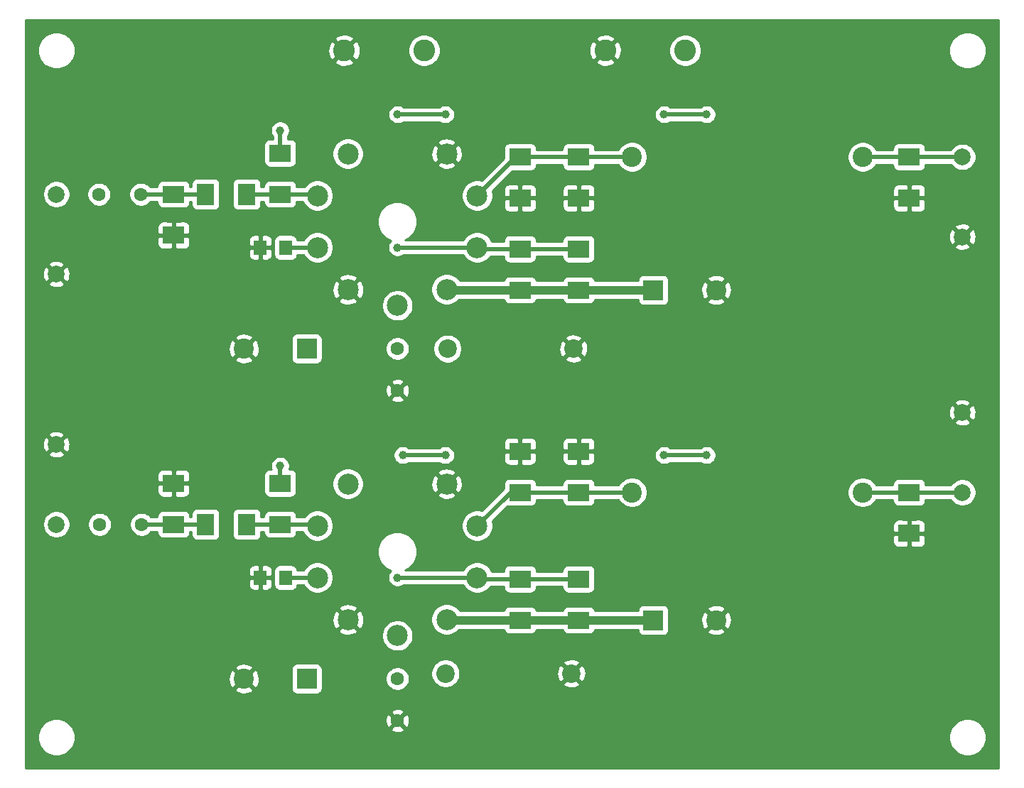
<source format=gbr>
G04 #@! TF.GenerationSoftware,KiCad,Pcbnew,(5.1.9-0-10_14)*
G04 #@! TF.CreationDate,2021-01-19T13:48:43+01:00*
G04 #@! TF.ProjectId,pre-amp-ecc88,7072652d-616d-4702-9d65-636338382e6b,rev?*
G04 #@! TF.SameCoordinates,Original*
G04 #@! TF.FileFunction,Copper,L1,Top*
G04 #@! TF.FilePolarity,Positive*
%FSLAX46Y46*%
G04 Gerber Fmt 4.6, Leading zero omitted, Abs format (unit mm)*
G04 Created by KiCad (PCBNEW (5.1.9-0-10_14)) date 2021-01-19 13:48:43*
%MOMM*%
%LPD*%
G01*
G04 APERTURE LIST*
G04 #@! TA.AperFunction,ComponentPad*
%ADD10C,2.400000*%
G04 #@! TD*
G04 #@! TA.AperFunction,ComponentPad*
%ADD11R,2.400000X2.400000*%
G04 #@! TD*
G04 #@! TA.AperFunction,ComponentPad*
%ADD12C,1.600000*%
G04 #@! TD*
G04 #@! TA.AperFunction,ComponentPad*
%ADD13C,2.499360*%
G04 #@! TD*
G04 #@! TA.AperFunction,SMDPad,CuDef*
%ADD14R,2.600000X2.100000*%
G04 #@! TD*
G04 #@! TA.AperFunction,SMDPad,CuDef*
%ADD15R,1.500000X1.800000*%
G04 #@! TD*
G04 #@! TA.AperFunction,SMDPad,CuDef*
%ADD16R,2.100000X2.600000*%
G04 #@! TD*
G04 #@! TA.AperFunction,ComponentPad*
%ADD17C,2.000000*%
G04 #@! TD*
G04 #@! TA.AperFunction,ComponentPad*
%ADD18C,2.600000*%
G04 #@! TD*
G04 #@! TA.AperFunction,ComponentPad*
%ADD19C,2.200000*%
G04 #@! TD*
G04 #@! TA.AperFunction,ViaPad*
%ADD20C,1.000000*%
G04 #@! TD*
G04 #@! TA.AperFunction,Conductor*
%ADD21C,0.500000*%
G04 #@! TD*
G04 #@! TA.AperFunction,Conductor*
%ADD22C,1.000000*%
G04 #@! TD*
G04 #@! TA.AperFunction,Conductor*
%ADD23C,0.254000*%
G04 #@! TD*
G04 #@! TA.AperFunction,Conductor*
%ADD24C,0.100000*%
G04 #@! TD*
G04 APERTURE END LIST*
D10*
X66160000Y-111760000D03*
D11*
X73660000Y-111760000D03*
D12*
X84455000Y-116760000D03*
X84455000Y-111760000D03*
D10*
X66160000Y-151130000D03*
D11*
X73660000Y-151130000D03*
D12*
X84455000Y-156130000D03*
X84455000Y-151130000D03*
D13*
X78562200Y-88519000D03*
X74930000Y-93522800D03*
X74930000Y-99695000D03*
X78562200Y-104698800D03*
X84439760Y-106608880D03*
X90317320Y-104698800D03*
X93949520Y-99695000D03*
X93949520Y-93522800D03*
X90317320Y-88519000D03*
D14*
X145415000Y-93800000D03*
X145415000Y-88900000D03*
X99060000Y-93800000D03*
X99060000Y-88900000D03*
X106045000Y-93800000D03*
X106045000Y-88900000D03*
X70485000Y-93345000D03*
X70485000Y-88445000D03*
X99060000Y-99875000D03*
X99060000Y-104775000D03*
X106045000Y-99875000D03*
X106045000Y-104775000D03*
D15*
X68120000Y-99695000D03*
X71120000Y-99695000D03*
D16*
X61595000Y-93345000D03*
X66495000Y-93345000D03*
D14*
X57785000Y-98245000D03*
X57785000Y-93345000D03*
D17*
X151765000Y-98425000D03*
X151765000Y-88900000D03*
D18*
X78105000Y-76200000D03*
X87630000Y-76200000D03*
D17*
X43815000Y-102870000D03*
X43815000Y-93345000D03*
D10*
X112395000Y-88900000D03*
X139895000Y-88900000D03*
X122435000Y-104775000D03*
D11*
X114935000Y-104775000D03*
D19*
X105410000Y-111760000D03*
X90410000Y-111760000D03*
D12*
X48895000Y-93345000D03*
X53895000Y-93345000D03*
D14*
X145415000Y-133805000D03*
X145415000Y-128905000D03*
X99060000Y-124005000D03*
X99060000Y-128905000D03*
X106045000Y-124005000D03*
X106045000Y-128905000D03*
X70485000Y-132715000D03*
X70485000Y-127815000D03*
X99060000Y-139245000D03*
X99060000Y-144145000D03*
X106045000Y-139245000D03*
X106045000Y-144145000D03*
D15*
X68120000Y-139065000D03*
X71120000Y-139065000D03*
D16*
X61595000Y-132715000D03*
X66495000Y-132715000D03*
D14*
X57785000Y-127815000D03*
X57785000Y-132715000D03*
D17*
X151765000Y-119380000D03*
X151765000Y-128905000D03*
D18*
X109220000Y-76200000D03*
X118745000Y-76200000D03*
D17*
X43815000Y-123190000D03*
X43815000Y-132715000D03*
D10*
X112395000Y-128905000D03*
X139895000Y-128905000D03*
X122435000Y-144145000D03*
D11*
X114935000Y-144145000D03*
D19*
X105170000Y-150495000D03*
X90170000Y-150495000D03*
D12*
X48975000Y-132715000D03*
X53975000Y-132715000D03*
D13*
X78562200Y-127889000D03*
X74930000Y-132892800D03*
X74930000Y-139065000D03*
X78562200Y-144068800D03*
X84439760Y-145978880D03*
X90317320Y-144068800D03*
X93949520Y-139065000D03*
X93949520Y-132892800D03*
X90317320Y-127889000D03*
D20*
X121285000Y-124460000D03*
X116205000Y-124460000D03*
X90170000Y-124460000D03*
X85090000Y-124460000D03*
X70485000Y-125730000D03*
X84455000Y-139065000D03*
X121285000Y-83820000D03*
X116205000Y-83820000D03*
X90170000Y-83820000D03*
X84455000Y-83820000D03*
X70485000Y-85725000D03*
X84455000Y-99695000D03*
D21*
X53975000Y-132715000D02*
X57785000Y-132715000D01*
X57785000Y-132715000D02*
X61595000Y-132715000D01*
D22*
X114935000Y-144145000D02*
X106045000Y-144145000D01*
X106045000Y-144145000D02*
X99060000Y-144145000D01*
X90393520Y-144145000D02*
X90317320Y-144068800D01*
X99060000Y-144145000D02*
X90393520Y-144145000D01*
X114935000Y-104775000D02*
X106045000Y-104775000D01*
X106045000Y-104775000D02*
X99060000Y-104775000D01*
X90393520Y-104775000D02*
X90317320Y-104698800D01*
X99060000Y-104775000D02*
X90393520Y-104775000D01*
D21*
X97937320Y-128905000D02*
X99060000Y-128905000D01*
X93949520Y-132892800D02*
X97937320Y-128905000D01*
X99060000Y-128905000D02*
X106045000Y-128905000D01*
X106045000Y-128905000D02*
X112395000Y-128905000D01*
X139895000Y-128905000D02*
X145415000Y-128905000D01*
X145415000Y-128905000D02*
X151765000Y-128905000D01*
X121285000Y-124460000D02*
X116205000Y-124460000D01*
X90170000Y-124460000D02*
X85090000Y-124460000D01*
X70485000Y-125730000D02*
X70485000Y-127815000D01*
X66495000Y-132715000D02*
X70485000Y-132715000D01*
X74752200Y-132715000D02*
X74930000Y-132892800D01*
X70485000Y-132715000D02*
X74752200Y-132715000D01*
X71120000Y-139065000D02*
X74930000Y-139065000D01*
X106045000Y-139245000D02*
X99060000Y-139245000D01*
X94129520Y-139245000D02*
X93949520Y-139065000D01*
X99060000Y-139245000D02*
X94129520Y-139245000D01*
X93949520Y-139065000D02*
X84455000Y-139065000D01*
X53895000Y-93345000D02*
X57785000Y-93345000D01*
X57785000Y-93345000D02*
X61595000Y-93345000D01*
X98572320Y-88900000D02*
X99060000Y-88900000D01*
X93949520Y-93522800D02*
X98572320Y-88900000D01*
X99060000Y-88900000D02*
X106045000Y-88900000D01*
X106045000Y-88900000D02*
X112395000Y-88900000D01*
X139895000Y-88900000D02*
X145415000Y-88900000D01*
X145415000Y-88900000D02*
X151765000Y-88900000D01*
X121285000Y-83820000D02*
X116205000Y-83820000D01*
X90170000Y-83820000D02*
X84455000Y-83820000D01*
X70485000Y-85725000D02*
X70485000Y-88445000D01*
X66495000Y-93345000D02*
X70485000Y-93345000D01*
X74752200Y-93345000D02*
X74930000Y-93522800D01*
X70485000Y-93345000D02*
X74752200Y-93345000D01*
X71120000Y-99695000D02*
X74930000Y-99695000D01*
X106045000Y-99875000D02*
X99060000Y-99875000D01*
X94129520Y-99875000D02*
X93949520Y-99695000D01*
X99060000Y-99875000D02*
X94129520Y-99875000D01*
X93949520Y-99695000D02*
X84455000Y-99695000D01*
D23*
X156083000Y-161798000D02*
X40132000Y-161798000D01*
X40132000Y-157894872D01*
X41580000Y-157894872D01*
X41580000Y-158335128D01*
X41665890Y-158766925D01*
X41834369Y-159173669D01*
X42078962Y-159539729D01*
X42390271Y-159851038D01*
X42756331Y-160095631D01*
X43163075Y-160264110D01*
X43594872Y-160350000D01*
X44035128Y-160350000D01*
X44466925Y-160264110D01*
X44873669Y-160095631D01*
X45239729Y-159851038D01*
X45551038Y-159539729D01*
X45795631Y-159173669D01*
X45964110Y-158766925D01*
X46050000Y-158335128D01*
X46050000Y-157894872D01*
X150165000Y-157894872D01*
X150165000Y-158335128D01*
X150250890Y-158766925D01*
X150419369Y-159173669D01*
X150663962Y-159539729D01*
X150975271Y-159851038D01*
X151341331Y-160095631D01*
X151748075Y-160264110D01*
X152179872Y-160350000D01*
X152620128Y-160350000D01*
X153051925Y-160264110D01*
X153458669Y-160095631D01*
X153824729Y-159851038D01*
X154136038Y-159539729D01*
X154380631Y-159173669D01*
X154549110Y-158766925D01*
X154635000Y-158335128D01*
X154635000Y-157894872D01*
X154549110Y-157463075D01*
X154380631Y-157056331D01*
X154136038Y-156690271D01*
X153824729Y-156378962D01*
X153458669Y-156134369D01*
X153051925Y-155965890D01*
X152620128Y-155880000D01*
X152179872Y-155880000D01*
X151748075Y-155965890D01*
X151341331Y-156134369D01*
X150975271Y-156378962D01*
X150663962Y-156690271D01*
X150419369Y-157056331D01*
X150250890Y-157463075D01*
X150165000Y-157894872D01*
X46050000Y-157894872D01*
X45964110Y-157463075D01*
X45823123Y-157122702D01*
X83641903Y-157122702D01*
X83713486Y-157366671D01*
X83968996Y-157487571D01*
X84243184Y-157556300D01*
X84525512Y-157570217D01*
X84805130Y-157528787D01*
X85071292Y-157433603D01*
X85196514Y-157366671D01*
X85268097Y-157122702D01*
X84455000Y-156309605D01*
X83641903Y-157122702D01*
X45823123Y-157122702D01*
X45795631Y-157056331D01*
X45551038Y-156690271D01*
X45239729Y-156378962D01*
X44972660Y-156200512D01*
X83014783Y-156200512D01*
X83056213Y-156480130D01*
X83151397Y-156746292D01*
X83218329Y-156871514D01*
X83462298Y-156943097D01*
X84275395Y-156130000D01*
X84634605Y-156130000D01*
X85447702Y-156943097D01*
X85691671Y-156871514D01*
X85812571Y-156616004D01*
X85881300Y-156341816D01*
X85895217Y-156059488D01*
X85853787Y-155779870D01*
X85758603Y-155513708D01*
X85691671Y-155388486D01*
X85447702Y-155316903D01*
X84634605Y-156130000D01*
X84275395Y-156130000D01*
X83462298Y-155316903D01*
X83218329Y-155388486D01*
X83097429Y-155643996D01*
X83028700Y-155918184D01*
X83014783Y-156200512D01*
X44972660Y-156200512D01*
X44873669Y-156134369D01*
X44466925Y-155965890D01*
X44035128Y-155880000D01*
X43594872Y-155880000D01*
X43163075Y-155965890D01*
X42756331Y-156134369D01*
X42390271Y-156378962D01*
X42078962Y-156690271D01*
X41834369Y-157056331D01*
X41665890Y-157463075D01*
X41580000Y-157894872D01*
X40132000Y-157894872D01*
X40132000Y-155137298D01*
X83641903Y-155137298D01*
X84455000Y-155950395D01*
X85268097Y-155137298D01*
X85196514Y-154893329D01*
X84941004Y-154772429D01*
X84666816Y-154703700D01*
X84384488Y-154689783D01*
X84104870Y-154731213D01*
X83838708Y-154826397D01*
X83713486Y-154893329D01*
X83641903Y-155137298D01*
X40132000Y-155137298D01*
X40132000Y-152407980D01*
X65061626Y-152407980D01*
X65181514Y-152692836D01*
X65505210Y-152853699D01*
X65854069Y-152948322D01*
X66214684Y-152973067D01*
X66573198Y-152926985D01*
X66915833Y-152811846D01*
X67138486Y-152692836D01*
X67258374Y-152407980D01*
X66160000Y-151309605D01*
X65061626Y-152407980D01*
X40132000Y-152407980D01*
X40132000Y-151184684D01*
X64316933Y-151184684D01*
X64363015Y-151543198D01*
X64478154Y-151885833D01*
X64597164Y-152108486D01*
X64882020Y-152228374D01*
X65980395Y-151130000D01*
X66339605Y-151130000D01*
X67437980Y-152228374D01*
X67722836Y-152108486D01*
X67883699Y-151784790D01*
X67978322Y-151435931D01*
X68003067Y-151075316D01*
X67956985Y-150716802D01*
X67841846Y-150374167D01*
X67722836Y-150151514D01*
X67437980Y-150031626D01*
X66339605Y-151130000D01*
X65980395Y-151130000D01*
X64882020Y-150031626D01*
X64597164Y-150151514D01*
X64436301Y-150475210D01*
X64341678Y-150824069D01*
X64316933Y-151184684D01*
X40132000Y-151184684D01*
X40132000Y-149852020D01*
X65061626Y-149852020D01*
X66160000Y-150950395D01*
X67180394Y-149930000D01*
X71821928Y-149930000D01*
X71821928Y-152330000D01*
X71834188Y-152454482D01*
X71870498Y-152574180D01*
X71929463Y-152684494D01*
X72008815Y-152781185D01*
X72105506Y-152860537D01*
X72215820Y-152919502D01*
X72335518Y-152955812D01*
X72460000Y-152968072D01*
X74860000Y-152968072D01*
X74984482Y-152955812D01*
X75104180Y-152919502D01*
X75214494Y-152860537D01*
X75311185Y-152781185D01*
X75390537Y-152684494D01*
X75449502Y-152574180D01*
X75485812Y-152454482D01*
X75498072Y-152330000D01*
X75498072Y-150988665D01*
X83020000Y-150988665D01*
X83020000Y-151271335D01*
X83075147Y-151548574D01*
X83183320Y-151809727D01*
X83340363Y-152044759D01*
X83540241Y-152244637D01*
X83775273Y-152401680D01*
X84036426Y-152509853D01*
X84313665Y-152565000D01*
X84596335Y-152565000D01*
X84873574Y-152509853D01*
X85134727Y-152401680D01*
X85369759Y-152244637D01*
X85569637Y-152044759D01*
X85726680Y-151809727D01*
X85834853Y-151548574D01*
X85890000Y-151271335D01*
X85890000Y-150988665D01*
X85834853Y-150711426D01*
X85726680Y-150450273D01*
X85642386Y-150324117D01*
X88435000Y-150324117D01*
X88435000Y-150665883D01*
X88501675Y-151001081D01*
X88632463Y-151316831D01*
X88822337Y-151600998D01*
X89064002Y-151842663D01*
X89348169Y-152032537D01*
X89663919Y-152163325D01*
X89999117Y-152230000D01*
X90340883Y-152230000D01*
X90676081Y-152163325D01*
X90991831Y-152032537D01*
X91275998Y-151842663D01*
X91416949Y-151701712D01*
X104142893Y-151701712D01*
X104250726Y-151976338D01*
X104557384Y-152127216D01*
X104887585Y-152215369D01*
X105228639Y-152237409D01*
X105567439Y-152192489D01*
X105890966Y-152082336D01*
X106089274Y-151976338D01*
X106197107Y-151701712D01*
X105170000Y-150674605D01*
X104142893Y-151701712D01*
X91416949Y-151701712D01*
X91517663Y-151600998D01*
X91707537Y-151316831D01*
X91838325Y-151001081D01*
X91905000Y-150665883D01*
X91905000Y-150553639D01*
X103427591Y-150553639D01*
X103472511Y-150892439D01*
X103582664Y-151215966D01*
X103688662Y-151414274D01*
X103963288Y-151522107D01*
X104990395Y-150495000D01*
X105349605Y-150495000D01*
X106376712Y-151522107D01*
X106651338Y-151414274D01*
X106802216Y-151107616D01*
X106890369Y-150777415D01*
X106912409Y-150436361D01*
X106867489Y-150097561D01*
X106757336Y-149774034D01*
X106651338Y-149575726D01*
X106376712Y-149467893D01*
X105349605Y-150495000D01*
X104990395Y-150495000D01*
X103963288Y-149467893D01*
X103688662Y-149575726D01*
X103537784Y-149882384D01*
X103449631Y-150212585D01*
X103427591Y-150553639D01*
X91905000Y-150553639D01*
X91905000Y-150324117D01*
X91838325Y-149988919D01*
X91707537Y-149673169D01*
X91517663Y-149389002D01*
X91416949Y-149288288D01*
X104142893Y-149288288D01*
X105170000Y-150315395D01*
X106197107Y-149288288D01*
X106089274Y-149013662D01*
X105782616Y-148862784D01*
X105452415Y-148774631D01*
X105111361Y-148752591D01*
X104772561Y-148797511D01*
X104449034Y-148907664D01*
X104250726Y-149013662D01*
X104142893Y-149288288D01*
X91416949Y-149288288D01*
X91275998Y-149147337D01*
X90991831Y-148957463D01*
X90676081Y-148826675D01*
X90340883Y-148760000D01*
X89999117Y-148760000D01*
X89663919Y-148826675D01*
X89348169Y-148957463D01*
X89064002Y-149147337D01*
X88822337Y-149389002D01*
X88632463Y-149673169D01*
X88501675Y-149988919D01*
X88435000Y-150324117D01*
X85642386Y-150324117D01*
X85569637Y-150215241D01*
X85369759Y-150015363D01*
X85134727Y-149858320D01*
X84873574Y-149750147D01*
X84596335Y-149695000D01*
X84313665Y-149695000D01*
X84036426Y-149750147D01*
X83775273Y-149858320D01*
X83540241Y-150015363D01*
X83340363Y-150215241D01*
X83183320Y-150450273D01*
X83075147Y-150711426D01*
X83020000Y-150988665D01*
X75498072Y-150988665D01*
X75498072Y-149930000D01*
X75485812Y-149805518D01*
X75449502Y-149685820D01*
X75390537Y-149575506D01*
X75311185Y-149478815D01*
X75214494Y-149399463D01*
X75104180Y-149340498D01*
X74984482Y-149304188D01*
X74860000Y-149291928D01*
X72460000Y-149291928D01*
X72335518Y-149304188D01*
X72215820Y-149340498D01*
X72105506Y-149399463D01*
X72008815Y-149478815D01*
X71929463Y-149575506D01*
X71870498Y-149685820D01*
X71834188Y-149805518D01*
X71821928Y-149930000D01*
X67180394Y-149930000D01*
X67258374Y-149852020D01*
X67138486Y-149567164D01*
X66814790Y-149406301D01*
X66465931Y-149311678D01*
X66105316Y-149286933D01*
X65746802Y-149333015D01*
X65404167Y-149448154D01*
X65181514Y-149567164D01*
X65061626Y-149852020D01*
X40132000Y-149852020D01*
X40132000Y-145382177D01*
X77428429Y-145382177D01*
X77554304Y-145672115D01*
X77886462Y-145837939D01*
X78244587Y-145935775D01*
X78614919Y-145961865D01*
X78983225Y-145915205D01*
X79335351Y-145797589D01*
X79343459Y-145793255D01*
X82555080Y-145793255D01*
X82555080Y-146164505D01*
X82627507Y-146528621D01*
X82769578Y-146871611D01*
X82975834Y-147180293D01*
X83238347Y-147442806D01*
X83547029Y-147649062D01*
X83890019Y-147791133D01*
X84254135Y-147863560D01*
X84625385Y-147863560D01*
X84989501Y-147791133D01*
X85332491Y-147649062D01*
X85641173Y-147442806D01*
X85903686Y-147180293D01*
X86109942Y-146871611D01*
X86252013Y-146528621D01*
X86324440Y-146164505D01*
X86324440Y-145793255D01*
X86252013Y-145429139D01*
X86109942Y-145086149D01*
X85903686Y-144777467D01*
X85641173Y-144514954D01*
X85332491Y-144308698D01*
X84989501Y-144166627D01*
X84625385Y-144094200D01*
X84254135Y-144094200D01*
X83890019Y-144166627D01*
X83547029Y-144308698D01*
X83238347Y-144514954D01*
X82975834Y-144777467D01*
X82769578Y-145086149D01*
X82627507Y-145429139D01*
X82555080Y-145793255D01*
X79343459Y-145793255D01*
X79570096Y-145672115D01*
X79695971Y-145382177D01*
X78562200Y-144248405D01*
X77428429Y-145382177D01*
X40132000Y-145382177D01*
X40132000Y-144121519D01*
X76669135Y-144121519D01*
X76715795Y-144489825D01*
X76833411Y-144841951D01*
X76958885Y-145076696D01*
X77248823Y-145202571D01*
X78382595Y-144068800D01*
X78741805Y-144068800D01*
X79875577Y-145202571D01*
X80165515Y-145076696D01*
X80331339Y-144744538D01*
X80429175Y-144386413D01*
X80455265Y-144016081D01*
X80438428Y-143883175D01*
X88432640Y-143883175D01*
X88432640Y-144254425D01*
X88505067Y-144618541D01*
X88647138Y-144961531D01*
X88853394Y-145270213D01*
X89115907Y-145532726D01*
X89424589Y-145738982D01*
X89767579Y-145881053D01*
X90131695Y-145953480D01*
X90502945Y-145953480D01*
X90867061Y-145881053D01*
X91210051Y-145738982D01*
X91518733Y-145532726D01*
X91771459Y-145280000D01*
X97130299Y-145280000D01*
X97134188Y-145319482D01*
X97170498Y-145439180D01*
X97229463Y-145549494D01*
X97308815Y-145646185D01*
X97405506Y-145725537D01*
X97515820Y-145784502D01*
X97635518Y-145820812D01*
X97760000Y-145833072D01*
X100360000Y-145833072D01*
X100484482Y-145820812D01*
X100604180Y-145784502D01*
X100714494Y-145725537D01*
X100811185Y-145646185D01*
X100890537Y-145549494D01*
X100949502Y-145439180D01*
X100985812Y-145319482D01*
X100989701Y-145280000D01*
X104115299Y-145280000D01*
X104119188Y-145319482D01*
X104155498Y-145439180D01*
X104214463Y-145549494D01*
X104293815Y-145646185D01*
X104390506Y-145725537D01*
X104500820Y-145784502D01*
X104620518Y-145820812D01*
X104745000Y-145833072D01*
X107345000Y-145833072D01*
X107469482Y-145820812D01*
X107589180Y-145784502D01*
X107699494Y-145725537D01*
X107796185Y-145646185D01*
X107875537Y-145549494D01*
X107934502Y-145439180D01*
X107970812Y-145319482D01*
X107974701Y-145280000D01*
X113096928Y-145280000D01*
X113096928Y-145345000D01*
X113109188Y-145469482D01*
X113145498Y-145589180D01*
X113204463Y-145699494D01*
X113283815Y-145796185D01*
X113380506Y-145875537D01*
X113490820Y-145934502D01*
X113610518Y-145970812D01*
X113735000Y-145983072D01*
X116135000Y-145983072D01*
X116259482Y-145970812D01*
X116379180Y-145934502D01*
X116489494Y-145875537D01*
X116586185Y-145796185D01*
X116665537Y-145699494D01*
X116724502Y-145589180D01*
X116760812Y-145469482D01*
X116765391Y-145422980D01*
X121336626Y-145422980D01*
X121456514Y-145707836D01*
X121780210Y-145868699D01*
X122129069Y-145963322D01*
X122489684Y-145988067D01*
X122848198Y-145941985D01*
X123190833Y-145826846D01*
X123413486Y-145707836D01*
X123533374Y-145422980D01*
X122435000Y-144324605D01*
X121336626Y-145422980D01*
X116765391Y-145422980D01*
X116773072Y-145345000D01*
X116773072Y-144199684D01*
X120591933Y-144199684D01*
X120638015Y-144558198D01*
X120753154Y-144900833D01*
X120872164Y-145123486D01*
X121157020Y-145243374D01*
X122255395Y-144145000D01*
X122614605Y-144145000D01*
X123712980Y-145243374D01*
X123997836Y-145123486D01*
X124158699Y-144799790D01*
X124253322Y-144450931D01*
X124278067Y-144090316D01*
X124231985Y-143731802D01*
X124116846Y-143389167D01*
X123997836Y-143166514D01*
X123712980Y-143046626D01*
X122614605Y-144145000D01*
X122255395Y-144145000D01*
X121157020Y-143046626D01*
X120872164Y-143166514D01*
X120711301Y-143490210D01*
X120616678Y-143839069D01*
X120591933Y-144199684D01*
X116773072Y-144199684D01*
X116773072Y-142945000D01*
X116765392Y-142867020D01*
X121336626Y-142867020D01*
X122435000Y-143965395D01*
X123533374Y-142867020D01*
X123413486Y-142582164D01*
X123089790Y-142421301D01*
X122740931Y-142326678D01*
X122380316Y-142301933D01*
X122021802Y-142348015D01*
X121679167Y-142463154D01*
X121456514Y-142582164D01*
X121336626Y-142867020D01*
X116765392Y-142867020D01*
X116760812Y-142820518D01*
X116724502Y-142700820D01*
X116665537Y-142590506D01*
X116586185Y-142493815D01*
X116489494Y-142414463D01*
X116379180Y-142355498D01*
X116259482Y-142319188D01*
X116135000Y-142306928D01*
X113735000Y-142306928D01*
X113610518Y-142319188D01*
X113490820Y-142355498D01*
X113380506Y-142414463D01*
X113283815Y-142493815D01*
X113204463Y-142590506D01*
X113145498Y-142700820D01*
X113109188Y-142820518D01*
X113096928Y-142945000D01*
X113096928Y-143010000D01*
X107974701Y-143010000D01*
X107970812Y-142970518D01*
X107934502Y-142850820D01*
X107875537Y-142740506D01*
X107796185Y-142643815D01*
X107699494Y-142564463D01*
X107589180Y-142505498D01*
X107469482Y-142469188D01*
X107345000Y-142456928D01*
X104745000Y-142456928D01*
X104620518Y-142469188D01*
X104500820Y-142505498D01*
X104390506Y-142564463D01*
X104293815Y-142643815D01*
X104214463Y-142740506D01*
X104155498Y-142850820D01*
X104119188Y-142970518D01*
X104115299Y-143010000D01*
X100989701Y-143010000D01*
X100985812Y-142970518D01*
X100949502Y-142850820D01*
X100890537Y-142740506D01*
X100811185Y-142643815D01*
X100714494Y-142564463D01*
X100604180Y-142505498D01*
X100484482Y-142469188D01*
X100360000Y-142456928D01*
X97760000Y-142456928D01*
X97635518Y-142469188D01*
X97515820Y-142505498D01*
X97405506Y-142564463D01*
X97308815Y-142643815D01*
X97229463Y-142740506D01*
X97170498Y-142850820D01*
X97134188Y-142970518D01*
X97130299Y-143010000D01*
X91876538Y-143010000D01*
X91781246Y-142867387D01*
X91518733Y-142604874D01*
X91210051Y-142398618D01*
X90867061Y-142256547D01*
X90502945Y-142184120D01*
X90131695Y-142184120D01*
X89767579Y-142256547D01*
X89424589Y-142398618D01*
X89115907Y-142604874D01*
X88853394Y-142867387D01*
X88647138Y-143176069D01*
X88505067Y-143519059D01*
X88432640Y-143883175D01*
X80438428Y-143883175D01*
X80408605Y-143647775D01*
X80290989Y-143295649D01*
X80165515Y-143060904D01*
X79875577Y-142935029D01*
X78741805Y-144068800D01*
X78382595Y-144068800D01*
X77248823Y-142935029D01*
X76958885Y-143060904D01*
X76793061Y-143393062D01*
X76695225Y-143751187D01*
X76669135Y-144121519D01*
X40132000Y-144121519D01*
X40132000Y-142755423D01*
X77428429Y-142755423D01*
X78562200Y-143889195D01*
X79695971Y-142755423D01*
X79570096Y-142465485D01*
X79237938Y-142299661D01*
X78879813Y-142201825D01*
X78509481Y-142175735D01*
X78141175Y-142222395D01*
X77789049Y-142340011D01*
X77554304Y-142465485D01*
X77428429Y-142755423D01*
X40132000Y-142755423D01*
X40132000Y-139965000D01*
X66731928Y-139965000D01*
X66744188Y-140089482D01*
X66780498Y-140209180D01*
X66839463Y-140319494D01*
X66918815Y-140416185D01*
X67015506Y-140495537D01*
X67125820Y-140554502D01*
X67245518Y-140590812D01*
X67370000Y-140603072D01*
X67834250Y-140600000D01*
X67993000Y-140441250D01*
X67993000Y-139192000D01*
X68247000Y-139192000D01*
X68247000Y-140441250D01*
X68405750Y-140600000D01*
X68870000Y-140603072D01*
X68994482Y-140590812D01*
X69114180Y-140554502D01*
X69224494Y-140495537D01*
X69321185Y-140416185D01*
X69400537Y-140319494D01*
X69459502Y-140209180D01*
X69495812Y-140089482D01*
X69508072Y-139965000D01*
X69505000Y-139350750D01*
X69346250Y-139192000D01*
X68247000Y-139192000D01*
X67993000Y-139192000D01*
X66893750Y-139192000D01*
X66735000Y-139350750D01*
X66731928Y-139965000D01*
X40132000Y-139965000D01*
X40132000Y-138165000D01*
X66731928Y-138165000D01*
X66735000Y-138779250D01*
X66893750Y-138938000D01*
X67993000Y-138938000D01*
X67993000Y-137688750D01*
X68247000Y-137688750D01*
X68247000Y-138938000D01*
X69346250Y-138938000D01*
X69505000Y-138779250D01*
X69508072Y-138165000D01*
X69731928Y-138165000D01*
X69731928Y-139965000D01*
X69744188Y-140089482D01*
X69780498Y-140209180D01*
X69839463Y-140319494D01*
X69918815Y-140416185D01*
X70015506Y-140495537D01*
X70125820Y-140554502D01*
X70245518Y-140590812D01*
X70370000Y-140603072D01*
X71870000Y-140603072D01*
X71994482Y-140590812D01*
X72114180Y-140554502D01*
X72224494Y-140495537D01*
X72321185Y-140416185D01*
X72400537Y-140319494D01*
X72459502Y-140209180D01*
X72495812Y-140089482D01*
X72508072Y-139965000D01*
X72508072Y-139950000D01*
X73256616Y-139950000D01*
X73259818Y-139957731D01*
X73466074Y-140266413D01*
X73728587Y-140528926D01*
X74037269Y-140735182D01*
X74380259Y-140877253D01*
X74744375Y-140949680D01*
X75115625Y-140949680D01*
X75479741Y-140877253D01*
X75822731Y-140735182D01*
X76131413Y-140528926D01*
X76393926Y-140266413D01*
X76600182Y-139957731D01*
X76742253Y-139614741D01*
X76814680Y-139250625D01*
X76814680Y-138879375D01*
X76742253Y-138515259D01*
X76600182Y-138172269D01*
X76393926Y-137863587D01*
X76131413Y-137601074D01*
X75822731Y-137394818D01*
X75479741Y-137252747D01*
X75115625Y-137180320D01*
X74744375Y-137180320D01*
X74380259Y-137252747D01*
X74037269Y-137394818D01*
X73728587Y-137601074D01*
X73466074Y-137863587D01*
X73259818Y-138172269D01*
X73256616Y-138180000D01*
X72508072Y-138180000D01*
X72508072Y-138165000D01*
X72495812Y-138040518D01*
X72459502Y-137920820D01*
X72400537Y-137810506D01*
X72321185Y-137713815D01*
X72224494Y-137634463D01*
X72114180Y-137575498D01*
X71994482Y-137539188D01*
X71870000Y-137526928D01*
X70370000Y-137526928D01*
X70245518Y-137539188D01*
X70125820Y-137575498D01*
X70015506Y-137634463D01*
X69918815Y-137713815D01*
X69839463Y-137810506D01*
X69780498Y-137920820D01*
X69744188Y-138040518D01*
X69731928Y-138165000D01*
X69508072Y-138165000D01*
X69495812Y-138040518D01*
X69459502Y-137920820D01*
X69400537Y-137810506D01*
X69321185Y-137713815D01*
X69224494Y-137634463D01*
X69114180Y-137575498D01*
X68994482Y-137539188D01*
X68870000Y-137526928D01*
X68405750Y-137530000D01*
X68247000Y-137688750D01*
X67993000Y-137688750D01*
X67834250Y-137530000D01*
X67370000Y-137526928D01*
X67245518Y-137539188D01*
X67125820Y-137575498D01*
X67015506Y-137634463D01*
X66918815Y-137713815D01*
X66839463Y-137810506D01*
X66780498Y-137920820D01*
X66744188Y-138040518D01*
X66731928Y-138165000D01*
X40132000Y-138165000D01*
X40132000Y-135744117D01*
X82055970Y-135744117D01*
X82055970Y-136213683D01*
X82147578Y-136674226D01*
X82327273Y-137108048D01*
X82588150Y-137498477D01*
X82920183Y-137830510D01*
X83310612Y-138091387D01*
X83673265Y-138241603D01*
X83573388Y-138341480D01*
X83449176Y-138527376D01*
X83363617Y-138733933D01*
X83320000Y-138953212D01*
X83320000Y-139176788D01*
X83363617Y-139396067D01*
X83449176Y-139602624D01*
X83573388Y-139788520D01*
X83731480Y-139946612D01*
X83917376Y-140070824D01*
X84123933Y-140156383D01*
X84343212Y-140200000D01*
X84566788Y-140200000D01*
X84786067Y-140156383D01*
X84992624Y-140070824D01*
X85173450Y-139950000D01*
X92276136Y-139950000D01*
X92279338Y-139957731D01*
X92485594Y-140266413D01*
X92748107Y-140528926D01*
X93056789Y-140735182D01*
X93399779Y-140877253D01*
X93763895Y-140949680D01*
X94135145Y-140949680D01*
X94499261Y-140877253D01*
X94842251Y-140735182D01*
X95150933Y-140528926D01*
X95413446Y-140266413D01*
X95504595Y-140130000D01*
X97121928Y-140130000D01*
X97121928Y-140295000D01*
X97134188Y-140419482D01*
X97170498Y-140539180D01*
X97229463Y-140649494D01*
X97308815Y-140746185D01*
X97405506Y-140825537D01*
X97515820Y-140884502D01*
X97635518Y-140920812D01*
X97760000Y-140933072D01*
X100360000Y-140933072D01*
X100484482Y-140920812D01*
X100604180Y-140884502D01*
X100714494Y-140825537D01*
X100811185Y-140746185D01*
X100890537Y-140649494D01*
X100949502Y-140539180D01*
X100985812Y-140419482D01*
X100998072Y-140295000D01*
X100998072Y-140130000D01*
X104106928Y-140130000D01*
X104106928Y-140295000D01*
X104119188Y-140419482D01*
X104155498Y-140539180D01*
X104214463Y-140649494D01*
X104293815Y-140746185D01*
X104390506Y-140825537D01*
X104500820Y-140884502D01*
X104620518Y-140920812D01*
X104745000Y-140933072D01*
X107345000Y-140933072D01*
X107469482Y-140920812D01*
X107589180Y-140884502D01*
X107699494Y-140825537D01*
X107796185Y-140746185D01*
X107875537Y-140649494D01*
X107934502Y-140539180D01*
X107970812Y-140419482D01*
X107983072Y-140295000D01*
X107983072Y-138195000D01*
X107970812Y-138070518D01*
X107934502Y-137950820D01*
X107875537Y-137840506D01*
X107796185Y-137743815D01*
X107699494Y-137664463D01*
X107589180Y-137605498D01*
X107469482Y-137569188D01*
X107345000Y-137556928D01*
X104745000Y-137556928D01*
X104620518Y-137569188D01*
X104500820Y-137605498D01*
X104390506Y-137664463D01*
X104293815Y-137743815D01*
X104214463Y-137840506D01*
X104155498Y-137950820D01*
X104119188Y-138070518D01*
X104106928Y-138195000D01*
X104106928Y-138360000D01*
X100998072Y-138360000D01*
X100998072Y-138195000D01*
X100985812Y-138070518D01*
X100949502Y-137950820D01*
X100890537Y-137840506D01*
X100811185Y-137743815D01*
X100714494Y-137664463D01*
X100604180Y-137605498D01*
X100484482Y-137569188D01*
X100360000Y-137556928D01*
X97760000Y-137556928D01*
X97635518Y-137569188D01*
X97515820Y-137605498D01*
X97405506Y-137664463D01*
X97308815Y-137743815D01*
X97229463Y-137840506D01*
X97170498Y-137950820D01*
X97134188Y-138070518D01*
X97121928Y-138195000D01*
X97121928Y-138360000D01*
X95697463Y-138360000D01*
X95619702Y-138172269D01*
X95413446Y-137863587D01*
X95150933Y-137601074D01*
X94842251Y-137394818D01*
X94499261Y-137252747D01*
X94135145Y-137180320D01*
X93763895Y-137180320D01*
X93399779Y-137252747D01*
X93056789Y-137394818D01*
X92748107Y-137601074D01*
X92485594Y-137863587D01*
X92279338Y-138172269D01*
X92276136Y-138180000D01*
X85354977Y-138180000D01*
X85568908Y-138091387D01*
X85959337Y-137830510D01*
X86291370Y-137498477D01*
X86552247Y-137108048D01*
X86731942Y-136674226D01*
X86823550Y-136213683D01*
X86823550Y-135744117D01*
X86731942Y-135283574D01*
X86554421Y-134855000D01*
X143476928Y-134855000D01*
X143489188Y-134979482D01*
X143525498Y-135099180D01*
X143584463Y-135209494D01*
X143663815Y-135306185D01*
X143760506Y-135385537D01*
X143870820Y-135444502D01*
X143990518Y-135480812D01*
X144115000Y-135493072D01*
X145129250Y-135490000D01*
X145288000Y-135331250D01*
X145288000Y-133932000D01*
X145542000Y-133932000D01*
X145542000Y-135331250D01*
X145700750Y-135490000D01*
X146715000Y-135493072D01*
X146839482Y-135480812D01*
X146959180Y-135444502D01*
X147069494Y-135385537D01*
X147166185Y-135306185D01*
X147245537Y-135209494D01*
X147304502Y-135099180D01*
X147340812Y-134979482D01*
X147353072Y-134855000D01*
X147350000Y-134090750D01*
X147191250Y-133932000D01*
X145542000Y-133932000D01*
X145288000Y-133932000D01*
X143638750Y-133932000D01*
X143480000Y-134090750D01*
X143476928Y-134855000D01*
X86554421Y-134855000D01*
X86552247Y-134849752D01*
X86291370Y-134459323D01*
X85959337Y-134127290D01*
X85568908Y-133866413D01*
X85135086Y-133686718D01*
X84674543Y-133595110D01*
X84204977Y-133595110D01*
X83744434Y-133686718D01*
X83310612Y-133866413D01*
X82920183Y-134127290D01*
X82588150Y-134459323D01*
X82327273Y-134849752D01*
X82147578Y-135283574D01*
X82055970Y-135744117D01*
X40132000Y-135744117D01*
X40132000Y-132553967D01*
X42180000Y-132553967D01*
X42180000Y-132876033D01*
X42242832Y-133191912D01*
X42366082Y-133489463D01*
X42545013Y-133757252D01*
X42772748Y-133984987D01*
X43040537Y-134163918D01*
X43338088Y-134287168D01*
X43653967Y-134350000D01*
X43976033Y-134350000D01*
X44291912Y-134287168D01*
X44589463Y-134163918D01*
X44857252Y-133984987D01*
X45084987Y-133757252D01*
X45263918Y-133489463D01*
X45387168Y-133191912D01*
X45450000Y-132876033D01*
X45450000Y-132573665D01*
X47540000Y-132573665D01*
X47540000Y-132856335D01*
X47595147Y-133133574D01*
X47703320Y-133394727D01*
X47860363Y-133629759D01*
X48060241Y-133829637D01*
X48295273Y-133986680D01*
X48556426Y-134094853D01*
X48833665Y-134150000D01*
X49116335Y-134150000D01*
X49393574Y-134094853D01*
X49654727Y-133986680D01*
X49889759Y-133829637D01*
X50089637Y-133629759D01*
X50246680Y-133394727D01*
X50354853Y-133133574D01*
X50410000Y-132856335D01*
X50410000Y-132573665D01*
X52540000Y-132573665D01*
X52540000Y-132856335D01*
X52595147Y-133133574D01*
X52703320Y-133394727D01*
X52860363Y-133629759D01*
X53060241Y-133829637D01*
X53295273Y-133986680D01*
X53556426Y-134094853D01*
X53833665Y-134150000D01*
X54116335Y-134150000D01*
X54393574Y-134094853D01*
X54654727Y-133986680D01*
X54889759Y-133829637D01*
X55089637Y-133629759D01*
X55109521Y-133600000D01*
X55846928Y-133600000D01*
X55846928Y-133765000D01*
X55859188Y-133889482D01*
X55895498Y-134009180D01*
X55954463Y-134119494D01*
X56033815Y-134216185D01*
X56130506Y-134295537D01*
X56240820Y-134354502D01*
X56360518Y-134390812D01*
X56485000Y-134403072D01*
X59085000Y-134403072D01*
X59209482Y-134390812D01*
X59329180Y-134354502D01*
X59439494Y-134295537D01*
X59536185Y-134216185D01*
X59615537Y-134119494D01*
X59674502Y-134009180D01*
X59710812Y-133889482D01*
X59723072Y-133765000D01*
X59723072Y-133600000D01*
X59906928Y-133600000D01*
X59906928Y-134015000D01*
X59919188Y-134139482D01*
X59955498Y-134259180D01*
X60014463Y-134369494D01*
X60093815Y-134466185D01*
X60190506Y-134545537D01*
X60300820Y-134604502D01*
X60420518Y-134640812D01*
X60545000Y-134653072D01*
X62645000Y-134653072D01*
X62769482Y-134640812D01*
X62889180Y-134604502D01*
X62999494Y-134545537D01*
X63096185Y-134466185D01*
X63175537Y-134369494D01*
X63234502Y-134259180D01*
X63270812Y-134139482D01*
X63283072Y-134015000D01*
X63283072Y-131415000D01*
X64806928Y-131415000D01*
X64806928Y-134015000D01*
X64819188Y-134139482D01*
X64855498Y-134259180D01*
X64914463Y-134369494D01*
X64993815Y-134466185D01*
X65090506Y-134545537D01*
X65200820Y-134604502D01*
X65320518Y-134640812D01*
X65445000Y-134653072D01*
X67545000Y-134653072D01*
X67669482Y-134640812D01*
X67789180Y-134604502D01*
X67899494Y-134545537D01*
X67996185Y-134466185D01*
X68075537Y-134369494D01*
X68134502Y-134259180D01*
X68170812Y-134139482D01*
X68183072Y-134015000D01*
X68183072Y-133600000D01*
X68546928Y-133600000D01*
X68546928Y-133765000D01*
X68559188Y-133889482D01*
X68595498Y-134009180D01*
X68654463Y-134119494D01*
X68733815Y-134216185D01*
X68830506Y-134295537D01*
X68940820Y-134354502D01*
X69060518Y-134390812D01*
X69185000Y-134403072D01*
X71785000Y-134403072D01*
X71909482Y-134390812D01*
X72029180Y-134354502D01*
X72139494Y-134295537D01*
X72236185Y-134216185D01*
X72315537Y-134119494D01*
X72374502Y-134009180D01*
X72410812Y-133889482D01*
X72423072Y-133765000D01*
X72423072Y-133600000D01*
X73182969Y-133600000D01*
X73259818Y-133785531D01*
X73466074Y-134094213D01*
X73728587Y-134356726D01*
X74037269Y-134562982D01*
X74380259Y-134705053D01*
X74744375Y-134777480D01*
X75115625Y-134777480D01*
X75479741Y-134705053D01*
X75822731Y-134562982D01*
X76131413Y-134356726D01*
X76393926Y-134094213D01*
X76600182Y-133785531D01*
X76742253Y-133442541D01*
X76814680Y-133078425D01*
X76814680Y-132707175D01*
X92064840Y-132707175D01*
X92064840Y-133078425D01*
X92137267Y-133442541D01*
X92279338Y-133785531D01*
X92485594Y-134094213D01*
X92748107Y-134356726D01*
X93056789Y-134562982D01*
X93399779Y-134705053D01*
X93763895Y-134777480D01*
X94135145Y-134777480D01*
X94499261Y-134705053D01*
X94842251Y-134562982D01*
X95150933Y-134356726D01*
X95413446Y-134094213D01*
X95619702Y-133785531D01*
X95761773Y-133442541D01*
X95834200Y-133078425D01*
X95834200Y-132755000D01*
X143476928Y-132755000D01*
X143480000Y-133519250D01*
X143638750Y-133678000D01*
X145288000Y-133678000D01*
X145288000Y-132278750D01*
X145542000Y-132278750D01*
X145542000Y-133678000D01*
X147191250Y-133678000D01*
X147350000Y-133519250D01*
X147353072Y-132755000D01*
X147340812Y-132630518D01*
X147304502Y-132510820D01*
X147245537Y-132400506D01*
X147166185Y-132303815D01*
X147069494Y-132224463D01*
X146959180Y-132165498D01*
X146839482Y-132129188D01*
X146715000Y-132116928D01*
X145700750Y-132120000D01*
X145542000Y-132278750D01*
X145288000Y-132278750D01*
X145129250Y-132120000D01*
X144115000Y-132116928D01*
X143990518Y-132129188D01*
X143870820Y-132165498D01*
X143760506Y-132224463D01*
X143663815Y-132303815D01*
X143584463Y-132400506D01*
X143525498Y-132510820D01*
X143489188Y-132630518D01*
X143476928Y-132755000D01*
X95834200Y-132755000D01*
X95834200Y-132707175D01*
X95761773Y-132343059D01*
X95758571Y-132335328D01*
X97541582Y-130552317D01*
X97635518Y-130580812D01*
X97760000Y-130593072D01*
X100360000Y-130593072D01*
X100484482Y-130580812D01*
X100604180Y-130544502D01*
X100714494Y-130485537D01*
X100811185Y-130406185D01*
X100890537Y-130309494D01*
X100949502Y-130199180D01*
X100985812Y-130079482D01*
X100998072Y-129955000D01*
X100998072Y-129790000D01*
X104106928Y-129790000D01*
X104106928Y-129955000D01*
X104119188Y-130079482D01*
X104155498Y-130199180D01*
X104214463Y-130309494D01*
X104293815Y-130406185D01*
X104390506Y-130485537D01*
X104500820Y-130544502D01*
X104620518Y-130580812D01*
X104745000Y-130593072D01*
X107345000Y-130593072D01*
X107469482Y-130580812D01*
X107589180Y-130544502D01*
X107699494Y-130485537D01*
X107796185Y-130406185D01*
X107875537Y-130309494D01*
X107934502Y-130199180D01*
X107970812Y-130079482D01*
X107983072Y-129955000D01*
X107983072Y-129790000D01*
X110779402Y-129790000D01*
X110969662Y-130074744D01*
X111225256Y-130330338D01*
X111525801Y-130531156D01*
X111859750Y-130669482D01*
X112214268Y-130740000D01*
X112575732Y-130740000D01*
X112930250Y-130669482D01*
X113264199Y-130531156D01*
X113564744Y-130330338D01*
X113820338Y-130074744D01*
X114021156Y-129774199D01*
X114159482Y-129440250D01*
X114230000Y-129085732D01*
X114230000Y-128724268D01*
X138060000Y-128724268D01*
X138060000Y-129085732D01*
X138130518Y-129440250D01*
X138268844Y-129774199D01*
X138469662Y-130074744D01*
X138725256Y-130330338D01*
X139025801Y-130531156D01*
X139359750Y-130669482D01*
X139714268Y-130740000D01*
X140075732Y-130740000D01*
X140430250Y-130669482D01*
X140764199Y-130531156D01*
X141064744Y-130330338D01*
X141320338Y-130074744D01*
X141510598Y-129790000D01*
X143476928Y-129790000D01*
X143476928Y-129955000D01*
X143489188Y-130079482D01*
X143525498Y-130199180D01*
X143584463Y-130309494D01*
X143663815Y-130406185D01*
X143760506Y-130485537D01*
X143870820Y-130544502D01*
X143990518Y-130580812D01*
X144115000Y-130593072D01*
X146715000Y-130593072D01*
X146839482Y-130580812D01*
X146959180Y-130544502D01*
X147069494Y-130485537D01*
X147166185Y-130406185D01*
X147245537Y-130309494D01*
X147304502Y-130199180D01*
X147340812Y-130079482D01*
X147353072Y-129955000D01*
X147353072Y-129790000D01*
X150389941Y-129790000D01*
X150495013Y-129947252D01*
X150722748Y-130174987D01*
X150990537Y-130353918D01*
X151288088Y-130477168D01*
X151603967Y-130540000D01*
X151926033Y-130540000D01*
X152241912Y-130477168D01*
X152539463Y-130353918D01*
X152807252Y-130174987D01*
X153034987Y-129947252D01*
X153213918Y-129679463D01*
X153337168Y-129381912D01*
X153400000Y-129066033D01*
X153400000Y-128743967D01*
X153337168Y-128428088D01*
X153213918Y-128130537D01*
X153034987Y-127862748D01*
X152807252Y-127635013D01*
X152539463Y-127456082D01*
X152241912Y-127332832D01*
X151926033Y-127270000D01*
X151603967Y-127270000D01*
X151288088Y-127332832D01*
X150990537Y-127456082D01*
X150722748Y-127635013D01*
X150495013Y-127862748D01*
X150389941Y-128020000D01*
X147353072Y-128020000D01*
X147353072Y-127855000D01*
X147340812Y-127730518D01*
X147304502Y-127610820D01*
X147245537Y-127500506D01*
X147166185Y-127403815D01*
X147069494Y-127324463D01*
X146959180Y-127265498D01*
X146839482Y-127229188D01*
X146715000Y-127216928D01*
X144115000Y-127216928D01*
X143990518Y-127229188D01*
X143870820Y-127265498D01*
X143760506Y-127324463D01*
X143663815Y-127403815D01*
X143584463Y-127500506D01*
X143525498Y-127610820D01*
X143489188Y-127730518D01*
X143476928Y-127855000D01*
X143476928Y-128020000D01*
X141510598Y-128020000D01*
X141320338Y-127735256D01*
X141064744Y-127479662D01*
X140764199Y-127278844D01*
X140430250Y-127140518D01*
X140075732Y-127070000D01*
X139714268Y-127070000D01*
X139359750Y-127140518D01*
X139025801Y-127278844D01*
X138725256Y-127479662D01*
X138469662Y-127735256D01*
X138268844Y-128035801D01*
X138130518Y-128369750D01*
X138060000Y-128724268D01*
X114230000Y-128724268D01*
X114159482Y-128369750D01*
X114021156Y-128035801D01*
X113820338Y-127735256D01*
X113564744Y-127479662D01*
X113264199Y-127278844D01*
X112930250Y-127140518D01*
X112575732Y-127070000D01*
X112214268Y-127070000D01*
X111859750Y-127140518D01*
X111525801Y-127278844D01*
X111225256Y-127479662D01*
X110969662Y-127735256D01*
X110779402Y-128020000D01*
X107983072Y-128020000D01*
X107983072Y-127855000D01*
X107970812Y-127730518D01*
X107934502Y-127610820D01*
X107875537Y-127500506D01*
X107796185Y-127403815D01*
X107699494Y-127324463D01*
X107589180Y-127265498D01*
X107469482Y-127229188D01*
X107345000Y-127216928D01*
X104745000Y-127216928D01*
X104620518Y-127229188D01*
X104500820Y-127265498D01*
X104390506Y-127324463D01*
X104293815Y-127403815D01*
X104214463Y-127500506D01*
X104155498Y-127610820D01*
X104119188Y-127730518D01*
X104106928Y-127855000D01*
X104106928Y-128020000D01*
X100998072Y-128020000D01*
X100998072Y-127855000D01*
X100985812Y-127730518D01*
X100949502Y-127610820D01*
X100890537Y-127500506D01*
X100811185Y-127403815D01*
X100714494Y-127324463D01*
X100604180Y-127265498D01*
X100484482Y-127229188D01*
X100360000Y-127216928D01*
X97760000Y-127216928D01*
X97635518Y-127229188D01*
X97515820Y-127265498D01*
X97405506Y-127324463D01*
X97308815Y-127403815D01*
X97229463Y-127500506D01*
X97170498Y-127610820D01*
X97134188Y-127730518D01*
X97121928Y-127855000D01*
X97121928Y-128468813D01*
X94506992Y-131083749D01*
X94499261Y-131080547D01*
X94135145Y-131008120D01*
X93763895Y-131008120D01*
X93399779Y-131080547D01*
X93056789Y-131222618D01*
X92748107Y-131428874D01*
X92485594Y-131691387D01*
X92279338Y-132000069D01*
X92137267Y-132343059D01*
X92064840Y-132707175D01*
X76814680Y-132707175D01*
X76742253Y-132343059D01*
X76600182Y-132000069D01*
X76393926Y-131691387D01*
X76131413Y-131428874D01*
X75822731Y-131222618D01*
X75479741Y-131080547D01*
X75115625Y-131008120D01*
X74744375Y-131008120D01*
X74380259Y-131080547D01*
X74037269Y-131222618D01*
X73728587Y-131428874D01*
X73466074Y-131691387D01*
X73373455Y-131830000D01*
X72423072Y-131830000D01*
X72423072Y-131665000D01*
X72410812Y-131540518D01*
X72374502Y-131420820D01*
X72315537Y-131310506D01*
X72236185Y-131213815D01*
X72139494Y-131134463D01*
X72029180Y-131075498D01*
X71909482Y-131039188D01*
X71785000Y-131026928D01*
X69185000Y-131026928D01*
X69060518Y-131039188D01*
X68940820Y-131075498D01*
X68830506Y-131134463D01*
X68733815Y-131213815D01*
X68654463Y-131310506D01*
X68595498Y-131420820D01*
X68559188Y-131540518D01*
X68546928Y-131665000D01*
X68546928Y-131830000D01*
X68183072Y-131830000D01*
X68183072Y-131415000D01*
X68170812Y-131290518D01*
X68134502Y-131170820D01*
X68075537Y-131060506D01*
X67996185Y-130963815D01*
X67899494Y-130884463D01*
X67789180Y-130825498D01*
X67669482Y-130789188D01*
X67545000Y-130776928D01*
X65445000Y-130776928D01*
X65320518Y-130789188D01*
X65200820Y-130825498D01*
X65090506Y-130884463D01*
X64993815Y-130963815D01*
X64914463Y-131060506D01*
X64855498Y-131170820D01*
X64819188Y-131290518D01*
X64806928Y-131415000D01*
X63283072Y-131415000D01*
X63270812Y-131290518D01*
X63234502Y-131170820D01*
X63175537Y-131060506D01*
X63096185Y-130963815D01*
X62999494Y-130884463D01*
X62889180Y-130825498D01*
X62769482Y-130789188D01*
X62645000Y-130776928D01*
X60545000Y-130776928D01*
X60420518Y-130789188D01*
X60300820Y-130825498D01*
X60190506Y-130884463D01*
X60093815Y-130963815D01*
X60014463Y-131060506D01*
X59955498Y-131170820D01*
X59919188Y-131290518D01*
X59906928Y-131415000D01*
X59906928Y-131830000D01*
X59723072Y-131830000D01*
X59723072Y-131665000D01*
X59710812Y-131540518D01*
X59674502Y-131420820D01*
X59615537Y-131310506D01*
X59536185Y-131213815D01*
X59439494Y-131134463D01*
X59329180Y-131075498D01*
X59209482Y-131039188D01*
X59085000Y-131026928D01*
X56485000Y-131026928D01*
X56360518Y-131039188D01*
X56240820Y-131075498D01*
X56130506Y-131134463D01*
X56033815Y-131213815D01*
X55954463Y-131310506D01*
X55895498Y-131420820D01*
X55859188Y-131540518D01*
X55846928Y-131665000D01*
X55846928Y-131830000D01*
X55109521Y-131830000D01*
X55089637Y-131800241D01*
X54889759Y-131600363D01*
X54654727Y-131443320D01*
X54393574Y-131335147D01*
X54116335Y-131280000D01*
X53833665Y-131280000D01*
X53556426Y-131335147D01*
X53295273Y-131443320D01*
X53060241Y-131600363D01*
X52860363Y-131800241D01*
X52703320Y-132035273D01*
X52595147Y-132296426D01*
X52540000Y-132573665D01*
X50410000Y-132573665D01*
X50354853Y-132296426D01*
X50246680Y-132035273D01*
X50089637Y-131800241D01*
X49889759Y-131600363D01*
X49654727Y-131443320D01*
X49393574Y-131335147D01*
X49116335Y-131280000D01*
X48833665Y-131280000D01*
X48556426Y-131335147D01*
X48295273Y-131443320D01*
X48060241Y-131600363D01*
X47860363Y-131800241D01*
X47703320Y-132035273D01*
X47595147Y-132296426D01*
X47540000Y-132573665D01*
X45450000Y-132573665D01*
X45450000Y-132553967D01*
X45387168Y-132238088D01*
X45263918Y-131940537D01*
X45084987Y-131672748D01*
X44857252Y-131445013D01*
X44589463Y-131266082D01*
X44291912Y-131142832D01*
X43976033Y-131080000D01*
X43653967Y-131080000D01*
X43338088Y-131142832D01*
X43040537Y-131266082D01*
X42772748Y-131445013D01*
X42545013Y-131672748D01*
X42366082Y-131940537D01*
X42242832Y-132238088D01*
X42180000Y-132553967D01*
X40132000Y-132553967D01*
X40132000Y-128865000D01*
X55846928Y-128865000D01*
X55859188Y-128989482D01*
X55895498Y-129109180D01*
X55954463Y-129219494D01*
X56033815Y-129316185D01*
X56130506Y-129395537D01*
X56240820Y-129454502D01*
X56360518Y-129490812D01*
X56485000Y-129503072D01*
X57499250Y-129500000D01*
X57658000Y-129341250D01*
X57658000Y-127942000D01*
X57912000Y-127942000D01*
X57912000Y-129341250D01*
X58070750Y-129500000D01*
X59085000Y-129503072D01*
X59209482Y-129490812D01*
X59329180Y-129454502D01*
X59439494Y-129395537D01*
X59536185Y-129316185D01*
X59615537Y-129219494D01*
X59674502Y-129109180D01*
X59710812Y-128989482D01*
X59723072Y-128865000D01*
X59720000Y-128100750D01*
X59561250Y-127942000D01*
X57912000Y-127942000D01*
X57658000Y-127942000D01*
X56008750Y-127942000D01*
X55850000Y-128100750D01*
X55846928Y-128865000D01*
X40132000Y-128865000D01*
X40132000Y-126765000D01*
X55846928Y-126765000D01*
X55850000Y-127529250D01*
X56008750Y-127688000D01*
X57658000Y-127688000D01*
X57658000Y-126288750D01*
X57912000Y-126288750D01*
X57912000Y-127688000D01*
X59561250Y-127688000D01*
X59720000Y-127529250D01*
X59723072Y-126765000D01*
X68546928Y-126765000D01*
X68546928Y-128865000D01*
X68559188Y-128989482D01*
X68595498Y-129109180D01*
X68654463Y-129219494D01*
X68733815Y-129316185D01*
X68830506Y-129395537D01*
X68940820Y-129454502D01*
X69060518Y-129490812D01*
X69185000Y-129503072D01*
X71785000Y-129503072D01*
X71909482Y-129490812D01*
X72029180Y-129454502D01*
X72139494Y-129395537D01*
X72236185Y-129316185D01*
X72315537Y-129219494D01*
X72374502Y-129109180D01*
X72410812Y-128989482D01*
X72423072Y-128865000D01*
X72423072Y-127703375D01*
X76677520Y-127703375D01*
X76677520Y-128074625D01*
X76749947Y-128438741D01*
X76892018Y-128781731D01*
X77098274Y-129090413D01*
X77360787Y-129352926D01*
X77669469Y-129559182D01*
X78012459Y-129701253D01*
X78376575Y-129773680D01*
X78747825Y-129773680D01*
X79111941Y-129701253D01*
X79454931Y-129559182D01*
X79763613Y-129352926D01*
X79914162Y-129202377D01*
X89183549Y-129202377D01*
X89309424Y-129492315D01*
X89641582Y-129658139D01*
X89999707Y-129755975D01*
X90370039Y-129782065D01*
X90738345Y-129735405D01*
X91090471Y-129617789D01*
X91325216Y-129492315D01*
X91451091Y-129202377D01*
X90317320Y-128068605D01*
X89183549Y-129202377D01*
X79914162Y-129202377D01*
X80026126Y-129090413D01*
X80232382Y-128781731D01*
X80374453Y-128438741D01*
X80446880Y-128074625D01*
X80446880Y-127941719D01*
X88424255Y-127941719D01*
X88470915Y-128310025D01*
X88588531Y-128662151D01*
X88714005Y-128896896D01*
X89003943Y-129022771D01*
X90137715Y-127889000D01*
X90496925Y-127889000D01*
X91630697Y-129022771D01*
X91920635Y-128896896D01*
X92086459Y-128564738D01*
X92184295Y-128206613D01*
X92210385Y-127836281D01*
X92163725Y-127467975D01*
X92046109Y-127115849D01*
X91920635Y-126881104D01*
X91630697Y-126755229D01*
X90496925Y-127889000D01*
X90137715Y-127889000D01*
X89003943Y-126755229D01*
X88714005Y-126881104D01*
X88548181Y-127213262D01*
X88450345Y-127571387D01*
X88424255Y-127941719D01*
X80446880Y-127941719D01*
X80446880Y-127703375D01*
X80374453Y-127339259D01*
X80232382Y-126996269D01*
X80026126Y-126687587D01*
X79914162Y-126575623D01*
X89183549Y-126575623D01*
X90317320Y-127709395D01*
X91451091Y-126575623D01*
X91325216Y-126285685D01*
X90993058Y-126119861D01*
X90634933Y-126022025D01*
X90264601Y-125995935D01*
X89896295Y-126042595D01*
X89544169Y-126160211D01*
X89309424Y-126285685D01*
X89183549Y-126575623D01*
X79914162Y-126575623D01*
X79763613Y-126425074D01*
X79454931Y-126218818D01*
X79111941Y-126076747D01*
X78747825Y-126004320D01*
X78376575Y-126004320D01*
X78012459Y-126076747D01*
X77669469Y-126218818D01*
X77360787Y-126425074D01*
X77098274Y-126687587D01*
X76892018Y-126996269D01*
X76749947Y-127339259D01*
X76677520Y-127703375D01*
X72423072Y-127703375D01*
X72423072Y-126765000D01*
X72410812Y-126640518D01*
X72374502Y-126520820D01*
X72315537Y-126410506D01*
X72236185Y-126313815D01*
X72139494Y-126234463D01*
X72029180Y-126175498D01*
X71909482Y-126139188D01*
X71785000Y-126126928D01*
X71549102Y-126126928D01*
X71576383Y-126061067D01*
X71620000Y-125841788D01*
X71620000Y-125618212D01*
X71576383Y-125398933D01*
X71490824Y-125192376D01*
X71366612Y-125006480D01*
X71208520Y-124848388D01*
X71022624Y-124724176D01*
X70816067Y-124638617D01*
X70596788Y-124595000D01*
X70373212Y-124595000D01*
X70153933Y-124638617D01*
X69947376Y-124724176D01*
X69761480Y-124848388D01*
X69603388Y-125006480D01*
X69479176Y-125192376D01*
X69393617Y-125398933D01*
X69350000Y-125618212D01*
X69350000Y-125841788D01*
X69393617Y-126061067D01*
X69420898Y-126126928D01*
X69185000Y-126126928D01*
X69060518Y-126139188D01*
X68940820Y-126175498D01*
X68830506Y-126234463D01*
X68733815Y-126313815D01*
X68654463Y-126410506D01*
X68595498Y-126520820D01*
X68559188Y-126640518D01*
X68546928Y-126765000D01*
X59723072Y-126765000D01*
X59710812Y-126640518D01*
X59674502Y-126520820D01*
X59615537Y-126410506D01*
X59536185Y-126313815D01*
X59439494Y-126234463D01*
X59329180Y-126175498D01*
X59209482Y-126139188D01*
X59085000Y-126126928D01*
X58070750Y-126130000D01*
X57912000Y-126288750D01*
X57658000Y-126288750D01*
X57499250Y-126130000D01*
X56485000Y-126126928D01*
X56360518Y-126139188D01*
X56240820Y-126175498D01*
X56130506Y-126234463D01*
X56033815Y-126313815D01*
X55954463Y-126410506D01*
X55895498Y-126520820D01*
X55859188Y-126640518D01*
X55846928Y-126765000D01*
X40132000Y-126765000D01*
X40132000Y-124325413D01*
X42859192Y-124325413D01*
X42954956Y-124589814D01*
X43244571Y-124730704D01*
X43556108Y-124812384D01*
X43877595Y-124831718D01*
X44196675Y-124787961D01*
X44501088Y-124682795D01*
X44675044Y-124589814D01*
X44762550Y-124348212D01*
X83955000Y-124348212D01*
X83955000Y-124571788D01*
X83998617Y-124791067D01*
X84084176Y-124997624D01*
X84208388Y-125183520D01*
X84366480Y-125341612D01*
X84552376Y-125465824D01*
X84758933Y-125551383D01*
X84978212Y-125595000D01*
X85201788Y-125595000D01*
X85421067Y-125551383D01*
X85627624Y-125465824D01*
X85808450Y-125345000D01*
X89451550Y-125345000D01*
X89632376Y-125465824D01*
X89838933Y-125551383D01*
X90058212Y-125595000D01*
X90281788Y-125595000D01*
X90501067Y-125551383D01*
X90707624Y-125465824D01*
X90893520Y-125341612D01*
X91051612Y-125183520D01*
X91137486Y-125055000D01*
X97121928Y-125055000D01*
X97134188Y-125179482D01*
X97170498Y-125299180D01*
X97229463Y-125409494D01*
X97308815Y-125506185D01*
X97405506Y-125585537D01*
X97515820Y-125644502D01*
X97635518Y-125680812D01*
X97760000Y-125693072D01*
X98774250Y-125690000D01*
X98933000Y-125531250D01*
X98933000Y-124132000D01*
X99187000Y-124132000D01*
X99187000Y-125531250D01*
X99345750Y-125690000D01*
X100360000Y-125693072D01*
X100484482Y-125680812D01*
X100604180Y-125644502D01*
X100714494Y-125585537D01*
X100811185Y-125506185D01*
X100890537Y-125409494D01*
X100949502Y-125299180D01*
X100985812Y-125179482D01*
X100998072Y-125055000D01*
X104106928Y-125055000D01*
X104119188Y-125179482D01*
X104155498Y-125299180D01*
X104214463Y-125409494D01*
X104293815Y-125506185D01*
X104390506Y-125585537D01*
X104500820Y-125644502D01*
X104620518Y-125680812D01*
X104745000Y-125693072D01*
X105759250Y-125690000D01*
X105918000Y-125531250D01*
X105918000Y-124132000D01*
X106172000Y-124132000D01*
X106172000Y-125531250D01*
X106330750Y-125690000D01*
X107345000Y-125693072D01*
X107469482Y-125680812D01*
X107589180Y-125644502D01*
X107699494Y-125585537D01*
X107796185Y-125506185D01*
X107875537Y-125409494D01*
X107934502Y-125299180D01*
X107970812Y-125179482D01*
X107983072Y-125055000D01*
X107980231Y-124348212D01*
X115070000Y-124348212D01*
X115070000Y-124571788D01*
X115113617Y-124791067D01*
X115199176Y-124997624D01*
X115323388Y-125183520D01*
X115481480Y-125341612D01*
X115667376Y-125465824D01*
X115873933Y-125551383D01*
X116093212Y-125595000D01*
X116316788Y-125595000D01*
X116536067Y-125551383D01*
X116742624Y-125465824D01*
X116923450Y-125345000D01*
X120566550Y-125345000D01*
X120747376Y-125465824D01*
X120953933Y-125551383D01*
X121173212Y-125595000D01*
X121396788Y-125595000D01*
X121616067Y-125551383D01*
X121822624Y-125465824D01*
X122008520Y-125341612D01*
X122166612Y-125183520D01*
X122290824Y-124997624D01*
X122376383Y-124791067D01*
X122420000Y-124571788D01*
X122420000Y-124348212D01*
X122376383Y-124128933D01*
X122290824Y-123922376D01*
X122166612Y-123736480D01*
X122008520Y-123578388D01*
X121822624Y-123454176D01*
X121616067Y-123368617D01*
X121396788Y-123325000D01*
X121173212Y-123325000D01*
X120953933Y-123368617D01*
X120747376Y-123454176D01*
X120566550Y-123575000D01*
X116923450Y-123575000D01*
X116742624Y-123454176D01*
X116536067Y-123368617D01*
X116316788Y-123325000D01*
X116093212Y-123325000D01*
X115873933Y-123368617D01*
X115667376Y-123454176D01*
X115481480Y-123578388D01*
X115323388Y-123736480D01*
X115199176Y-123922376D01*
X115113617Y-124128933D01*
X115070000Y-124348212D01*
X107980231Y-124348212D01*
X107980000Y-124290750D01*
X107821250Y-124132000D01*
X106172000Y-124132000D01*
X105918000Y-124132000D01*
X104268750Y-124132000D01*
X104110000Y-124290750D01*
X104106928Y-125055000D01*
X100998072Y-125055000D01*
X100995000Y-124290750D01*
X100836250Y-124132000D01*
X99187000Y-124132000D01*
X98933000Y-124132000D01*
X97283750Y-124132000D01*
X97125000Y-124290750D01*
X97121928Y-125055000D01*
X91137486Y-125055000D01*
X91175824Y-124997624D01*
X91261383Y-124791067D01*
X91305000Y-124571788D01*
X91305000Y-124348212D01*
X91261383Y-124128933D01*
X91175824Y-123922376D01*
X91051612Y-123736480D01*
X90893520Y-123578388D01*
X90707624Y-123454176D01*
X90501067Y-123368617D01*
X90281788Y-123325000D01*
X90058212Y-123325000D01*
X89838933Y-123368617D01*
X89632376Y-123454176D01*
X89451550Y-123575000D01*
X85808450Y-123575000D01*
X85627624Y-123454176D01*
X85421067Y-123368617D01*
X85201788Y-123325000D01*
X84978212Y-123325000D01*
X84758933Y-123368617D01*
X84552376Y-123454176D01*
X84366480Y-123578388D01*
X84208388Y-123736480D01*
X84084176Y-123922376D01*
X83998617Y-124128933D01*
X83955000Y-124348212D01*
X44762550Y-124348212D01*
X44770808Y-124325413D01*
X43815000Y-123369605D01*
X42859192Y-124325413D01*
X40132000Y-124325413D01*
X40132000Y-123252595D01*
X42173282Y-123252595D01*
X42217039Y-123571675D01*
X42322205Y-123876088D01*
X42415186Y-124050044D01*
X42679587Y-124145808D01*
X43635395Y-123190000D01*
X43994605Y-123190000D01*
X44950413Y-124145808D01*
X45214814Y-124050044D01*
X45355704Y-123760429D01*
X45437384Y-123448892D01*
X45456718Y-123127405D01*
X45433076Y-122955000D01*
X97121928Y-122955000D01*
X97125000Y-123719250D01*
X97283750Y-123878000D01*
X98933000Y-123878000D01*
X98933000Y-122478750D01*
X99187000Y-122478750D01*
X99187000Y-123878000D01*
X100836250Y-123878000D01*
X100995000Y-123719250D01*
X100998072Y-122955000D01*
X104106928Y-122955000D01*
X104110000Y-123719250D01*
X104268750Y-123878000D01*
X105918000Y-123878000D01*
X105918000Y-122478750D01*
X106172000Y-122478750D01*
X106172000Y-123878000D01*
X107821250Y-123878000D01*
X107980000Y-123719250D01*
X107983072Y-122955000D01*
X107970812Y-122830518D01*
X107934502Y-122710820D01*
X107875537Y-122600506D01*
X107796185Y-122503815D01*
X107699494Y-122424463D01*
X107589180Y-122365498D01*
X107469482Y-122329188D01*
X107345000Y-122316928D01*
X106330750Y-122320000D01*
X106172000Y-122478750D01*
X105918000Y-122478750D01*
X105759250Y-122320000D01*
X104745000Y-122316928D01*
X104620518Y-122329188D01*
X104500820Y-122365498D01*
X104390506Y-122424463D01*
X104293815Y-122503815D01*
X104214463Y-122600506D01*
X104155498Y-122710820D01*
X104119188Y-122830518D01*
X104106928Y-122955000D01*
X100998072Y-122955000D01*
X100985812Y-122830518D01*
X100949502Y-122710820D01*
X100890537Y-122600506D01*
X100811185Y-122503815D01*
X100714494Y-122424463D01*
X100604180Y-122365498D01*
X100484482Y-122329188D01*
X100360000Y-122316928D01*
X99345750Y-122320000D01*
X99187000Y-122478750D01*
X98933000Y-122478750D01*
X98774250Y-122320000D01*
X97760000Y-122316928D01*
X97635518Y-122329188D01*
X97515820Y-122365498D01*
X97405506Y-122424463D01*
X97308815Y-122503815D01*
X97229463Y-122600506D01*
X97170498Y-122710820D01*
X97134188Y-122830518D01*
X97121928Y-122955000D01*
X45433076Y-122955000D01*
X45412961Y-122808325D01*
X45307795Y-122503912D01*
X45214814Y-122329956D01*
X44950413Y-122234192D01*
X43994605Y-123190000D01*
X43635395Y-123190000D01*
X42679587Y-122234192D01*
X42415186Y-122329956D01*
X42274296Y-122619571D01*
X42192616Y-122931108D01*
X42173282Y-123252595D01*
X40132000Y-123252595D01*
X40132000Y-122054587D01*
X42859192Y-122054587D01*
X43815000Y-123010395D01*
X44770808Y-122054587D01*
X44675044Y-121790186D01*
X44385429Y-121649296D01*
X44073892Y-121567616D01*
X43752405Y-121548282D01*
X43433325Y-121592039D01*
X43128912Y-121697205D01*
X42954956Y-121790186D01*
X42859192Y-122054587D01*
X40132000Y-122054587D01*
X40132000Y-120515413D01*
X150809192Y-120515413D01*
X150904956Y-120779814D01*
X151194571Y-120920704D01*
X151506108Y-121002384D01*
X151827595Y-121021718D01*
X152146675Y-120977961D01*
X152451088Y-120872795D01*
X152625044Y-120779814D01*
X152720808Y-120515413D01*
X151765000Y-119559605D01*
X150809192Y-120515413D01*
X40132000Y-120515413D01*
X40132000Y-119442595D01*
X150123282Y-119442595D01*
X150167039Y-119761675D01*
X150272205Y-120066088D01*
X150365186Y-120240044D01*
X150629587Y-120335808D01*
X151585395Y-119380000D01*
X151944605Y-119380000D01*
X152900413Y-120335808D01*
X153164814Y-120240044D01*
X153305704Y-119950429D01*
X153387384Y-119638892D01*
X153406718Y-119317405D01*
X153362961Y-118998325D01*
X153257795Y-118693912D01*
X153164814Y-118519956D01*
X152900413Y-118424192D01*
X151944605Y-119380000D01*
X151585395Y-119380000D01*
X150629587Y-118424192D01*
X150365186Y-118519956D01*
X150224296Y-118809571D01*
X150142616Y-119121108D01*
X150123282Y-119442595D01*
X40132000Y-119442595D01*
X40132000Y-118244587D01*
X150809192Y-118244587D01*
X151765000Y-119200395D01*
X152720808Y-118244587D01*
X152625044Y-117980186D01*
X152335429Y-117839296D01*
X152023892Y-117757616D01*
X151702405Y-117738282D01*
X151383325Y-117782039D01*
X151078912Y-117887205D01*
X150904956Y-117980186D01*
X150809192Y-118244587D01*
X40132000Y-118244587D01*
X40132000Y-117752702D01*
X83641903Y-117752702D01*
X83713486Y-117996671D01*
X83968996Y-118117571D01*
X84243184Y-118186300D01*
X84525512Y-118200217D01*
X84805130Y-118158787D01*
X85071292Y-118063603D01*
X85196514Y-117996671D01*
X85268097Y-117752702D01*
X84455000Y-116939605D01*
X83641903Y-117752702D01*
X40132000Y-117752702D01*
X40132000Y-116830512D01*
X83014783Y-116830512D01*
X83056213Y-117110130D01*
X83151397Y-117376292D01*
X83218329Y-117501514D01*
X83462298Y-117573097D01*
X84275395Y-116760000D01*
X84634605Y-116760000D01*
X85447702Y-117573097D01*
X85691671Y-117501514D01*
X85812571Y-117246004D01*
X85881300Y-116971816D01*
X85895217Y-116689488D01*
X85853787Y-116409870D01*
X85758603Y-116143708D01*
X85691671Y-116018486D01*
X85447702Y-115946903D01*
X84634605Y-116760000D01*
X84275395Y-116760000D01*
X83462298Y-115946903D01*
X83218329Y-116018486D01*
X83097429Y-116273996D01*
X83028700Y-116548184D01*
X83014783Y-116830512D01*
X40132000Y-116830512D01*
X40132000Y-115767298D01*
X83641903Y-115767298D01*
X84455000Y-116580395D01*
X85268097Y-115767298D01*
X85196514Y-115523329D01*
X84941004Y-115402429D01*
X84666816Y-115333700D01*
X84384488Y-115319783D01*
X84104870Y-115361213D01*
X83838708Y-115456397D01*
X83713486Y-115523329D01*
X83641903Y-115767298D01*
X40132000Y-115767298D01*
X40132000Y-113037980D01*
X65061626Y-113037980D01*
X65181514Y-113322836D01*
X65505210Y-113483699D01*
X65854069Y-113578322D01*
X66214684Y-113603067D01*
X66573198Y-113556985D01*
X66915833Y-113441846D01*
X67138486Y-113322836D01*
X67258374Y-113037980D01*
X66160000Y-111939605D01*
X65061626Y-113037980D01*
X40132000Y-113037980D01*
X40132000Y-111814684D01*
X64316933Y-111814684D01*
X64363015Y-112173198D01*
X64478154Y-112515833D01*
X64597164Y-112738486D01*
X64882020Y-112858374D01*
X65980395Y-111760000D01*
X66339605Y-111760000D01*
X67437980Y-112858374D01*
X67722836Y-112738486D01*
X67883699Y-112414790D01*
X67978322Y-112065931D01*
X68003067Y-111705316D01*
X67956985Y-111346802D01*
X67841846Y-111004167D01*
X67722836Y-110781514D01*
X67437980Y-110661626D01*
X66339605Y-111760000D01*
X65980395Y-111760000D01*
X64882020Y-110661626D01*
X64597164Y-110781514D01*
X64436301Y-111105210D01*
X64341678Y-111454069D01*
X64316933Y-111814684D01*
X40132000Y-111814684D01*
X40132000Y-110482020D01*
X65061626Y-110482020D01*
X66160000Y-111580395D01*
X67180394Y-110560000D01*
X71821928Y-110560000D01*
X71821928Y-112960000D01*
X71834188Y-113084482D01*
X71870498Y-113204180D01*
X71929463Y-113314494D01*
X72008815Y-113411185D01*
X72105506Y-113490537D01*
X72215820Y-113549502D01*
X72335518Y-113585812D01*
X72460000Y-113598072D01*
X74860000Y-113598072D01*
X74984482Y-113585812D01*
X75104180Y-113549502D01*
X75214494Y-113490537D01*
X75311185Y-113411185D01*
X75390537Y-113314494D01*
X75449502Y-113204180D01*
X75485812Y-113084482D01*
X75498072Y-112960000D01*
X75498072Y-111618665D01*
X83020000Y-111618665D01*
X83020000Y-111901335D01*
X83075147Y-112178574D01*
X83183320Y-112439727D01*
X83340363Y-112674759D01*
X83540241Y-112874637D01*
X83775273Y-113031680D01*
X84036426Y-113139853D01*
X84313665Y-113195000D01*
X84596335Y-113195000D01*
X84873574Y-113139853D01*
X85134727Y-113031680D01*
X85369759Y-112874637D01*
X85569637Y-112674759D01*
X85726680Y-112439727D01*
X85834853Y-112178574D01*
X85890000Y-111901335D01*
X85890000Y-111618665D01*
X85884123Y-111589117D01*
X88675000Y-111589117D01*
X88675000Y-111930883D01*
X88741675Y-112266081D01*
X88872463Y-112581831D01*
X89062337Y-112865998D01*
X89304002Y-113107663D01*
X89588169Y-113297537D01*
X89903919Y-113428325D01*
X90239117Y-113495000D01*
X90580883Y-113495000D01*
X90916081Y-113428325D01*
X91231831Y-113297537D01*
X91515998Y-113107663D01*
X91656949Y-112966712D01*
X104382893Y-112966712D01*
X104490726Y-113241338D01*
X104797384Y-113392216D01*
X105127585Y-113480369D01*
X105468639Y-113502409D01*
X105807439Y-113457489D01*
X106130966Y-113347336D01*
X106329274Y-113241338D01*
X106437107Y-112966712D01*
X105410000Y-111939605D01*
X104382893Y-112966712D01*
X91656949Y-112966712D01*
X91757663Y-112865998D01*
X91947537Y-112581831D01*
X92078325Y-112266081D01*
X92145000Y-111930883D01*
X92145000Y-111818639D01*
X103667591Y-111818639D01*
X103712511Y-112157439D01*
X103822664Y-112480966D01*
X103928662Y-112679274D01*
X104203288Y-112787107D01*
X105230395Y-111760000D01*
X105589605Y-111760000D01*
X106616712Y-112787107D01*
X106891338Y-112679274D01*
X107042216Y-112372616D01*
X107130369Y-112042415D01*
X107152409Y-111701361D01*
X107107489Y-111362561D01*
X106997336Y-111039034D01*
X106891338Y-110840726D01*
X106616712Y-110732893D01*
X105589605Y-111760000D01*
X105230395Y-111760000D01*
X104203288Y-110732893D01*
X103928662Y-110840726D01*
X103777784Y-111147384D01*
X103689631Y-111477585D01*
X103667591Y-111818639D01*
X92145000Y-111818639D01*
X92145000Y-111589117D01*
X92078325Y-111253919D01*
X91947537Y-110938169D01*
X91757663Y-110654002D01*
X91656949Y-110553288D01*
X104382893Y-110553288D01*
X105410000Y-111580395D01*
X106437107Y-110553288D01*
X106329274Y-110278662D01*
X106022616Y-110127784D01*
X105692415Y-110039631D01*
X105351361Y-110017591D01*
X105012561Y-110062511D01*
X104689034Y-110172664D01*
X104490726Y-110278662D01*
X104382893Y-110553288D01*
X91656949Y-110553288D01*
X91515998Y-110412337D01*
X91231831Y-110222463D01*
X90916081Y-110091675D01*
X90580883Y-110025000D01*
X90239117Y-110025000D01*
X89903919Y-110091675D01*
X89588169Y-110222463D01*
X89304002Y-110412337D01*
X89062337Y-110654002D01*
X88872463Y-110938169D01*
X88741675Y-111253919D01*
X88675000Y-111589117D01*
X85884123Y-111589117D01*
X85834853Y-111341426D01*
X85726680Y-111080273D01*
X85569637Y-110845241D01*
X85369759Y-110645363D01*
X85134727Y-110488320D01*
X84873574Y-110380147D01*
X84596335Y-110325000D01*
X84313665Y-110325000D01*
X84036426Y-110380147D01*
X83775273Y-110488320D01*
X83540241Y-110645363D01*
X83340363Y-110845241D01*
X83183320Y-111080273D01*
X83075147Y-111341426D01*
X83020000Y-111618665D01*
X75498072Y-111618665D01*
X75498072Y-110560000D01*
X75485812Y-110435518D01*
X75449502Y-110315820D01*
X75390537Y-110205506D01*
X75311185Y-110108815D01*
X75214494Y-110029463D01*
X75104180Y-109970498D01*
X74984482Y-109934188D01*
X74860000Y-109921928D01*
X72460000Y-109921928D01*
X72335518Y-109934188D01*
X72215820Y-109970498D01*
X72105506Y-110029463D01*
X72008815Y-110108815D01*
X71929463Y-110205506D01*
X71870498Y-110315820D01*
X71834188Y-110435518D01*
X71821928Y-110560000D01*
X67180394Y-110560000D01*
X67258374Y-110482020D01*
X67138486Y-110197164D01*
X66814790Y-110036301D01*
X66465931Y-109941678D01*
X66105316Y-109916933D01*
X65746802Y-109963015D01*
X65404167Y-110078154D01*
X65181514Y-110197164D01*
X65061626Y-110482020D01*
X40132000Y-110482020D01*
X40132000Y-106012177D01*
X77428429Y-106012177D01*
X77554304Y-106302115D01*
X77886462Y-106467939D01*
X78244587Y-106565775D01*
X78614919Y-106591865D01*
X78983225Y-106545205D01*
X79335351Y-106427589D01*
X79343459Y-106423255D01*
X82555080Y-106423255D01*
X82555080Y-106794505D01*
X82627507Y-107158621D01*
X82769578Y-107501611D01*
X82975834Y-107810293D01*
X83238347Y-108072806D01*
X83547029Y-108279062D01*
X83890019Y-108421133D01*
X84254135Y-108493560D01*
X84625385Y-108493560D01*
X84989501Y-108421133D01*
X85332491Y-108279062D01*
X85641173Y-108072806D01*
X85903686Y-107810293D01*
X86109942Y-107501611D01*
X86252013Y-107158621D01*
X86324440Y-106794505D01*
X86324440Y-106423255D01*
X86252013Y-106059139D01*
X86109942Y-105716149D01*
X85903686Y-105407467D01*
X85641173Y-105144954D01*
X85332491Y-104938698D01*
X84989501Y-104796627D01*
X84625385Y-104724200D01*
X84254135Y-104724200D01*
X83890019Y-104796627D01*
X83547029Y-104938698D01*
X83238347Y-105144954D01*
X82975834Y-105407467D01*
X82769578Y-105716149D01*
X82627507Y-106059139D01*
X82555080Y-106423255D01*
X79343459Y-106423255D01*
X79570096Y-106302115D01*
X79695971Y-106012177D01*
X78562200Y-104878405D01*
X77428429Y-106012177D01*
X40132000Y-106012177D01*
X40132000Y-104751519D01*
X76669135Y-104751519D01*
X76715795Y-105119825D01*
X76833411Y-105471951D01*
X76958885Y-105706696D01*
X77248823Y-105832571D01*
X78382595Y-104698800D01*
X78741805Y-104698800D01*
X79875577Y-105832571D01*
X80165515Y-105706696D01*
X80331339Y-105374538D01*
X80429175Y-105016413D01*
X80455265Y-104646081D01*
X80438428Y-104513175D01*
X88432640Y-104513175D01*
X88432640Y-104884425D01*
X88505067Y-105248541D01*
X88647138Y-105591531D01*
X88853394Y-105900213D01*
X89115907Y-106162726D01*
X89424589Y-106368982D01*
X89767579Y-106511053D01*
X90131695Y-106583480D01*
X90502945Y-106583480D01*
X90867061Y-106511053D01*
X91210051Y-106368982D01*
X91518733Y-106162726D01*
X91771459Y-105910000D01*
X97130299Y-105910000D01*
X97134188Y-105949482D01*
X97170498Y-106069180D01*
X97229463Y-106179494D01*
X97308815Y-106276185D01*
X97405506Y-106355537D01*
X97515820Y-106414502D01*
X97635518Y-106450812D01*
X97760000Y-106463072D01*
X100360000Y-106463072D01*
X100484482Y-106450812D01*
X100604180Y-106414502D01*
X100714494Y-106355537D01*
X100811185Y-106276185D01*
X100890537Y-106179494D01*
X100949502Y-106069180D01*
X100985812Y-105949482D01*
X100989701Y-105910000D01*
X104115299Y-105910000D01*
X104119188Y-105949482D01*
X104155498Y-106069180D01*
X104214463Y-106179494D01*
X104293815Y-106276185D01*
X104390506Y-106355537D01*
X104500820Y-106414502D01*
X104620518Y-106450812D01*
X104745000Y-106463072D01*
X107345000Y-106463072D01*
X107469482Y-106450812D01*
X107589180Y-106414502D01*
X107699494Y-106355537D01*
X107796185Y-106276185D01*
X107875537Y-106179494D01*
X107934502Y-106069180D01*
X107970812Y-105949482D01*
X107974701Y-105910000D01*
X113096928Y-105910000D01*
X113096928Y-105975000D01*
X113109188Y-106099482D01*
X113145498Y-106219180D01*
X113204463Y-106329494D01*
X113283815Y-106426185D01*
X113380506Y-106505537D01*
X113490820Y-106564502D01*
X113610518Y-106600812D01*
X113735000Y-106613072D01*
X116135000Y-106613072D01*
X116259482Y-106600812D01*
X116379180Y-106564502D01*
X116489494Y-106505537D01*
X116586185Y-106426185D01*
X116665537Y-106329494D01*
X116724502Y-106219180D01*
X116760812Y-106099482D01*
X116765391Y-106052980D01*
X121336626Y-106052980D01*
X121456514Y-106337836D01*
X121780210Y-106498699D01*
X122129069Y-106593322D01*
X122489684Y-106618067D01*
X122848198Y-106571985D01*
X123190833Y-106456846D01*
X123413486Y-106337836D01*
X123533374Y-106052980D01*
X122435000Y-104954605D01*
X121336626Y-106052980D01*
X116765391Y-106052980D01*
X116773072Y-105975000D01*
X116773072Y-104829684D01*
X120591933Y-104829684D01*
X120638015Y-105188198D01*
X120753154Y-105530833D01*
X120872164Y-105753486D01*
X121157020Y-105873374D01*
X122255395Y-104775000D01*
X122614605Y-104775000D01*
X123712980Y-105873374D01*
X123997836Y-105753486D01*
X124158699Y-105429790D01*
X124253322Y-105080931D01*
X124278067Y-104720316D01*
X124231985Y-104361802D01*
X124116846Y-104019167D01*
X123997836Y-103796514D01*
X123712980Y-103676626D01*
X122614605Y-104775000D01*
X122255395Y-104775000D01*
X121157020Y-103676626D01*
X120872164Y-103796514D01*
X120711301Y-104120210D01*
X120616678Y-104469069D01*
X120591933Y-104829684D01*
X116773072Y-104829684D01*
X116773072Y-103575000D01*
X116765392Y-103497020D01*
X121336626Y-103497020D01*
X122435000Y-104595395D01*
X123533374Y-103497020D01*
X123413486Y-103212164D01*
X123089790Y-103051301D01*
X122740931Y-102956678D01*
X122380316Y-102931933D01*
X122021802Y-102978015D01*
X121679167Y-103093154D01*
X121456514Y-103212164D01*
X121336626Y-103497020D01*
X116765392Y-103497020D01*
X116760812Y-103450518D01*
X116724502Y-103330820D01*
X116665537Y-103220506D01*
X116586185Y-103123815D01*
X116489494Y-103044463D01*
X116379180Y-102985498D01*
X116259482Y-102949188D01*
X116135000Y-102936928D01*
X113735000Y-102936928D01*
X113610518Y-102949188D01*
X113490820Y-102985498D01*
X113380506Y-103044463D01*
X113283815Y-103123815D01*
X113204463Y-103220506D01*
X113145498Y-103330820D01*
X113109188Y-103450518D01*
X113096928Y-103575000D01*
X113096928Y-103640000D01*
X107974701Y-103640000D01*
X107970812Y-103600518D01*
X107934502Y-103480820D01*
X107875537Y-103370506D01*
X107796185Y-103273815D01*
X107699494Y-103194463D01*
X107589180Y-103135498D01*
X107469482Y-103099188D01*
X107345000Y-103086928D01*
X104745000Y-103086928D01*
X104620518Y-103099188D01*
X104500820Y-103135498D01*
X104390506Y-103194463D01*
X104293815Y-103273815D01*
X104214463Y-103370506D01*
X104155498Y-103480820D01*
X104119188Y-103600518D01*
X104115299Y-103640000D01*
X100989701Y-103640000D01*
X100985812Y-103600518D01*
X100949502Y-103480820D01*
X100890537Y-103370506D01*
X100811185Y-103273815D01*
X100714494Y-103194463D01*
X100604180Y-103135498D01*
X100484482Y-103099188D01*
X100360000Y-103086928D01*
X97760000Y-103086928D01*
X97635518Y-103099188D01*
X97515820Y-103135498D01*
X97405506Y-103194463D01*
X97308815Y-103273815D01*
X97229463Y-103370506D01*
X97170498Y-103480820D01*
X97134188Y-103600518D01*
X97130299Y-103640000D01*
X91876538Y-103640000D01*
X91781246Y-103497387D01*
X91518733Y-103234874D01*
X91210051Y-103028618D01*
X90867061Y-102886547D01*
X90502945Y-102814120D01*
X90131695Y-102814120D01*
X89767579Y-102886547D01*
X89424589Y-103028618D01*
X89115907Y-103234874D01*
X88853394Y-103497387D01*
X88647138Y-103806069D01*
X88505067Y-104149059D01*
X88432640Y-104513175D01*
X80438428Y-104513175D01*
X80408605Y-104277775D01*
X80290989Y-103925649D01*
X80165515Y-103690904D01*
X79875577Y-103565029D01*
X78741805Y-104698800D01*
X78382595Y-104698800D01*
X77248823Y-103565029D01*
X76958885Y-103690904D01*
X76793061Y-104023062D01*
X76695225Y-104381187D01*
X76669135Y-104751519D01*
X40132000Y-104751519D01*
X40132000Y-104005413D01*
X42859192Y-104005413D01*
X42954956Y-104269814D01*
X43244571Y-104410704D01*
X43556108Y-104492384D01*
X43877595Y-104511718D01*
X44196675Y-104467961D01*
X44501088Y-104362795D01*
X44675044Y-104269814D01*
X44770808Y-104005413D01*
X43815000Y-103049605D01*
X42859192Y-104005413D01*
X40132000Y-104005413D01*
X40132000Y-102932595D01*
X42173282Y-102932595D01*
X42217039Y-103251675D01*
X42322205Y-103556088D01*
X42415186Y-103730044D01*
X42679587Y-103825808D01*
X43635395Y-102870000D01*
X43994605Y-102870000D01*
X44950413Y-103825808D01*
X45214814Y-103730044D01*
X45355704Y-103440429D01*
X45370125Y-103385423D01*
X77428429Y-103385423D01*
X78562200Y-104519195D01*
X79695971Y-103385423D01*
X79570096Y-103095485D01*
X79237938Y-102929661D01*
X78879813Y-102831825D01*
X78509481Y-102805735D01*
X78141175Y-102852395D01*
X77789049Y-102970011D01*
X77554304Y-103095485D01*
X77428429Y-103385423D01*
X45370125Y-103385423D01*
X45437384Y-103128892D01*
X45456718Y-102807405D01*
X45412961Y-102488325D01*
X45307795Y-102183912D01*
X45214814Y-102009956D01*
X44950413Y-101914192D01*
X43994605Y-102870000D01*
X43635395Y-102870000D01*
X42679587Y-101914192D01*
X42415186Y-102009956D01*
X42274296Y-102299571D01*
X42192616Y-102611108D01*
X42173282Y-102932595D01*
X40132000Y-102932595D01*
X40132000Y-101734587D01*
X42859192Y-101734587D01*
X43815000Y-102690395D01*
X44770808Y-101734587D01*
X44675044Y-101470186D01*
X44385429Y-101329296D01*
X44073892Y-101247616D01*
X43752405Y-101228282D01*
X43433325Y-101272039D01*
X43128912Y-101377205D01*
X42954956Y-101470186D01*
X42859192Y-101734587D01*
X40132000Y-101734587D01*
X40132000Y-100595000D01*
X66731928Y-100595000D01*
X66744188Y-100719482D01*
X66780498Y-100839180D01*
X66839463Y-100949494D01*
X66918815Y-101046185D01*
X67015506Y-101125537D01*
X67125820Y-101184502D01*
X67245518Y-101220812D01*
X67370000Y-101233072D01*
X67834250Y-101230000D01*
X67993000Y-101071250D01*
X67993000Y-99822000D01*
X68247000Y-99822000D01*
X68247000Y-101071250D01*
X68405750Y-101230000D01*
X68870000Y-101233072D01*
X68994482Y-101220812D01*
X69114180Y-101184502D01*
X69224494Y-101125537D01*
X69321185Y-101046185D01*
X69400537Y-100949494D01*
X69459502Y-100839180D01*
X69495812Y-100719482D01*
X69508072Y-100595000D01*
X69505000Y-99980750D01*
X69346250Y-99822000D01*
X68247000Y-99822000D01*
X67993000Y-99822000D01*
X66893750Y-99822000D01*
X66735000Y-99980750D01*
X66731928Y-100595000D01*
X40132000Y-100595000D01*
X40132000Y-99295000D01*
X55846928Y-99295000D01*
X55859188Y-99419482D01*
X55895498Y-99539180D01*
X55954463Y-99649494D01*
X56033815Y-99746185D01*
X56130506Y-99825537D01*
X56240820Y-99884502D01*
X56360518Y-99920812D01*
X56485000Y-99933072D01*
X57499250Y-99930000D01*
X57658000Y-99771250D01*
X57658000Y-98372000D01*
X57912000Y-98372000D01*
X57912000Y-99771250D01*
X58070750Y-99930000D01*
X59085000Y-99933072D01*
X59209482Y-99920812D01*
X59329180Y-99884502D01*
X59439494Y-99825537D01*
X59536185Y-99746185D01*
X59615537Y-99649494D01*
X59674502Y-99539180D01*
X59710812Y-99419482D01*
X59723072Y-99295000D01*
X59721063Y-98795000D01*
X66731928Y-98795000D01*
X66735000Y-99409250D01*
X66893750Y-99568000D01*
X67993000Y-99568000D01*
X67993000Y-98318750D01*
X68247000Y-98318750D01*
X68247000Y-99568000D01*
X69346250Y-99568000D01*
X69505000Y-99409250D01*
X69508072Y-98795000D01*
X69731928Y-98795000D01*
X69731928Y-100595000D01*
X69744188Y-100719482D01*
X69780498Y-100839180D01*
X69839463Y-100949494D01*
X69918815Y-101046185D01*
X70015506Y-101125537D01*
X70125820Y-101184502D01*
X70245518Y-101220812D01*
X70370000Y-101233072D01*
X71870000Y-101233072D01*
X71994482Y-101220812D01*
X72114180Y-101184502D01*
X72224494Y-101125537D01*
X72321185Y-101046185D01*
X72400537Y-100949494D01*
X72459502Y-100839180D01*
X72495812Y-100719482D01*
X72508072Y-100595000D01*
X72508072Y-100580000D01*
X73256616Y-100580000D01*
X73259818Y-100587731D01*
X73466074Y-100896413D01*
X73728587Y-101158926D01*
X74037269Y-101365182D01*
X74380259Y-101507253D01*
X74744375Y-101579680D01*
X75115625Y-101579680D01*
X75479741Y-101507253D01*
X75822731Y-101365182D01*
X76131413Y-101158926D01*
X76393926Y-100896413D01*
X76600182Y-100587731D01*
X76742253Y-100244741D01*
X76814680Y-99880625D01*
X76814680Y-99509375D01*
X76742253Y-99145259D01*
X76600182Y-98802269D01*
X76393926Y-98493587D01*
X76131413Y-98231074D01*
X75822731Y-98024818D01*
X75479741Y-97882747D01*
X75115625Y-97810320D01*
X74744375Y-97810320D01*
X74380259Y-97882747D01*
X74037269Y-98024818D01*
X73728587Y-98231074D01*
X73466074Y-98493587D01*
X73259818Y-98802269D01*
X73256616Y-98810000D01*
X72508072Y-98810000D01*
X72508072Y-98795000D01*
X72495812Y-98670518D01*
X72459502Y-98550820D01*
X72400537Y-98440506D01*
X72321185Y-98343815D01*
X72224494Y-98264463D01*
X72114180Y-98205498D01*
X71994482Y-98169188D01*
X71870000Y-98156928D01*
X70370000Y-98156928D01*
X70245518Y-98169188D01*
X70125820Y-98205498D01*
X70015506Y-98264463D01*
X69918815Y-98343815D01*
X69839463Y-98440506D01*
X69780498Y-98550820D01*
X69744188Y-98670518D01*
X69731928Y-98795000D01*
X69508072Y-98795000D01*
X69495812Y-98670518D01*
X69459502Y-98550820D01*
X69400537Y-98440506D01*
X69321185Y-98343815D01*
X69224494Y-98264463D01*
X69114180Y-98205498D01*
X68994482Y-98169188D01*
X68870000Y-98156928D01*
X68405750Y-98160000D01*
X68247000Y-98318750D01*
X67993000Y-98318750D01*
X67834250Y-98160000D01*
X67370000Y-98156928D01*
X67245518Y-98169188D01*
X67125820Y-98205498D01*
X67015506Y-98264463D01*
X66918815Y-98343815D01*
X66839463Y-98440506D01*
X66780498Y-98550820D01*
X66744188Y-98670518D01*
X66731928Y-98795000D01*
X59721063Y-98795000D01*
X59720000Y-98530750D01*
X59561250Y-98372000D01*
X57912000Y-98372000D01*
X57658000Y-98372000D01*
X56008750Y-98372000D01*
X55850000Y-98530750D01*
X55846928Y-99295000D01*
X40132000Y-99295000D01*
X40132000Y-97195000D01*
X55846928Y-97195000D01*
X55850000Y-97959250D01*
X56008750Y-98118000D01*
X57658000Y-98118000D01*
X57658000Y-96718750D01*
X57912000Y-96718750D01*
X57912000Y-98118000D01*
X59561250Y-98118000D01*
X59720000Y-97959250D01*
X59723072Y-97195000D01*
X59710812Y-97070518D01*
X59674502Y-96950820D01*
X59615537Y-96840506D01*
X59536185Y-96743815D01*
X59439494Y-96664463D01*
X59329180Y-96605498D01*
X59209482Y-96569188D01*
X59085000Y-96556928D01*
X58070750Y-96560000D01*
X57912000Y-96718750D01*
X57658000Y-96718750D01*
X57499250Y-96560000D01*
X56485000Y-96556928D01*
X56360518Y-96569188D01*
X56240820Y-96605498D01*
X56130506Y-96664463D01*
X56033815Y-96743815D01*
X55954463Y-96840506D01*
X55895498Y-96950820D01*
X55859188Y-97070518D01*
X55846928Y-97195000D01*
X40132000Y-97195000D01*
X40132000Y-96374117D01*
X82055970Y-96374117D01*
X82055970Y-96843683D01*
X82147578Y-97304226D01*
X82327273Y-97738048D01*
X82588150Y-98128477D01*
X82920183Y-98460510D01*
X83310612Y-98721387D01*
X83673265Y-98871603D01*
X83573388Y-98971480D01*
X83449176Y-99157376D01*
X83363617Y-99363933D01*
X83320000Y-99583212D01*
X83320000Y-99806788D01*
X83363617Y-100026067D01*
X83449176Y-100232624D01*
X83573388Y-100418520D01*
X83731480Y-100576612D01*
X83917376Y-100700824D01*
X84123933Y-100786383D01*
X84343212Y-100830000D01*
X84566788Y-100830000D01*
X84786067Y-100786383D01*
X84992624Y-100700824D01*
X85173450Y-100580000D01*
X92276136Y-100580000D01*
X92279338Y-100587731D01*
X92485594Y-100896413D01*
X92748107Y-101158926D01*
X93056789Y-101365182D01*
X93399779Y-101507253D01*
X93763895Y-101579680D01*
X94135145Y-101579680D01*
X94499261Y-101507253D01*
X94842251Y-101365182D01*
X95150933Y-101158926D01*
X95413446Y-100896413D01*
X95504595Y-100760000D01*
X97121928Y-100760000D01*
X97121928Y-100925000D01*
X97134188Y-101049482D01*
X97170498Y-101169180D01*
X97229463Y-101279494D01*
X97308815Y-101376185D01*
X97405506Y-101455537D01*
X97515820Y-101514502D01*
X97635518Y-101550812D01*
X97760000Y-101563072D01*
X100360000Y-101563072D01*
X100484482Y-101550812D01*
X100604180Y-101514502D01*
X100714494Y-101455537D01*
X100811185Y-101376185D01*
X100890537Y-101279494D01*
X100949502Y-101169180D01*
X100985812Y-101049482D01*
X100998072Y-100925000D01*
X100998072Y-100760000D01*
X104106928Y-100760000D01*
X104106928Y-100925000D01*
X104119188Y-101049482D01*
X104155498Y-101169180D01*
X104214463Y-101279494D01*
X104293815Y-101376185D01*
X104390506Y-101455537D01*
X104500820Y-101514502D01*
X104620518Y-101550812D01*
X104745000Y-101563072D01*
X107345000Y-101563072D01*
X107469482Y-101550812D01*
X107589180Y-101514502D01*
X107699494Y-101455537D01*
X107796185Y-101376185D01*
X107875537Y-101279494D01*
X107934502Y-101169180D01*
X107970812Y-101049482D01*
X107983072Y-100925000D01*
X107983072Y-99560413D01*
X150809192Y-99560413D01*
X150904956Y-99824814D01*
X151194571Y-99965704D01*
X151506108Y-100047384D01*
X151827595Y-100066718D01*
X152146675Y-100022961D01*
X152451088Y-99917795D01*
X152625044Y-99824814D01*
X152720808Y-99560413D01*
X151765000Y-98604605D01*
X150809192Y-99560413D01*
X107983072Y-99560413D01*
X107983072Y-98825000D01*
X107970812Y-98700518D01*
X107934502Y-98580820D01*
X107884672Y-98487595D01*
X150123282Y-98487595D01*
X150167039Y-98806675D01*
X150272205Y-99111088D01*
X150365186Y-99285044D01*
X150629587Y-99380808D01*
X151585395Y-98425000D01*
X151944605Y-98425000D01*
X152900413Y-99380808D01*
X153164814Y-99285044D01*
X153305704Y-98995429D01*
X153387384Y-98683892D01*
X153406718Y-98362405D01*
X153362961Y-98043325D01*
X153257795Y-97738912D01*
X153164814Y-97564956D01*
X152900413Y-97469192D01*
X151944605Y-98425000D01*
X151585395Y-98425000D01*
X150629587Y-97469192D01*
X150365186Y-97564956D01*
X150224296Y-97854571D01*
X150142616Y-98166108D01*
X150123282Y-98487595D01*
X107884672Y-98487595D01*
X107875537Y-98470506D01*
X107796185Y-98373815D01*
X107699494Y-98294463D01*
X107589180Y-98235498D01*
X107469482Y-98199188D01*
X107345000Y-98186928D01*
X104745000Y-98186928D01*
X104620518Y-98199188D01*
X104500820Y-98235498D01*
X104390506Y-98294463D01*
X104293815Y-98373815D01*
X104214463Y-98470506D01*
X104155498Y-98580820D01*
X104119188Y-98700518D01*
X104106928Y-98825000D01*
X104106928Y-98990000D01*
X100998072Y-98990000D01*
X100998072Y-98825000D01*
X100985812Y-98700518D01*
X100949502Y-98580820D01*
X100890537Y-98470506D01*
X100811185Y-98373815D01*
X100714494Y-98294463D01*
X100604180Y-98235498D01*
X100484482Y-98199188D01*
X100360000Y-98186928D01*
X97760000Y-98186928D01*
X97635518Y-98199188D01*
X97515820Y-98235498D01*
X97405506Y-98294463D01*
X97308815Y-98373815D01*
X97229463Y-98470506D01*
X97170498Y-98580820D01*
X97134188Y-98700518D01*
X97121928Y-98825000D01*
X97121928Y-98990000D01*
X95697463Y-98990000D01*
X95619702Y-98802269D01*
X95413446Y-98493587D01*
X95150933Y-98231074D01*
X94842251Y-98024818D01*
X94499261Y-97882747D01*
X94135145Y-97810320D01*
X93763895Y-97810320D01*
X93399779Y-97882747D01*
X93056789Y-98024818D01*
X92748107Y-98231074D01*
X92485594Y-98493587D01*
X92279338Y-98802269D01*
X92276136Y-98810000D01*
X85354977Y-98810000D01*
X85568908Y-98721387D01*
X85959337Y-98460510D01*
X86291370Y-98128477D01*
X86552247Y-97738048D01*
X86731942Y-97304226D01*
X86734853Y-97289587D01*
X150809192Y-97289587D01*
X151765000Y-98245395D01*
X152720808Y-97289587D01*
X152625044Y-97025186D01*
X152335429Y-96884296D01*
X152023892Y-96802616D01*
X151702405Y-96783282D01*
X151383325Y-96827039D01*
X151078912Y-96932205D01*
X150904956Y-97025186D01*
X150809192Y-97289587D01*
X86734853Y-97289587D01*
X86823550Y-96843683D01*
X86823550Y-96374117D01*
X86731942Y-95913574D01*
X86552247Y-95479752D01*
X86291370Y-95089323D01*
X85959337Y-94757290D01*
X85568908Y-94496413D01*
X85135086Y-94316718D01*
X84674543Y-94225110D01*
X84204977Y-94225110D01*
X83744434Y-94316718D01*
X83310612Y-94496413D01*
X82920183Y-94757290D01*
X82588150Y-95089323D01*
X82327273Y-95479752D01*
X82147578Y-95913574D01*
X82055970Y-96374117D01*
X40132000Y-96374117D01*
X40132000Y-93183967D01*
X42180000Y-93183967D01*
X42180000Y-93506033D01*
X42242832Y-93821912D01*
X42366082Y-94119463D01*
X42545013Y-94387252D01*
X42772748Y-94614987D01*
X43040537Y-94793918D01*
X43338088Y-94917168D01*
X43653967Y-94980000D01*
X43976033Y-94980000D01*
X44291912Y-94917168D01*
X44589463Y-94793918D01*
X44857252Y-94614987D01*
X45084987Y-94387252D01*
X45263918Y-94119463D01*
X45387168Y-93821912D01*
X45450000Y-93506033D01*
X45450000Y-93203665D01*
X47460000Y-93203665D01*
X47460000Y-93486335D01*
X47515147Y-93763574D01*
X47623320Y-94024727D01*
X47780363Y-94259759D01*
X47980241Y-94459637D01*
X48215273Y-94616680D01*
X48476426Y-94724853D01*
X48753665Y-94780000D01*
X49036335Y-94780000D01*
X49313574Y-94724853D01*
X49574727Y-94616680D01*
X49809759Y-94459637D01*
X50009637Y-94259759D01*
X50166680Y-94024727D01*
X50274853Y-93763574D01*
X50330000Y-93486335D01*
X50330000Y-93203665D01*
X52460000Y-93203665D01*
X52460000Y-93486335D01*
X52515147Y-93763574D01*
X52623320Y-94024727D01*
X52780363Y-94259759D01*
X52980241Y-94459637D01*
X53215273Y-94616680D01*
X53476426Y-94724853D01*
X53753665Y-94780000D01*
X54036335Y-94780000D01*
X54313574Y-94724853D01*
X54574727Y-94616680D01*
X54809759Y-94459637D01*
X55009637Y-94259759D01*
X55029521Y-94230000D01*
X55846928Y-94230000D01*
X55846928Y-94395000D01*
X55859188Y-94519482D01*
X55895498Y-94639180D01*
X55954463Y-94749494D01*
X56033815Y-94846185D01*
X56130506Y-94925537D01*
X56240820Y-94984502D01*
X56360518Y-95020812D01*
X56485000Y-95033072D01*
X59085000Y-95033072D01*
X59209482Y-95020812D01*
X59329180Y-94984502D01*
X59439494Y-94925537D01*
X59536185Y-94846185D01*
X59615537Y-94749494D01*
X59674502Y-94639180D01*
X59710812Y-94519482D01*
X59723072Y-94395000D01*
X59723072Y-94230000D01*
X59906928Y-94230000D01*
X59906928Y-94645000D01*
X59919188Y-94769482D01*
X59955498Y-94889180D01*
X60014463Y-94999494D01*
X60093815Y-95096185D01*
X60190506Y-95175537D01*
X60300820Y-95234502D01*
X60420518Y-95270812D01*
X60545000Y-95283072D01*
X62645000Y-95283072D01*
X62769482Y-95270812D01*
X62889180Y-95234502D01*
X62999494Y-95175537D01*
X63096185Y-95096185D01*
X63175537Y-94999494D01*
X63234502Y-94889180D01*
X63270812Y-94769482D01*
X63283072Y-94645000D01*
X63283072Y-92045000D01*
X64806928Y-92045000D01*
X64806928Y-94645000D01*
X64819188Y-94769482D01*
X64855498Y-94889180D01*
X64914463Y-94999494D01*
X64993815Y-95096185D01*
X65090506Y-95175537D01*
X65200820Y-95234502D01*
X65320518Y-95270812D01*
X65445000Y-95283072D01*
X67545000Y-95283072D01*
X67669482Y-95270812D01*
X67789180Y-95234502D01*
X67899494Y-95175537D01*
X67996185Y-95096185D01*
X68075537Y-94999494D01*
X68134502Y-94889180D01*
X68170812Y-94769482D01*
X68183072Y-94645000D01*
X68183072Y-94230000D01*
X68546928Y-94230000D01*
X68546928Y-94395000D01*
X68559188Y-94519482D01*
X68595498Y-94639180D01*
X68654463Y-94749494D01*
X68733815Y-94846185D01*
X68830506Y-94925537D01*
X68940820Y-94984502D01*
X69060518Y-95020812D01*
X69185000Y-95033072D01*
X71785000Y-95033072D01*
X71909482Y-95020812D01*
X72029180Y-94984502D01*
X72139494Y-94925537D01*
X72236185Y-94846185D01*
X72315537Y-94749494D01*
X72374502Y-94639180D01*
X72410812Y-94519482D01*
X72423072Y-94395000D01*
X72423072Y-94230000D01*
X73182969Y-94230000D01*
X73259818Y-94415531D01*
X73466074Y-94724213D01*
X73728587Y-94986726D01*
X74037269Y-95192982D01*
X74380259Y-95335053D01*
X74744375Y-95407480D01*
X75115625Y-95407480D01*
X75479741Y-95335053D01*
X75822731Y-95192982D01*
X76131413Y-94986726D01*
X76393926Y-94724213D01*
X76600182Y-94415531D01*
X76742253Y-94072541D01*
X76814680Y-93708425D01*
X76814680Y-93337175D01*
X92064840Y-93337175D01*
X92064840Y-93708425D01*
X92137267Y-94072541D01*
X92279338Y-94415531D01*
X92485594Y-94724213D01*
X92748107Y-94986726D01*
X93056789Y-95192982D01*
X93399779Y-95335053D01*
X93763895Y-95407480D01*
X94135145Y-95407480D01*
X94499261Y-95335053D01*
X94842251Y-95192982D01*
X95150933Y-94986726D01*
X95287659Y-94850000D01*
X97121928Y-94850000D01*
X97134188Y-94974482D01*
X97170498Y-95094180D01*
X97229463Y-95204494D01*
X97308815Y-95301185D01*
X97405506Y-95380537D01*
X97515820Y-95439502D01*
X97635518Y-95475812D01*
X97760000Y-95488072D01*
X98774250Y-95485000D01*
X98933000Y-95326250D01*
X98933000Y-93927000D01*
X99187000Y-93927000D01*
X99187000Y-95326250D01*
X99345750Y-95485000D01*
X100360000Y-95488072D01*
X100484482Y-95475812D01*
X100604180Y-95439502D01*
X100714494Y-95380537D01*
X100811185Y-95301185D01*
X100890537Y-95204494D01*
X100949502Y-95094180D01*
X100985812Y-94974482D01*
X100998072Y-94850000D01*
X104106928Y-94850000D01*
X104119188Y-94974482D01*
X104155498Y-95094180D01*
X104214463Y-95204494D01*
X104293815Y-95301185D01*
X104390506Y-95380537D01*
X104500820Y-95439502D01*
X104620518Y-95475812D01*
X104745000Y-95488072D01*
X105759250Y-95485000D01*
X105918000Y-95326250D01*
X105918000Y-93927000D01*
X106172000Y-93927000D01*
X106172000Y-95326250D01*
X106330750Y-95485000D01*
X107345000Y-95488072D01*
X107469482Y-95475812D01*
X107589180Y-95439502D01*
X107699494Y-95380537D01*
X107796185Y-95301185D01*
X107875537Y-95204494D01*
X107934502Y-95094180D01*
X107970812Y-94974482D01*
X107983072Y-94850000D01*
X143476928Y-94850000D01*
X143489188Y-94974482D01*
X143525498Y-95094180D01*
X143584463Y-95204494D01*
X143663815Y-95301185D01*
X143760506Y-95380537D01*
X143870820Y-95439502D01*
X143990518Y-95475812D01*
X144115000Y-95488072D01*
X145129250Y-95485000D01*
X145288000Y-95326250D01*
X145288000Y-93927000D01*
X145542000Y-93927000D01*
X145542000Y-95326250D01*
X145700750Y-95485000D01*
X146715000Y-95488072D01*
X146839482Y-95475812D01*
X146959180Y-95439502D01*
X147069494Y-95380537D01*
X147166185Y-95301185D01*
X147245537Y-95204494D01*
X147304502Y-95094180D01*
X147340812Y-94974482D01*
X147353072Y-94850000D01*
X147350000Y-94085750D01*
X147191250Y-93927000D01*
X145542000Y-93927000D01*
X145288000Y-93927000D01*
X143638750Y-93927000D01*
X143480000Y-94085750D01*
X143476928Y-94850000D01*
X107983072Y-94850000D01*
X107980000Y-94085750D01*
X107821250Y-93927000D01*
X106172000Y-93927000D01*
X105918000Y-93927000D01*
X104268750Y-93927000D01*
X104110000Y-94085750D01*
X104106928Y-94850000D01*
X100998072Y-94850000D01*
X100995000Y-94085750D01*
X100836250Y-93927000D01*
X99187000Y-93927000D01*
X98933000Y-93927000D01*
X97283750Y-93927000D01*
X97125000Y-94085750D01*
X97121928Y-94850000D01*
X95287659Y-94850000D01*
X95413446Y-94724213D01*
X95619702Y-94415531D01*
X95761773Y-94072541D01*
X95834200Y-93708425D01*
X95834200Y-93337175D01*
X95761773Y-92973059D01*
X95758571Y-92965328D01*
X95973899Y-92750000D01*
X97121928Y-92750000D01*
X97125000Y-93514250D01*
X97283750Y-93673000D01*
X98933000Y-93673000D01*
X98933000Y-92273750D01*
X99187000Y-92273750D01*
X99187000Y-93673000D01*
X100836250Y-93673000D01*
X100995000Y-93514250D01*
X100998072Y-92750000D01*
X104106928Y-92750000D01*
X104110000Y-93514250D01*
X104268750Y-93673000D01*
X105918000Y-93673000D01*
X105918000Y-92273750D01*
X106172000Y-92273750D01*
X106172000Y-93673000D01*
X107821250Y-93673000D01*
X107980000Y-93514250D01*
X107983072Y-92750000D01*
X143476928Y-92750000D01*
X143480000Y-93514250D01*
X143638750Y-93673000D01*
X145288000Y-93673000D01*
X145288000Y-92273750D01*
X145542000Y-92273750D01*
X145542000Y-93673000D01*
X147191250Y-93673000D01*
X147350000Y-93514250D01*
X147353072Y-92750000D01*
X147340812Y-92625518D01*
X147304502Y-92505820D01*
X147245537Y-92395506D01*
X147166185Y-92298815D01*
X147069494Y-92219463D01*
X146959180Y-92160498D01*
X146839482Y-92124188D01*
X146715000Y-92111928D01*
X145700750Y-92115000D01*
X145542000Y-92273750D01*
X145288000Y-92273750D01*
X145129250Y-92115000D01*
X144115000Y-92111928D01*
X143990518Y-92124188D01*
X143870820Y-92160498D01*
X143760506Y-92219463D01*
X143663815Y-92298815D01*
X143584463Y-92395506D01*
X143525498Y-92505820D01*
X143489188Y-92625518D01*
X143476928Y-92750000D01*
X107983072Y-92750000D01*
X107970812Y-92625518D01*
X107934502Y-92505820D01*
X107875537Y-92395506D01*
X107796185Y-92298815D01*
X107699494Y-92219463D01*
X107589180Y-92160498D01*
X107469482Y-92124188D01*
X107345000Y-92111928D01*
X106330750Y-92115000D01*
X106172000Y-92273750D01*
X105918000Y-92273750D01*
X105759250Y-92115000D01*
X104745000Y-92111928D01*
X104620518Y-92124188D01*
X104500820Y-92160498D01*
X104390506Y-92219463D01*
X104293815Y-92298815D01*
X104214463Y-92395506D01*
X104155498Y-92505820D01*
X104119188Y-92625518D01*
X104106928Y-92750000D01*
X100998072Y-92750000D01*
X100985812Y-92625518D01*
X100949502Y-92505820D01*
X100890537Y-92395506D01*
X100811185Y-92298815D01*
X100714494Y-92219463D01*
X100604180Y-92160498D01*
X100484482Y-92124188D01*
X100360000Y-92111928D01*
X99345750Y-92115000D01*
X99187000Y-92273750D01*
X98933000Y-92273750D01*
X98774250Y-92115000D01*
X97760000Y-92111928D01*
X97635518Y-92124188D01*
X97515820Y-92160498D01*
X97405506Y-92219463D01*
X97308815Y-92298815D01*
X97229463Y-92395506D01*
X97170498Y-92505820D01*
X97134188Y-92625518D01*
X97121928Y-92750000D01*
X95973899Y-92750000D01*
X98135827Y-90588072D01*
X100360000Y-90588072D01*
X100484482Y-90575812D01*
X100604180Y-90539502D01*
X100714494Y-90480537D01*
X100811185Y-90401185D01*
X100890537Y-90304494D01*
X100949502Y-90194180D01*
X100985812Y-90074482D01*
X100998072Y-89950000D01*
X100998072Y-89785000D01*
X104106928Y-89785000D01*
X104106928Y-89950000D01*
X104119188Y-90074482D01*
X104155498Y-90194180D01*
X104214463Y-90304494D01*
X104293815Y-90401185D01*
X104390506Y-90480537D01*
X104500820Y-90539502D01*
X104620518Y-90575812D01*
X104745000Y-90588072D01*
X107345000Y-90588072D01*
X107469482Y-90575812D01*
X107589180Y-90539502D01*
X107699494Y-90480537D01*
X107796185Y-90401185D01*
X107875537Y-90304494D01*
X107934502Y-90194180D01*
X107970812Y-90074482D01*
X107983072Y-89950000D01*
X107983072Y-89785000D01*
X110779402Y-89785000D01*
X110969662Y-90069744D01*
X111225256Y-90325338D01*
X111525801Y-90526156D01*
X111859750Y-90664482D01*
X112214268Y-90735000D01*
X112575732Y-90735000D01*
X112930250Y-90664482D01*
X113264199Y-90526156D01*
X113564744Y-90325338D01*
X113820338Y-90069744D01*
X114021156Y-89769199D01*
X114159482Y-89435250D01*
X114230000Y-89080732D01*
X114230000Y-88719268D01*
X138060000Y-88719268D01*
X138060000Y-89080732D01*
X138130518Y-89435250D01*
X138268844Y-89769199D01*
X138469662Y-90069744D01*
X138725256Y-90325338D01*
X139025801Y-90526156D01*
X139359750Y-90664482D01*
X139714268Y-90735000D01*
X140075732Y-90735000D01*
X140430250Y-90664482D01*
X140764199Y-90526156D01*
X141064744Y-90325338D01*
X141320338Y-90069744D01*
X141510598Y-89785000D01*
X143476928Y-89785000D01*
X143476928Y-89950000D01*
X143489188Y-90074482D01*
X143525498Y-90194180D01*
X143584463Y-90304494D01*
X143663815Y-90401185D01*
X143760506Y-90480537D01*
X143870820Y-90539502D01*
X143990518Y-90575812D01*
X144115000Y-90588072D01*
X146715000Y-90588072D01*
X146839482Y-90575812D01*
X146959180Y-90539502D01*
X147069494Y-90480537D01*
X147166185Y-90401185D01*
X147245537Y-90304494D01*
X147304502Y-90194180D01*
X147340812Y-90074482D01*
X147353072Y-89950000D01*
X147353072Y-89785000D01*
X150389941Y-89785000D01*
X150495013Y-89942252D01*
X150722748Y-90169987D01*
X150990537Y-90348918D01*
X151288088Y-90472168D01*
X151603967Y-90535000D01*
X151926033Y-90535000D01*
X152241912Y-90472168D01*
X152539463Y-90348918D01*
X152807252Y-90169987D01*
X153034987Y-89942252D01*
X153213918Y-89674463D01*
X153337168Y-89376912D01*
X153400000Y-89061033D01*
X153400000Y-88738967D01*
X153337168Y-88423088D01*
X153213918Y-88125537D01*
X153034987Y-87857748D01*
X152807252Y-87630013D01*
X152539463Y-87451082D01*
X152241912Y-87327832D01*
X151926033Y-87265000D01*
X151603967Y-87265000D01*
X151288088Y-87327832D01*
X150990537Y-87451082D01*
X150722748Y-87630013D01*
X150495013Y-87857748D01*
X150389941Y-88015000D01*
X147353072Y-88015000D01*
X147353072Y-87850000D01*
X147340812Y-87725518D01*
X147304502Y-87605820D01*
X147245537Y-87495506D01*
X147166185Y-87398815D01*
X147069494Y-87319463D01*
X146959180Y-87260498D01*
X146839482Y-87224188D01*
X146715000Y-87211928D01*
X144115000Y-87211928D01*
X143990518Y-87224188D01*
X143870820Y-87260498D01*
X143760506Y-87319463D01*
X143663815Y-87398815D01*
X143584463Y-87495506D01*
X143525498Y-87605820D01*
X143489188Y-87725518D01*
X143476928Y-87850000D01*
X143476928Y-88015000D01*
X141510598Y-88015000D01*
X141320338Y-87730256D01*
X141064744Y-87474662D01*
X140764199Y-87273844D01*
X140430250Y-87135518D01*
X140075732Y-87065000D01*
X139714268Y-87065000D01*
X139359750Y-87135518D01*
X139025801Y-87273844D01*
X138725256Y-87474662D01*
X138469662Y-87730256D01*
X138268844Y-88030801D01*
X138130518Y-88364750D01*
X138060000Y-88719268D01*
X114230000Y-88719268D01*
X114159482Y-88364750D01*
X114021156Y-88030801D01*
X113820338Y-87730256D01*
X113564744Y-87474662D01*
X113264199Y-87273844D01*
X112930250Y-87135518D01*
X112575732Y-87065000D01*
X112214268Y-87065000D01*
X111859750Y-87135518D01*
X111525801Y-87273844D01*
X111225256Y-87474662D01*
X110969662Y-87730256D01*
X110779402Y-88015000D01*
X107983072Y-88015000D01*
X107983072Y-87850000D01*
X107970812Y-87725518D01*
X107934502Y-87605820D01*
X107875537Y-87495506D01*
X107796185Y-87398815D01*
X107699494Y-87319463D01*
X107589180Y-87260498D01*
X107469482Y-87224188D01*
X107345000Y-87211928D01*
X104745000Y-87211928D01*
X104620518Y-87224188D01*
X104500820Y-87260498D01*
X104390506Y-87319463D01*
X104293815Y-87398815D01*
X104214463Y-87495506D01*
X104155498Y-87605820D01*
X104119188Y-87725518D01*
X104106928Y-87850000D01*
X104106928Y-88015000D01*
X100998072Y-88015000D01*
X100998072Y-87850000D01*
X100985812Y-87725518D01*
X100949502Y-87605820D01*
X100890537Y-87495506D01*
X100811185Y-87398815D01*
X100714494Y-87319463D01*
X100604180Y-87260498D01*
X100484482Y-87224188D01*
X100360000Y-87211928D01*
X97760000Y-87211928D01*
X97635518Y-87224188D01*
X97515820Y-87260498D01*
X97405506Y-87319463D01*
X97308815Y-87398815D01*
X97229463Y-87495506D01*
X97170498Y-87605820D01*
X97134188Y-87725518D01*
X97121928Y-87850000D01*
X97121928Y-89098813D01*
X94506992Y-91713749D01*
X94499261Y-91710547D01*
X94135145Y-91638120D01*
X93763895Y-91638120D01*
X93399779Y-91710547D01*
X93056789Y-91852618D01*
X92748107Y-92058874D01*
X92485594Y-92321387D01*
X92279338Y-92630069D01*
X92137267Y-92973059D01*
X92064840Y-93337175D01*
X76814680Y-93337175D01*
X76742253Y-92973059D01*
X76600182Y-92630069D01*
X76393926Y-92321387D01*
X76131413Y-92058874D01*
X75822731Y-91852618D01*
X75479741Y-91710547D01*
X75115625Y-91638120D01*
X74744375Y-91638120D01*
X74380259Y-91710547D01*
X74037269Y-91852618D01*
X73728587Y-92058874D01*
X73466074Y-92321387D01*
X73373455Y-92460000D01*
X72423072Y-92460000D01*
X72423072Y-92295000D01*
X72410812Y-92170518D01*
X72374502Y-92050820D01*
X72315537Y-91940506D01*
X72236185Y-91843815D01*
X72139494Y-91764463D01*
X72029180Y-91705498D01*
X71909482Y-91669188D01*
X71785000Y-91656928D01*
X69185000Y-91656928D01*
X69060518Y-91669188D01*
X68940820Y-91705498D01*
X68830506Y-91764463D01*
X68733815Y-91843815D01*
X68654463Y-91940506D01*
X68595498Y-92050820D01*
X68559188Y-92170518D01*
X68546928Y-92295000D01*
X68546928Y-92460000D01*
X68183072Y-92460000D01*
X68183072Y-92045000D01*
X68170812Y-91920518D01*
X68134502Y-91800820D01*
X68075537Y-91690506D01*
X67996185Y-91593815D01*
X67899494Y-91514463D01*
X67789180Y-91455498D01*
X67669482Y-91419188D01*
X67545000Y-91406928D01*
X65445000Y-91406928D01*
X65320518Y-91419188D01*
X65200820Y-91455498D01*
X65090506Y-91514463D01*
X64993815Y-91593815D01*
X64914463Y-91690506D01*
X64855498Y-91800820D01*
X64819188Y-91920518D01*
X64806928Y-92045000D01*
X63283072Y-92045000D01*
X63270812Y-91920518D01*
X63234502Y-91800820D01*
X63175537Y-91690506D01*
X63096185Y-91593815D01*
X62999494Y-91514463D01*
X62889180Y-91455498D01*
X62769482Y-91419188D01*
X62645000Y-91406928D01*
X60545000Y-91406928D01*
X60420518Y-91419188D01*
X60300820Y-91455498D01*
X60190506Y-91514463D01*
X60093815Y-91593815D01*
X60014463Y-91690506D01*
X59955498Y-91800820D01*
X59919188Y-91920518D01*
X59906928Y-92045000D01*
X59906928Y-92460000D01*
X59723072Y-92460000D01*
X59723072Y-92295000D01*
X59710812Y-92170518D01*
X59674502Y-92050820D01*
X59615537Y-91940506D01*
X59536185Y-91843815D01*
X59439494Y-91764463D01*
X59329180Y-91705498D01*
X59209482Y-91669188D01*
X59085000Y-91656928D01*
X56485000Y-91656928D01*
X56360518Y-91669188D01*
X56240820Y-91705498D01*
X56130506Y-91764463D01*
X56033815Y-91843815D01*
X55954463Y-91940506D01*
X55895498Y-92050820D01*
X55859188Y-92170518D01*
X55846928Y-92295000D01*
X55846928Y-92460000D01*
X55029521Y-92460000D01*
X55009637Y-92430241D01*
X54809759Y-92230363D01*
X54574727Y-92073320D01*
X54313574Y-91965147D01*
X54036335Y-91910000D01*
X53753665Y-91910000D01*
X53476426Y-91965147D01*
X53215273Y-92073320D01*
X52980241Y-92230363D01*
X52780363Y-92430241D01*
X52623320Y-92665273D01*
X52515147Y-92926426D01*
X52460000Y-93203665D01*
X50330000Y-93203665D01*
X50274853Y-92926426D01*
X50166680Y-92665273D01*
X50009637Y-92430241D01*
X49809759Y-92230363D01*
X49574727Y-92073320D01*
X49313574Y-91965147D01*
X49036335Y-91910000D01*
X48753665Y-91910000D01*
X48476426Y-91965147D01*
X48215273Y-92073320D01*
X47980241Y-92230363D01*
X47780363Y-92430241D01*
X47623320Y-92665273D01*
X47515147Y-92926426D01*
X47460000Y-93203665D01*
X45450000Y-93203665D01*
X45450000Y-93183967D01*
X45387168Y-92868088D01*
X45263918Y-92570537D01*
X45084987Y-92302748D01*
X44857252Y-92075013D01*
X44589463Y-91896082D01*
X44291912Y-91772832D01*
X43976033Y-91710000D01*
X43653967Y-91710000D01*
X43338088Y-91772832D01*
X43040537Y-91896082D01*
X42772748Y-92075013D01*
X42545013Y-92302748D01*
X42366082Y-92570537D01*
X42242832Y-92868088D01*
X42180000Y-93183967D01*
X40132000Y-93183967D01*
X40132000Y-87395000D01*
X68546928Y-87395000D01*
X68546928Y-89495000D01*
X68559188Y-89619482D01*
X68595498Y-89739180D01*
X68654463Y-89849494D01*
X68733815Y-89946185D01*
X68830506Y-90025537D01*
X68940820Y-90084502D01*
X69060518Y-90120812D01*
X69185000Y-90133072D01*
X71785000Y-90133072D01*
X71909482Y-90120812D01*
X72029180Y-90084502D01*
X72139494Y-90025537D01*
X72236185Y-89946185D01*
X72315537Y-89849494D01*
X72374502Y-89739180D01*
X72410812Y-89619482D01*
X72423072Y-89495000D01*
X72423072Y-88333375D01*
X76677520Y-88333375D01*
X76677520Y-88704625D01*
X76749947Y-89068741D01*
X76892018Y-89411731D01*
X77098274Y-89720413D01*
X77360787Y-89982926D01*
X77669469Y-90189182D01*
X78012459Y-90331253D01*
X78376575Y-90403680D01*
X78747825Y-90403680D01*
X79111941Y-90331253D01*
X79454931Y-90189182D01*
X79763613Y-89982926D01*
X79914162Y-89832377D01*
X89183549Y-89832377D01*
X89309424Y-90122315D01*
X89641582Y-90288139D01*
X89999707Y-90385975D01*
X90370039Y-90412065D01*
X90738345Y-90365405D01*
X91090471Y-90247789D01*
X91325216Y-90122315D01*
X91451091Y-89832377D01*
X90317320Y-88698605D01*
X89183549Y-89832377D01*
X79914162Y-89832377D01*
X80026126Y-89720413D01*
X80232382Y-89411731D01*
X80374453Y-89068741D01*
X80446880Y-88704625D01*
X80446880Y-88571719D01*
X88424255Y-88571719D01*
X88470915Y-88940025D01*
X88588531Y-89292151D01*
X88714005Y-89526896D01*
X89003943Y-89652771D01*
X90137715Y-88519000D01*
X90496925Y-88519000D01*
X91630697Y-89652771D01*
X91920635Y-89526896D01*
X92086459Y-89194738D01*
X92184295Y-88836613D01*
X92210385Y-88466281D01*
X92163725Y-88097975D01*
X92046109Y-87745849D01*
X91920635Y-87511104D01*
X91630697Y-87385229D01*
X90496925Y-88519000D01*
X90137715Y-88519000D01*
X89003943Y-87385229D01*
X88714005Y-87511104D01*
X88548181Y-87843262D01*
X88450345Y-88201387D01*
X88424255Y-88571719D01*
X80446880Y-88571719D01*
X80446880Y-88333375D01*
X80374453Y-87969259D01*
X80232382Y-87626269D01*
X80026126Y-87317587D01*
X79914162Y-87205623D01*
X89183549Y-87205623D01*
X90317320Y-88339395D01*
X91451091Y-87205623D01*
X91325216Y-86915685D01*
X90993058Y-86749861D01*
X90634933Y-86652025D01*
X90264601Y-86625935D01*
X89896295Y-86672595D01*
X89544169Y-86790211D01*
X89309424Y-86915685D01*
X89183549Y-87205623D01*
X79914162Y-87205623D01*
X79763613Y-87055074D01*
X79454931Y-86848818D01*
X79111941Y-86706747D01*
X78747825Y-86634320D01*
X78376575Y-86634320D01*
X78012459Y-86706747D01*
X77669469Y-86848818D01*
X77360787Y-87055074D01*
X77098274Y-87317587D01*
X76892018Y-87626269D01*
X76749947Y-87969259D01*
X76677520Y-88333375D01*
X72423072Y-88333375D01*
X72423072Y-87395000D01*
X72410812Y-87270518D01*
X72374502Y-87150820D01*
X72315537Y-87040506D01*
X72236185Y-86943815D01*
X72139494Y-86864463D01*
X72029180Y-86805498D01*
X71909482Y-86769188D01*
X71785000Y-86756928D01*
X71370000Y-86756928D01*
X71370000Y-86443450D01*
X71490824Y-86262624D01*
X71576383Y-86056067D01*
X71620000Y-85836788D01*
X71620000Y-85613212D01*
X71576383Y-85393933D01*
X71490824Y-85187376D01*
X71366612Y-85001480D01*
X71208520Y-84843388D01*
X71022624Y-84719176D01*
X70816067Y-84633617D01*
X70596788Y-84590000D01*
X70373212Y-84590000D01*
X70153933Y-84633617D01*
X69947376Y-84719176D01*
X69761480Y-84843388D01*
X69603388Y-85001480D01*
X69479176Y-85187376D01*
X69393617Y-85393933D01*
X69350000Y-85613212D01*
X69350000Y-85836788D01*
X69393617Y-86056067D01*
X69479176Y-86262624D01*
X69600000Y-86443450D01*
X69600000Y-86756928D01*
X69185000Y-86756928D01*
X69060518Y-86769188D01*
X68940820Y-86805498D01*
X68830506Y-86864463D01*
X68733815Y-86943815D01*
X68654463Y-87040506D01*
X68595498Y-87150820D01*
X68559188Y-87270518D01*
X68546928Y-87395000D01*
X40132000Y-87395000D01*
X40132000Y-83708212D01*
X83320000Y-83708212D01*
X83320000Y-83931788D01*
X83363617Y-84151067D01*
X83449176Y-84357624D01*
X83573388Y-84543520D01*
X83731480Y-84701612D01*
X83917376Y-84825824D01*
X84123933Y-84911383D01*
X84343212Y-84955000D01*
X84566788Y-84955000D01*
X84786067Y-84911383D01*
X84992624Y-84825824D01*
X85173450Y-84705000D01*
X89451550Y-84705000D01*
X89632376Y-84825824D01*
X89838933Y-84911383D01*
X90058212Y-84955000D01*
X90281788Y-84955000D01*
X90501067Y-84911383D01*
X90707624Y-84825824D01*
X90893520Y-84701612D01*
X91051612Y-84543520D01*
X91175824Y-84357624D01*
X91261383Y-84151067D01*
X91305000Y-83931788D01*
X91305000Y-83708212D01*
X115070000Y-83708212D01*
X115070000Y-83931788D01*
X115113617Y-84151067D01*
X115199176Y-84357624D01*
X115323388Y-84543520D01*
X115481480Y-84701612D01*
X115667376Y-84825824D01*
X115873933Y-84911383D01*
X116093212Y-84955000D01*
X116316788Y-84955000D01*
X116536067Y-84911383D01*
X116742624Y-84825824D01*
X116923450Y-84705000D01*
X120566550Y-84705000D01*
X120747376Y-84825824D01*
X120953933Y-84911383D01*
X121173212Y-84955000D01*
X121396788Y-84955000D01*
X121616067Y-84911383D01*
X121822624Y-84825824D01*
X122008520Y-84701612D01*
X122166612Y-84543520D01*
X122290824Y-84357624D01*
X122376383Y-84151067D01*
X122420000Y-83931788D01*
X122420000Y-83708212D01*
X122376383Y-83488933D01*
X122290824Y-83282376D01*
X122166612Y-83096480D01*
X122008520Y-82938388D01*
X121822624Y-82814176D01*
X121616067Y-82728617D01*
X121396788Y-82685000D01*
X121173212Y-82685000D01*
X120953933Y-82728617D01*
X120747376Y-82814176D01*
X120566550Y-82935000D01*
X116923450Y-82935000D01*
X116742624Y-82814176D01*
X116536067Y-82728617D01*
X116316788Y-82685000D01*
X116093212Y-82685000D01*
X115873933Y-82728617D01*
X115667376Y-82814176D01*
X115481480Y-82938388D01*
X115323388Y-83096480D01*
X115199176Y-83282376D01*
X115113617Y-83488933D01*
X115070000Y-83708212D01*
X91305000Y-83708212D01*
X91261383Y-83488933D01*
X91175824Y-83282376D01*
X91051612Y-83096480D01*
X90893520Y-82938388D01*
X90707624Y-82814176D01*
X90501067Y-82728617D01*
X90281788Y-82685000D01*
X90058212Y-82685000D01*
X89838933Y-82728617D01*
X89632376Y-82814176D01*
X89451550Y-82935000D01*
X85173450Y-82935000D01*
X84992624Y-82814176D01*
X84786067Y-82728617D01*
X84566788Y-82685000D01*
X84343212Y-82685000D01*
X84123933Y-82728617D01*
X83917376Y-82814176D01*
X83731480Y-82938388D01*
X83573388Y-83096480D01*
X83449176Y-83282376D01*
X83363617Y-83488933D01*
X83320000Y-83708212D01*
X40132000Y-83708212D01*
X40132000Y-75979872D01*
X41580000Y-75979872D01*
X41580000Y-76420128D01*
X41665890Y-76851925D01*
X41834369Y-77258669D01*
X42078962Y-77624729D01*
X42390271Y-77936038D01*
X42756331Y-78180631D01*
X43163075Y-78349110D01*
X43594872Y-78435000D01*
X44035128Y-78435000D01*
X44466925Y-78349110D01*
X44873669Y-78180631D01*
X45239729Y-77936038D01*
X45551038Y-77624729D01*
X45601488Y-77549224D01*
X76935381Y-77549224D01*
X77067317Y-77844312D01*
X77408045Y-78015159D01*
X77775557Y-78116250D01*
X78155729Y-78143701D01*
X78533951Y-78096457D01*
X78895690Y-77976333D01*
X79142683Y-77844312D01*
X79274619Y-77549224D01*
X78105000Y-76379605D01*
X76935381Y-77549224D01*
X45601488Y-77549224D01*
X45795631Y-77258669D01*
X45964110Y-76851925D01*
X46050000Y-76420128D01*
X46050000Y-76250729D01*
X76161299Y-76250729D01*
X76208543Y-76628951D01*
X76328667Y-76990690D01*
X76460688Y-77237683D01*
X76755776Y-77369619D01*
X77925395Y-76200000D01*
X78284605Y-76200000D01*
X79454224Y-77369619D01*
X79749312Y-77237683D01*
X79920159Y-76896955D01*
X80021250Y-76529443D01*
X80048701Y-76149271D01*
X80031232Y-76009419D01*
X85695000Y-76009419D01*
X85695000Y-76390581D01*
X85769361Y-76764419D01*
X85915225Y-77116566D01*
X86126987Y-77433491D01*
X86396509Y-77703013D01*
X86713434Y-77914775D01*
X87065581Y-78060639D01*
X87439419Y-78135000D01*
X87820581Y-78135000D01*
X88194419Y-78060639D01*
X88546566Y-77914775D01*
X88863491Y-77703013D01*
X89017280Y-77549224D01*
X108050381Y-77549224D01*
X108182317Y-77844312D01*
X108523045Y-78015159D01*
X108890557Y-78116250D01*
X109270729Y-78143701D01*
X109648951Y-78096457D01*
X110010690Y-77976333D01*
X110257683Y-77844312D01*
X110389619Y-77549224D01*
X109220000Y-76379605D01*
X108050381Y-77549224D01*
X89017280Y-77549224D01*
X89133013Y-77433491D01*
X89344775Y-77116566D01*
X89490639Y-76764419D01*
X89565000Y-76390581D01*
X89565000Y-76250729D01*
X107276299Y-76250729D01*
X107323543Y-76628951D01*
X107443667Y-76990690D01*
X107575688Y-77237683D01*
X107870776Y-77369619D01*
X109040395Y-76200000D01*
X109399605Y-76200000D01*
X110569224Y-77369619D01*
X110864312Y-77237683D01*
X111035159Y-76896955D01*
X111136250Y-76529443D01*
X111163701Y-76149271D01*
X111146232Y-76009419D01*
X116810000Y-76009419D01*
X116810000Y-76390581D01*
X116884361Y-76764419D01*
X117030225Y-77116566D01*
X117241987Y-77433491D01*
X117511509Y-77703013D01*
X117828434Y-77914775D01*
X118180581Y-78060639D01*
X118554419Y-78135000D01*
X118935581Y-78135000D01*
X119309419Y-78060639D01*
X119661566Y-77914775D01*
X119978491Y-77703013D01*
X120248013Y-77433491D01*
X120459775Y-77116566D01*
X120605639Y-76764419D01*
X120680000Y-76390581D01*
X120680000Y-76009419D01*
X120674123Y-75979872D01*
X150165000Y-75979872D01*
X150165000Y-76420128D01*
X150250890Y-76851925D01*
X150419369Y-77258669D01*
X150663962Y-77624729D01*
X150975271Y-77936038D01*
X151341331Y-78180631D01*
X151748075Y-78349110D01*
X152179872Y-78435000D01*
X152620128Y-78435000D01*
X153051925Y-78349110D01*
X153458669Y-78180631D01*
X153824729Y-77936038D01*
X154136038Y-77624729D01*
X154380631Y-77258669D01*
X154549110Y-76851925D01*
X154635000Y-76420128D01*
X154635000Y-75979872D01*
X154549110Y-75548075D01*
X154380631Y-75141331D01*
X154136038Y-74775271D01*
X153824729Y-74463962D01*
X153458669Y-74219369D01*
X153051925Y-74050890D01*
X152620128Y-73965000D01*
X152179872Y-73965000D01*
X151748075Y-74050890D01*
X151341331Y-74219369D01*
X150975271Y-74463962D01*
X150663962Y-74775271D01*
X150419369Y-75141331D01*
X150250890Y-75548075D01*
X150165000Y-75979872D01*
X120674123Y-75979872D01*
X120605639Y-75635581D01*
X120459775Y-75283434D01*
X120248013Y-74966509D01*
X119978491Y-74696987D01*
X119661566Y-74485225D01*
X119309419Y-74339361D01*
X118935581Y-74265000D01*
X118554419Y-74265000D01*
X118180581Y-74339361D01*
X117828434Y-74485225D01*
X117511509Y-74696987D01*
X117241987Y-74966509D01*
X117030225Y-75283434D01*
X116884361Y-75635581D01*
X116810000Y-76009419D01*
X111146232Y-76009419D01*
X111116457Y-75771049D01*
X110996333Y-75409310D01*
X110864312Y-75162317D01*
X110569224Y-75030381D01*
X109399605Y-76200000D01*
X109040395Y-76200000D01*
X107870776Y-75030381D01*
X107575688Y-75162317D01*
X107404841Y-75503045D01*
X107303750Y-75870557D01*
X107276299Y-76250729D01*
X89565000Y-76250729D01*
X89565000Y-76009419D01*
X89490639Y-75635581D01*
X89344775Y-75283434D01*
X89133013Y-74966509D01*
X89017280Y-74850776D01*
X108050381Y-74850776D01*
X109220000Y-76020395D01*
X110389619Y-74850776D01*
X110257683Y-74555688D01*
X109916955Y-74384841D01*
X109549443Y-74283750D01*
X109169271Y-74256299D01*
X108791049Y-74303543D01*
X108429310Y-74423667D01*
X108182317Y-74555688D01*
X108050381Y-74850776D01*
X89017280Y-74850776D01*
X88863491Y-74696987D01*
X88546566Y-74485225D01*
X88194419Y-74339361D01*
X87820581Y-74265000D01*
X87439419Y-74265000D01*
X87065581Y-74339361D01*
X86713434Y-74485225D01*
X86396509Y-74696987D01*
X86126987Y-74966509D01*
X85915225Y-75283434D01*
X85769361Y-75635581D01*
X85695000Y-76009419D01*
X80031232Y-76009419D01*
X80001457Y-75771049D01*
X79881333Y-75409310D01*
X79749312Y-75162317D01*
X79454224Y-75030381D01*
X78284605Y-76200000D01*
X77925395Y-76200000D01*
X76755776Y-75030381D01*
X76460688Y-75162317D01*
X76289841Y-75503045D01*
X76188750Y-75870557D01*
X76161299Y-76250729D01*
X46050000Y-76250729D01*
X46050000Y-75979872D01*
X45964110Y-75548075D01*
X45795631Y-75141331D01*
X45601489Y-74850776D01*
X76935381Y-74850776D01*
X78105000Y-76020395D01*
X79274619Y-74850776D01*
X79142683Y-74555688D01*
X78801955Y-74384841D01*
X78434443Y-74283750D01*
X78054271Y-74256299D01*
X77676049Y-74303543D01*
X77314310Y-74423667D01*
X77067317Y-74555688D01*
X76935381Y-74850776D01*
X45601489Y-74850776D01*
X45551038Y-74775271D01*
X45239729Y-74463962D01*
X44873669Y-74219369D01*
X44466925Y-74050890D01*
X44035128Y-73965000D01*
X43594872Y-73965000D01*
X43163075Y-74050890D01*
X42756331Y-74219369D01*
X42390271Y-74463962D01*
X42078962Y-74775271D01*
X41834369Y-75141331D01*
X41665890Y-75548075D01*
X41580000Y-75979872D01*
X40132000Y-75979872D01*
X40132000Y-72517000D01*
X156083000Y-72517000D01*
X156083000Y-161798000D01*
G04 #@! TA.AperFunction,Conductor*
D24*
G36*
X156083000Y-161798000D02*
G01*
X40132000Y-161798000D01*
X40132000Y-157894872D01*
X41580000Y-157894872D01*
X41580000Y-158335128D01*
X41665890Y-158766925D01*
X41834369Y-159173669D01*
X42078962Y-159539729D01*
X42390271Y-159851038D01*
X42756331Y-160095631D01*
X43163075Y-160264110D01*
X43594872Y-160350000D01*
X44035128Y-160350000D01*
X44466925Y-160264110D01*
X44873669Y-160095631D01*
X45239729Y-159851038D01*
X45551038Y-159539729D01*
X45795631Y-159173669D01*
X45964110Y-158766925D01*
X46050000Y-158335128D01*
X46050000Y-157894872D01*
X150165000Y-157894872D01*
X150165000Y-158335128D01*
X150250890Y-158766925D01*
X150419369Y-159173669D01*
X150663962Y-159539729D01*
X150975271Y-159851038D01*
X151341331Y-160095631D01*
X151748075Y-160264110D01*
X152179872Y-160350000D01*
X152620128Y-160350000D01*
X153051925Y-160264110D01*
X153458669Y-160095631D01*
X153824729Y-159851038D01*
X154136038Y-159539729D01*
X154380631Y-159173669D01*
X154549110Y-158766925D01*
X154635000Y-158335128D01*
X154635000Y-157894872D01*
X154549110Y-157463075D01*
X154380631Y-157056331D01*
X154136038Y-156690271D01*
X153824729Y-156378962D01*
X153458669Y-156134369D01*
X153051925Y-155965890D01*
X152620128Y-155880000D01*
X152179872Y-155880000D01*
X151748075Y-155965890D01*
X151341331Y-156134369D01*
X150975271Y-156378962D01*
X150663962Y-156690271D01*
X150419369Y-157056331D01*
X150250890Y-157463075D01*
X150165000Y-157894872D01*
X46050000Y-157894872D01*
X45964110Y-157463075D01*
X45823123Y-157122702D01*
X83641903Y-157122702D01*
X83713486Y-157366671D01*
X83968996Y-157487571D01*
X84243184Y-157556300D01*
X84525512Y-157570217D01*
X84805130Y-157528787D01*
X85071292Y-157433603D01*
X85196514Y-157366671D01*
X85268097Y-157122702D01*
X84455000Y-156309605D01*
X83641903Y-157122702D01*
X45823123Y-157122702D01*
X45795631Y-157056331D01*
X45551038Y-156690271D01*
X45239729Y-156378962D01*
X44972660Y-156200512D01*
X83014783Y-156200512D01*
X83056213Y-156480130D01*
X83151397Y-156746292D01*
X83218329Y-156871514D01*
X83462298Y-156943097D01*
X84275395Y-156130000D01*
X84634605Y-156130000D01*
X85447702Y-156943097D01*
X85691671Y-156871514D01*
X85812571Y-156616004D01*
X85881300Y-156341816D01*
X85895217Y-156059488D01*
X85853787Y-155779870D01*
X85758603Y-155513708D01*
X85691671Y-155388486D01*
X85447702Y-155316903D01*
X84634605Y-156130000D01*
X84275395Y-156130000D01*
X83462298Y-155316903D01*
X83218329Y-155388486D01*
X83097429Y-155643996D01*
X83028700Y-155918184D01*
X83014783Y-156200512D01*
X44972660Y-156200512D01*
X44873669Y-156134369D01*
X44466925Y-155965890D01*
X44035128Y-155880000D01*
X43594872Y-155880000D01*
X43163075Y-155965890D01*
X42756331Y-156134369D01*
X42390271Y-156378962D01*
X42078962Y-156690271D01*
X41834369Y-157056331D01*
X41665890Y-157463075D01*
X41580000Y-157894872D01*
X40132000Y-157894872D01*
X40132000Y-155137298D01*
X83641903Y-155137298D01*
X84455000Y-155950395D01*
X85268097Y-155137298D01*
X85196514Y-154893329D01*
X84941004Y-154772429D01*
X84666816Y-154703700D01*
X84384488Y-154689783D01*
X84104870Y-154731213D01*
X83838708Y-154826397D01*
X83713486Y-154893329D01*
X83641903Y-155137298D01*
X40132000Y-155137298D01*
X40132000Y-152407980D01*
X65061626Y-152407980D01*
X65181514Y-152692836D01*
X65505210Y-152853699D01*
X65854069Y-152948322D01*
X66214684Y-152973067D01*
X66573198Y-152926985D01*
X66915833Y-152811846D01*
X67138486Y-152692836D01*
X67258374Y-152407980D01*
X66160000Y-151309605D01*
X65061626Y-152407980D01*
X40132000Y-152407980D01*
X40132000Y-151184684D01*
X64316933Y-151184684D01*
X64363015Y-151543198D01*
X64478154Y-151885833D01*
X64597164Y-152108486D01*
X64882020Y-152228374D01*
X65980395Y-151130000D01*
X66339605Y-151130000D01*
X67437980Y-152228374D01*
X67722836Y-152108486D01*
X67883699Y-151784790D01*
X67978322Y-151435931D01*
X68003067Y-151075316D01*
X67956985Y-150716802D01*
X67841846Y-150374167D01*
X67722836Y-150151514D01*
X67437980Y-150031626D01*
X66339605Y-151130000D01*
X65980395Y-151130000D01*
X64882020Y-150031626D01*
X64597164Y-150151514D01*
X64436301Y-150475210D01*
X64341678Y-150824069D01*
X64316933Y-151184684D01*
X40132000Y-151184684D01*
X40132000Y-149852020D01*
X65061626Y-149852020D01*
X66160000Y-150950395D01*
X67180394Y-149930000D01*
X71821928Y-149930000D01*
X71821928Y-152330000D01*
X71834188Y-152454482D01*
X71870498Y-152574180D01*
X71929463Y-152684494D01*
X72008815Y-152781185D01*
X72105506Y-152860537D01*
X72215820Y-152919502D01*
X72335518Y-152955812D01*
X72460000Y-152968072D01*
X74860000Y-152968072D01*
X74984482Y-152955812D01*
X75104180Y-152919502D01*
X75214494Y-152860537D01*
X75311185Y-152781185D01*
X75390537Y-152684494D01*
X75449502Y-152574180D01*
X75485812Y-152454482D01*
X75498072Y-152330000D01*
X75498072Y-150988665D01*
X83020000Y-150988665D01*
X83020000Y-151271335D01*
X83075147Y-151548574D01*
X83183320Y-151809727D01*
X83340363Y-152044759D01*
X83540241Y-152244637D01*
X83775273Y-152401680D01*
X84036426Y-152509853D01*
X84313665Y-152565000D01*
X84596335Y-152565000D01*
X84873574Y-152509853D01*
X85134727Y-152401680D01*
X85369759Y-152244637D01*
X85569637Y-152044759D01*
X85726680Y-151809727D01*
X85834853Y-151548574D01*
X85890000Y-151271335D01*
X85890000Y-150988665D01*
X85834853Y-150711426D01*
X85726680Y-150450273D01*
X85642386Y-150324117D01*
X88435000Y-150324117D01*
X88435000Y-150665883D01*
X88501675Y-151001081D01*
X88632463Y-151316831D01*
X88822337Y-151600998D01*
X89064002Y-151842663D01*
X89348169Y-152032537D01*
X89663919Y-152163325D01*
X89999117Y-152230000D01*
X90340883Y-152230000D01*
X90676081Y-152163325D01*
X90991831Y-152032537D01*
X91275998Y-151842663D01*
X91416949Y-151701712D01*
X104142893Y-151701712D01*
X104250726Y-151976338D01*
X104557384Y-152127216D01*
X104887585Y-152215369D01*
X105228639Y-152237409D01*
X105567439Y-152192489D01*
X105890966Y-152082336D01*
X106089274Y-151976338D01*
X106197107Y-151701712D01*
X105170000Y-150674605D01*
X104142893Y-151701712D01*
X91416949Y-151701712D01*
X91517663Y-151600998D01*
X91707537Y-151316831D01*
X91838325Y-151001081D01*
X91905000Y-150665883D01*
X91905000Y-150553639D01*
X103427591Y-150553639D01*
X103472511Y-150892439D01*
X103582664Y-151215966D01*
X103688662Y-151414274D01*
X103963288Y-151522107D01*
X104990395Y-150495000D01*
X105349605Y-150495000D01*
X106376712Y-151522107D01*
X106651338Y-151414274D01*
X106802216Y-151107616D01*
X106890369Y-150777415D01*
X106912409Y-150436361D01*
X106867489Y-150097561D01*
X106757336Y-149774034D01*
X106651338Y-149575726D01*
X106376712Y-149467893D01*
X105349605Y-150495000D01*
X104990395Y-150495000D01*
X103963288Y-149467893D01*
X103688662Y-149575726D01*
X103537784Y-149882384D01*
X103449631Y-150212585D01*
X103427591Y-150553639D01*
X91905000Y-150553639D01*
X91905000Y-150324117D01*
X91838325Y-149988919D01*
X91707537Y-149673169D01*
X91517663Y-149389002D01*
X91416949Y-149288288D01*
X104142893Y-149288288D01*
X105170000Y-150315395D01*
X106197107Y-149288288D01*
X106089274Y-149013662D01*
X105782616Y-148862784D01*
X105452415Y-148774631D01*
X105111361Y-148752591D01*
X104772561Y-148797511D01*
X104449034Y-148907664D01*
X104250726Y-149013662D01*
X104142893Y-149288288D01*
X91416949Y-149288288D01*
X91275998Y-149147337D01*
X90991831Y-148957463D01*
X90676081Y-148826675D01*
X90340883Y-148760000D01*
X89999117Y-148760000D01*
X89663919Y-148826675D01*
X89348169Y-148957463D01*
X89064002Y-149147337D01*
X88822337Y-149389002D01*
X88632463Y-149673169D01*
X88501675Y-149988919D01*
X88435000Y-150324117D01*
X85642386Y-150324117D01*
X85569637Y-150215241D01*
X85369759Y-150015363D01*
X85134727Y-149858320D01*
X84873574Y-149750147D01*
X84596335Y-149695000D01*
X84313665Y-149695000D01*
X84036426Y-149750147D01*
X83775273Y-149858320D01*
X83540241Y-150015363D01*
X83340363Y-150215241D01*
X83183320Y-150450273D01*
X83075147Y-150711426D01*
X83020000Y-150988665D01*
X75498072Y-150988665D01*
X75498072Y-149930000D01*
X75485812Y-149805518D01*
X75449502Y-149685820D01*
X75390537Y-149575506D01*
X75311185Y-149478815D01*
X75214494Y-149399463D01*
X75104180Y-149340498D01*
X74984482Y-149304188D01*
X74860000Y-149291928D01*
X72460000Y-149291928D01*
X72335518Y-149304188D01*
X72215820Y-149340498D01*
X72105506Y-149399463D01*
X72008815Y-149478815D01*
X71929463Y-149575506D01*
X71870498Y-149685820D01*
X71834188Y-149805518D01*
X71821928Y-149930000D01*
X67180394Y-149930000D01*
X67258374Y-149852020D01*
X67138486Y-149567164D01*
X66814790Y-149406301D01*
X66465931Y-149311678D01*
X66105316Y-149286933D01*
X65746802Y-149333015D01*
X65404167Y-149448154D01*
X65181514Y-149567164D01*
X65061626Y-149852020D01*
X40132000Y-149852020D01*
X40132000Y-145382177D01*
X77428429Y-145382177D01*
X77554304Y-145672115D01*
X77886462Y-145837939D01*
X78244587Y-145935775D01*
X78614919Y-145961865D01*
X78983225Y-145915205D01*
X79335351Y-145797589D01*
X79343459Y-145793255D01*
X82555080Y-145793255D01*
X82555080Y-146164505D01*
X82627507Y-146528621D01*
X82769578Y-146871611D01*
X82975834Y-147180293D01*
X83238347Y-147442806D01*
X83547029Y-147649062D01*
X83890019Y-147791133D01*
X84254135Y-147863560D01*
X84625385Y-147863560D01*
X84989501Y-147791133D01*
X85332491Y-147649062D01*
X85641173Y-147442806D01*
X85903686Y-147180293D01*
X86109942Y-146871611D01*
X86252013Y-146528621D01*
X86324440Y-146164505D01*
X86324440Y-145793255D01*
X86252013Y-145429139D01*
X86109942Y-145086149D01*
X85903686Y-144777467D01*
X85641173Y-144514954D01*
X85332491Y-144308698D01*
X84989501Y-144166627D01*
X84625385Y-144094200D01*
X84254135Y-144094200D01*
X83890019Y-144166627D01*
X83547029Y-144308698D01*
X83238347Y-144514954D01*
X82975834Y-144777467D01*
X82769578Y-145086149D01*
X82627507Y-145429139D01*
X82555080Y-145793255D01*
X79343459Y-145793255D01*
X79570096Y-145672115D01*
X79695971Y-145382177D01*
X78562200Y-144248405D01*
X77428429Y-145382177D01*
X40132000Y-145382177D01*
X40132000Y-144121519D01*
X76669135Y-144121519D01*
X76715795Y-144489825D01*
X76833411Y-144841951D01*
X76958885Y-145076696D01*
X77248823Y-145202571D01*
X78382595Y-144068800D01*
X78741805Y-144068800D01*
X79875577Y-145202571D01*
X80165515Y-145076696D01*
X80331339Y-144744538D01*
X80429175Y-144386413D01*
X80455265Y-144016081D01*
X80438428Y-143883175D01*
X88432640Y-143883175D01*
X88432640Y-144254425D01*
X88505067Y-144618541D01*
X88647138Y-144961531D01*
X88853394Y-145270213D01*
X89115907Y-145532726D01*
X89424589Y-145738982D01*
X89767579Y-145881053D01*
X90131695Y-145953480D01*
X90502945Y-145953480D01*
X90867061Y-145881053D01*
X91210051Y-145738982D01*
X91518733Y-145532726D01*
X91771459Y-145280000D01*
X97130299Y-145280000D01*
X97134188Y-145319482D01*
X97170498Y-145439180D01*
X97229463Y-145549494D01*
X97308815Y-145646185D01*
X97405506Y-145725537D01*
X97515820Y-145784502D01*
X97635518Y-145820812D01*
X97760000Y-145833072D01*
X100360000Y-145833072D01*
X100484482Y-145820812D01*
X100604180Y-145784502D01*
X100714494Y-145725537D01*
X100811185Y-145646185D01*
X100890537Y-145549494D01*
X100949502Y-145439180D01*
X100985812Y-145319482D01*
X100989701Y-145280000D01*
X104115299Y-145280000D01*
X104119188Y-145319482D01*
X104155498Y-145439180D01*
X104214463Y-145549494D01*
X104293815Y-145646185D01*
X104390506Y-145725537D01*
X104500820Y-145784502D01*
X104620518Y-145820812D01*
X104745000Y-145833072D01*
X107345000Y-145833072D01*
X107469482Y-145820812D01*
X107589180Y-145784502D01*
X107699494Y-145725537D01*
X107796185Y-145646185D01*
X107875537Y-145549494D01*
X107934502Y-145439180D01*
X107970812Y-145319482D01*
X107974701Y-145280000D01*
X113096928Y-145280000D01*
X113096928Y-145345000D01*
X113109188Y-145469482D01*
X113145498Y-145589180D01*
X113204463Y-145699494D01*
X113283815Y-145796185D01*
X113380506Y-145875537D01*
X113490820Y-145934502D01*
X113610518Y-145970812D01*
X113735000Y-145983072D01*
X116135000Y-145983072D01*
X116259482Y-145970812D01*
X116379180Y-145934502D01*
X116489494Y-145875537D01*
X116586185Y-145796185D01*
X116665537Y-145699494D01*
X116724502Y-145589180D01*
X116760812Y-145469482D01*
X116765391Y-145422980D01*
X121336626Y-145422980D01*
X121456514Y-145707836D01*
X121780210Y-145868699D01*
X122129069Y-145963322D01*
X122489684Y-145988067D01*
X122848198Y-145941985D01*
X123190833Y-145826846D01*
X123413486Y-145707836D01*
X123533374Y-145422980D01*
X122435000Y-144324605D01*
X121336626Y-145422980D01*
X116765391Y-145422980D01*
X116773072Y-145345000D01*
X116773072Y-144199684D01*
X120591933Y-144199684D01*
X120638015Y-144558198D01*
X120753154Y-144900833D01*
X120872164Y-145123486D01*
X121157020Y-145243374D01*
X122255395Y-144145000D01*
X122614605Y-144145000D01*
X123712980Y-145243374D01*
X123997836Y-145123486D01*
X124158699Y-144799790D01*
X124253322Y-144450931D01*
X124278067Y-144090316D01*
X124231985Y-143731802D01*
X124116846Y-143389167D01*
X123997836Y-143166514D01*
X123712980Y-143046626D01*
X122614605Y-144145000D01*
X122255395Y-144145000D01*
X121157020Y-143046626D01*
X120872164Y-143166514D01*
X120711301Y-143490210D01*
X120616678Y-143839069D01*
X120591933Y-144199684D01*
X116773072Y-144199684D01*
X116773072Y-142945000D01*
X116765392Y-142867020D01*
X121336626Y-142867020D01*
X122435000Y-143965395D01*
X123533374Y-142867020D01*
X123413486Y-142582164D01*
X123089790Y-142421301D01*
X122740931Y-142326678D01*
X122380316Y-142301933D01*
X122021802Y-142348015D01*
X121679167Y-142463154D01*
X121456514Y-142582164D01*
X121336626Y-142867020D01*
X116765392Y-142867020D01*
X116760812Y-142820518D01*
X116724502Y-142700820D01*
X116665537Y-142590506D01*
X116586185Y-142493815D01*
X116489494Y-142414463D01*
X116379180Y-142355498D01*
X116259482Y-142319188D01*
X116135000Y-142306928D01*
X113735000Y-142306928D01*
X113610518Y-142319188D01*
X113490820Y-142355498D01*
X113380506Y-142414463D01*
X113283815Y-142493815D01*
X113204463Y-142590506D01*
X113145498Y-142700820D01*
X113109188Y-142820518D01*
X113096928Y-142945000D01*
X113096928Y-143010000D01*
X107974701Y-143010000D01*
X107970812Y-142970518D01*
X107934502Y-142850820D01*
X107875537Y-142740506D01*
X107796185Y-142643815D01*
X107699494Y-142564463D01*
X107589180Y-142505498D01*
X107469482Y-142469188D01*
X107345000Y-142456928D01*
X104745000Y-142456928D01*
X104620518Y-142469188D01*
X104500820Y-142505498D01*
X104390506Y-142564463D01*
X104293815Y-142643815D01*
X104214463Y-142740506D01*
X104155498Y-142850820D01*
X104119188Y-142970518D01*
X104115299Y-143010000D01*
X100989701Y-143010000D01*
X100985812Y-142970518D01*
X100949502Y-142850820D01*
X100890537Y-142740506D01*
X100811185Y-142643815D01*
X100714494Y-142564463D01*
X100604180Y-142505498D01*
X100484482Y-142469188D01*
X100360000Y-142456928D01*
X97760000Y-142456928D01*
X97635518Y-142469188D01*
X97515820Y-142505498D01*
X97405506Y-142564463D01*
X97308815Y-142643815D01*
X97229463Y-142740506D01*
X97170498Y-142850820D01*
X97134188Y-142970518D01*
X97130299Y-143010000D01*
X91876538Y-143010000D01*
X91781246Y-142867387D01*
X91518733Y-142604874D01*
X91210051Y-142398618D01*
X90867061Y-142256547D01*
X90502945Y-142184120D01*
X90131695Y-142184120D01*
X89767579Y-142256547D01*
X89424589Y-142398618D01*
X89115907Y-142604874D01*
X88853394Y-142867387D01*
X88647138Y-143176069D01*
X88505067Y-143519059D01*
X88432640Y-143883175D01*
X80438428Y-143883175D01*
X80408605Y-143647775D01*
X80290989Y-143295649D01*
X80165515Y-143060904D01*
X79875577Y-142935029D01*
X78741805Y-144068800D01*
X78382595Y-144068800D01*
X77248823Y-142935029D01*
X76958885Y-143060904D01*
X76793061Y-143393062D01*
X76695225Y-143751187D01*
X76669135Y-144121519D01*
X40132000Y-144121519D01*
X40132000Y-142755423D01*
X77428429Y-142755423D01*
X78562200Y-143889195D01*
X79695971Y-142755423D01*
X79570096Y-142465485D01*
X79237938Y-142299661D01*
X78879813Y-142201825D01*
X78509481Y-142175735D01*
X78141175Y-142222395D01*
X77789049Y-142340011D01*
X77554304Y-142465485D01*
X77428429Y-142755423D01*
X40132000Y-142755423D01*
X40132000Y-139965000D01*
X66731928Y-139965000D01*
X66744188Y-140089482D01*
X66780498Y-140209180D01*
X66839463Y-140319494D01*
X66918815Y-140416185D01*
X67015506Y-140495537D01*
X67125820Y-140554502D01*
X67245518Y-140590812D01*
X67370000Y-140603072D01*
X67834250Y-140600000D01*
X67993000Y-140441250D01*
X67993000Y-139192000D01*
X68247000Y-139192000D01*
X68247000Y-140441250D01*
X68405750Y-140600000D01*
X68870000Y-140603072D01*
X68994482Y-140590812D01*
X69114180Y-140554502D01*
X69224494Y-140495537D01*
X69321185Y-140416185D01*
X69400537Y-140319494D01*
X69459502Y-140209180D01*
X69495812Y-140089482D01*
X69508072Y-139965000D01*
X69505000Y-139350750D01*
X69346250Y-139192000D01*
X68247000Y-139192000D01*
X67993000Y-139192000D01*
X66893750Y-139192000D01*
X66735000Y-139350750D01*
X66731928Y-139965000D01*
X40132000Y-139965000D01*
X40132000Y-138165000D01*
X66731928Y-138165000D01*
X66735000Y-138779250D01*
X66893750Y-138938000D01*
X67993000Y-138938000D01*
X67993000Y-137688750D01*
X68247000Y-137688750D01*
X68247000Y-138938000D01*
X69346250Y-138938000D01*
X69505000Y-138779250D01*
X69508072Y-138165000D01*
X69731928Y-138165000D01*
X69731928Y-139965000D01*
X69744188Y-140089482D01*
X69780498Y-140209180D01*
X69839463Y-140319494D01*
X69918815Y-140416185D01*
X70015506Y-140495537D01*
X70125820Y-140554502D01*
X70245518Y-140590812D01*
X70370000Y-140603072D01*
X71870000Y-140603072D01*
X71994482Y-140590812D01*
X72114180Y-140554502D01*
X72224494Y-140495537D01*
X72321185Y-140416185D01*
X72400537Y-140319494D01*
X72459502Y-140209180D01*
X72495812Y-140089482D01*
X72508072Y-139965000D01*
X72508072Y-139950000D01*
X73256616Y-139950000D01*
X73259818Y-139957731D01*
X73466074Y-140266413D01*
X73728587Y-140528926D01*
X74037269Y-140735182D01*
X74380259Y-140877253D01*
X74744375Y-140949680D01*
X75115625Y-140949680D01*
X75479741Y-140877253D01*
X75822731Y-140735182D01*
X76131413Y-140528926D01*
X76393926Y-140266413D01*
X76600182Y-139957731D01*
X76742253Y-139614741D01*
X76814680Y-139250625D01*
X76814680Y-138879375D01*
X76742253Y-138515259D01*
X76600182Y-138172269D01*
X76393926Y-137863587D01*
X76131413Y-137601074D01*
X75822731Y-137394818D01*
X75479741Y-137252747D01*
X75115625Y-137180320D01*
X74744375Y-137180320D01*
X74380259Y-137252747D01*
X74037269Y-137394818D01*
X73728587Y-137601074D01*
X73466074Y-137863587D01*
X73259818Y-138172269D01*
X73256616Y-138180000D01*
X72508072Y-138180000D01*
X72508072Y-138165000D01*
X72495812Y-138040518D01*
X72459502Y-137920820D01*
X72400537Y-137810506D01*
X72321185Y-137713815D01*
X72224494Y-137634463D01*
X72114180Y-137575498D01*
X71994482Y-137539188D01*
X71870000Y-137526928D01*
X70370000Y-137526928D01*
X70245518Y-137539188D01*
X70125820Y-137575498D01*
X70015506Y-137634463D01*
X69918815Y-137713815D01*
X69839463Y-137810506D01*
X69780498Y-137920820D01*
X69744188Y-138040518D01*
X69731928Y-138165000D01*
X69508072Y-138165000D01*
X69495812Y-138040518D01*
X69459502Y-137920820D01*
X69400537Y-137810506D01*
X69321185Y-137713815D01*
X69224494Y-137634463D01*
X69114180Y-137575498D01*
X68994482Y-137539188D01*
X68870000Y-137526928D01*
X68405750Y-137530000D01*
X68247000Y-137688750D01*
X67993000Y-137688750D01*
X67834250Y-137530000D01*
X67370000Y-137526928D01*
X67245518Y-137539188D01*
X67125820Y-137575498D01*
X67015506Y-137634463D01*
X66918815Y-137713815D01*
X66839463Y-137810506D01*
X66780498Y-137920820D01*
X66744188Y-138040518D01*
X66731928Y-138165000D01*
X40132000Y-138165000D01*
X40132000Y-135744117D01*
X82055970Y-135744117D01*
X82055970Y-136213683D01*
X82147578Y-136674226D01*
X82327273Y-137108048D01*
X82588150Y-137498477D01*
X82920183Y-137830510D01*
X83310612Y-138091387D01*
X83673265Y-138241603D01*
X83573388Y-138341480D01*
X83449176Y-138527376D01*
X83363617Y-138733933D01*
X83320000Y-138953212D01*
X83320000Y-139176788D01*
X83363617Y-139396067D01*
X83449176Y-139602624D01*
X83573388Y-139788520D01*
X83731480Y-139946612D01*
X83917376Y-140070824D01*
X84123933Y-140156383D01*
X84343212Y-140200000D01*
X84566788Y-140200000D01*
X84786067Y-140156383D01*
X84992624Y-140070824D01*
X85173450Y-139950000D01*
X92276136Y-139950000D01*
X92279338Y-139957731D01*
X92485594Y-140266413D01*
X92748107Y-140528926D01*
X93056789Y-140735182D01*
X93399779Y-140877253D01*
X93763895Y-140949680D01*
X94135145Y-140949680D01*
X94499261Y-140877253D01*
X94842251Y-140735182D01*
X95150933Y-140528926D01*
X95413446Y-140266413D01*
X95504595Y-140130000D01*
X97121928Y-140130000D01*
X97121928Y-140295000D01*
X97134188Y-140419482D01*
X97170498Y-140539180D01*
X97229463Y-140649494D01*
X97308815Y-140746185D01*
X97405506Y-140825537D01*
X97515820Y-140884502D01*
X97635518Y-140920812D01*
X97760000Y-140933072D01*
X100360000Y-140933072D01*
X100484482Y-140920812D01*
X100604180Y-140884502D01*
X100714494Y-140825537D01*
X100811185Y-140746185D01*
X100890537Y-140649494D01*
X100949502Y-140539180D01*
X100985812Y-140419482D01*
X100998072Y-140295000D01*
X100998072Y-140130000D01*
X104106928Y-140130000D01*
X104106928Y-140295000D01*
X104119188Y-140419482D01*
X104155498Y-140539180D01*
X104214463Y-140649494D01*
X104293815Y-140746185D01*
X104390506Y-140825537D01*
X104500820Y-140884502D01*
X104620518Y-140920812D01*
X104745000Y-140933072D01*
X107345000Y-140933072D01*
X107469482Y-140920812D01*
X107589180Y-140884502D01*
X107699494Y-140825537D01*
X107796185Y-140746185D01*
X107875537Y-140649494D01*
X107934502Y-140539180D01*
X107970812Y-140419482D01*
X107983072Y-140295000D01*
X107983072Y-138195000D01*
X107970812Y-138070518D01*
X107934502Y-137950820D01*
X107875537Y-137840506D01*
X107796185Y-137743815D01*
X107699494Y-137664463D01*
X107589180Y-137605498D01*
X107469482Y-137569188D01*
X107345000Y-137556928D01*
X104745000Y-137556928D01*
X104620518Y-137569188D01*
X104500820Y-137605498D01*
X104390506Y-137664463D01*
X104293815Y-137743815D01*
X104214463Y-137840506D01*
X104155498Y-137950820D01*
X104119188Y-138070518D01*
X104106928Y-138195000D01*
X104106928Y-138360000D01*
X100998072Y-138360000D01*
X100998072Y-138195000D01*
X100985812Y-138070518D01*
X100949502Y-137950820D01*
X100890537Y-137840506D01*
X100811185Y-137743815D01*
X100714494Y-137664463D01*
X100604180Y-137605498D01*
X100484482Y-137569188D01*
X100360000Y-137556928D01*
X97760000Y-137556928D01*
X97635518Y-137569188D01*
X97515820Y-137605498D01*
X97405506Y-137664463D01*
X97308815Y-137743815D01*
X97229463Y-137840506D01*
X97170498Y-137950820D01*
X97134188Y-138070518D01*
X97121928Y-138195000D01*
X97121928Y-138360000D01*
X95697463Y-138360000D01*
X95619702Y-138172269D01*
X95413446Y-137863587D01*
X95150933Y-137601074D01*
X94842251Y-137394818D01*
X94499261Y-137252747D01*
X94135145Y-137180320D01*
X93763895Y-137180320D01*
X93399779Y-137252747D01*
X93056789Y-137394818D01*
X92748107Y-137601074D01*
X92485594Y-137863587D01*
X92279338Y-138172269D01*
X92276136Y-138180000D01*
X85354977Y-138180000D01*
X85568908Y-138091387D01*
X85959337Y-137830510D01*
X86291370Y-137498477D01*
X86552247Y-137108048D01*
X86731942Y-136674226D01*
X86823550Y-136213683D01*
X86823550Y-135744117D01*
X86731942Y-135283574D01*
X86554421Y-134855000D01*
X143476928Y-134855000D01*
X143489188Y-134979482D01*
X143525498Y-135099180D01*
X143584463Y-135209494D01*
X143663815Y-135306185D01*
X143760506Y-135385537D01*
X143870820Y-135444502D01*
X143990518Y-135480812D01*
X144115000Y-135493072D01*
X145129250Y-135490000D01*
X145288000Y-135331250D01*
X145288000Y-133932000D01*
X145542000Y-133932000D01*
X145542000Y-135331250D01*
X145700750Y-135490000D01*
X146715000Y-135493072D01*
X146839482Y-135480812D01*
X146959180Y-135444502D01*
X147069494Y-135385537D01*
X147166185Y-135306185D01*
X147245537Y-135209494D01*
X147304502Y-135099180D01*
X147340812Y-134979482D01*
X147353072Y-134855000D01*
X147350000Y-134090750D01*
X147191250Y-133932000D01*
X145542000Y-133932000D01*
X145288000Y-133932000D01*
X143638750Y-133932000D01*
X143480000Y-134090750D01*
X143476928Y-134855000D01*
X86554421Y-134855000D01*
X86552247Y-134849752D01*
X86291370Y-134459323D01*
X85959337Y-134127290D01*
X85568908Y-133866413D01*
X85135086Y-133686718D01*
X84674543Y-133595110D01*
X84204977Y-133595110D01*
X83744434Y-133686718D01*
X83310612Y-133866413D01*
X82920183Y-134127290D01*
X82588150Y-134459323D01*
X82327273Y-134849752D01*
X82147578Y-135283574D01*
X82055970Y-135744117D01*
X40132000Y-135744117D01*
X40132000Y-132553967D01*
X42180000Y-132553967D01*
X42180000Y-132876033D01*
X42242832Y-133191912D01*
X42366082Y-133489463D01*
X42545013Y-133757252D01*
X42772748Y-133984987D01*
X43040537Y-134163918D01*
X43338088Y-134287168D01*
X43653967Y-134350000D01*
X43976033Y-134350000D01*
X44291912Y-134287168D01*
X44589463Y-134163918D01*
X44857252Y-133984987D01*
X45084987Y-133757252D01*
X45263918Y-133489463D01*
X45387168Y-133191912D01*
X45450000Y-132876033D01*
X45450000Y-132573665D01*
X47540000Y-132573665D01*
X47540000Y-132856335D01*
X47595147Y-133133574D01*
X47703320Y-133394727D01*
X47860363Y-133629759D01*
X48060241Y-133829637D01*
X48295273Y-133986680D01*
X48556426Y-134094853D01*
X48833665Y-134150000D01*
X49116335Y-134150000D01*
X49393574Y-134094853D01*
X49654727Y-133986680D01*
X49889759Y-133829637D01*
X50089637Y-133629759D01*
X50246680Y-133394727D01*
X50354853Y-133133574D01*
X50410000Y-132856335D01*
X50410000Y-132573665D01*
X52540000Y-132573665D01*
X52540000Y-132856335D01*
X52595147Y-133133574D01*
X52703320Y-133394727D01*
X52860363Y-133629759D01*
X53060241Y-133829637D01*
X53295273Y-133986680D01*
X53556426Y-134094853D01*
X53833665Y-134150000D01*
X54116335Y-134150000D01*
X54393574Y-134094853D01*
X54654727Y-133986680D01*
X54889759Y-133829637D01*
X55089637Y-133629759D01*
X55109521Y-133600000D01*
X55846928Y-133600000D01*
X55846928Y-133765000D01*
X55859188Y-133889482D01*
X55895498Y-134009180D01*
X55954463Y-134119494D01*
X56033815Y-134216185D01*
X56130506Y-134295537D01*
X56240820Y-134354502D01*
X56360518Y-134390812D01*
X56485000Y-134403072D01*
X59085000Y-134403072D01*
X59209482Y-134390812D01*
X59329180Y-134354502D01*
X59439494Y-134295537D01*
X59536185Y-134216185D01*
X59615537Y-134119494D01*
X59674502Y-134009180D01*
X59710812Y-133889482D01*
X59723072Y-133765000D01*
X59723072Y-133600000D01*
X59906928Y-133600000D01*
X59906928Y-134015000D01*
X59919188Y-134139482D01*
X59955498Y-134259180D01*
X60014463Y-134369494D01*
X60093815Y-134466185D01*
X60190506Y-134545537D01*
X60300820Y-134604502D01*
X60420518Y-134640812D01*
X60545000Y-134653072D01*
X62645000Y-134653072D01*
X62769482Y-134640812D01*
X62889180Y-134604502D01*
X62999494Y-134545537D01*
X63096185Y-134466185D01*
X63175537Y-134369494D01*
X63234502Y-134259180D01*
X63270812Y-134139482D01*
X63283072Y-134015000D01*
X63283072Y-131415000D01*
X64806928Y-131415000D01*
X64806928Y-134015000D01*
X64819188Y-134139482D01*
X64855498Y-134259180D01*
X64914463Y-134369494D01*
X64993815Y-134466185D01*
X65090506Y-134545537D01*
X65200820Y-134604502D01*
X65320518Y-134640812D01*
X65445000Y-134653072D01*
X67545000Y-134653072D01*
X67669482Y-134640812D01*
X67789180Y-134604502D01*
X67899494Y-134545537D01*
X67996185Y-134466185D01*
X68075537Y-134369494D01*
X68134502Y-134259180D01*
X68170812Y-134139482D01*
X68183072Y-134015000D01*
X68183072Y-133600000D01*
X68546928Y-133600000D01*
X68546928Y-133765000D01*
X68559188Y-133889482D01*
X68595498Y-134009180D01*
X68654463Y-134119494D01*
X68733815Y-134216185D01*
X68830506Y-134295537D01*
X68940820Y-134354502D01*
X69060518Y-134390812D01*
X69185000Y-134403072D01*
X71785000Y-134403072D01*
X71909482Y-134390812D01*
X72029180Y-134354502D01*
X72139494Y-134295537D01*
X72236185Y-134216185D01*
X72315537Y-134119494D01*
X72374502Y-134009180D01*
X72410812Y-133889482D01*
X72423072Y-133765000D01*
X72423072Y-133600000D01*
X73182969Y-133600000D01*
X73259818Y-133785531D01*
X73466074Y-134094213D01*
X73728587Y-134356726D01*
X74037269Y-134562982D01*
X74380259Y-134705053D01*
X74744375Y-134777480D01*
X75115625Y-134777480D01*
X75479741Y-134705053D01*
X75822731Y-134562982D01*
X76131413Y-134356726D01*
X76393926Y-134094213D01*
X76600182Y-133785531D01*
X76742253Y-133442541D01*
X76814680Y-133078425D01*
X76814680Y-132707175D01*
X92064840Y-132707175D01*
X92064840Y-133078425D01*
X92137267Y-133442541D01*
X92279338Y-133785531D01*
X92485594Y-134094213D01*
X92748107Y-134356726D01*
X93056789Y-134562982D01*
X93399779Y-134705053D01*
X93763895Y-134777480D01*
X94135145Y-134777480D01*
X94499261Y-134705053D01*
X94842251Y-134562982D01*
X95150933Y-134356726D01*
X95413446Y-134094213D01*
X95619702Y-133785531D01*
X95761773Y-133442541D01*
X95834200Y-133078425D01*
X95834200Y-132755000D01*
X143476928Y-132755000D01*
X143480000Y-133519250D01*
X143638750Y-133678000D01*
X145288000Y-133678000D01*
X145288000Y-132278750D01*
X145542000Y-132278750D01*
X145542000Y-133678000D01*
X147191250Y-133678000D01*
X147350000Y-133519250D01*
X147353072Y-132755000D01*
X147340812Y-132630518D01*
X147304502Y-132510820D01*
X147245537Y-132400506D01*
X147166185Y-132303815D01*
X147069494Y-132224463D01*
X146959180Y-132165498D01*
X146839482Y-132129188D01*
X146715000Y-132116928D01*
X145700750Y-132120000D01*
X145542000Y-132278750D01*
X145288000Y-132278750D01*
X145129250Y-132120000D01*
X144115000Y-132116928D01*
X143990518Y-132129188D01*
X143870820Y-132165498D01*
X143760506Y-132224463D01*
X143663815Y-132303815D01*
X143584463Y-132400506D01*
X143525498Y-132510820D01*
X143489188Y-132630518D01*
X143476928Y-132755000D01*
X95834200Y-132755000D01*
X95834200Y-132707175D01*
X95761773Y-132343059D01*
X95758571Y-132335328D01*
X97541582Y-130552317D01*
X97635518Y-130580812D01*
X97760000Y-130593072D01*
X100360000Y-130593072D01*
X100484482Y-130580812D01*
X100604180Y-130544502D01*
X100714494Y-130485537D01*
X100811185Y-130406185D01*
X100890537Y-130309494D01*
X100949502Y-130199180D01*
X100985812Y-130079482D01*
X100998072Y-129955000D01*
X100998072Y-129790000D01*
X104106928Y-129790000D01*
X104106928Y-129955000D01*
X104119188Y-130079482D01*
X104155498Y-130199180D01*
X104214463Y-130309494D01*
X104293815Y-130406185D01*
X104390506Y-130485537D01*
X104500820Y-130544502D01*
X104620518Y-130580812D01*
X104745000Y-130593072D01*
X107345000Y-130593072D01*
X107469482Y-130580812D01*
X107589180Y-130544502D01*
X107699494Y-130485537D01*
X107796185Y-130406185D01*
X107875537Y-130309494D01*
X107934502Y-130199180D01*
X107970812Y-130079482D01*
X107983072Y-129955000D01*
X107983072Y-129790000D01*
X110779402Y-129790000D01*
X110969662Y-130074744D01*
X111225256Y-130330338D01*
X111525801Y-130531156D01*
X111859750Y-130669482D01*
X112214268Y-130740000D01*
X112575732Y-130740000D01*
X112930250Y-130669482D01*
X113264199Y-130531156D01*
X113564744Y-130330338D01*
X113820338Y-130074744D01*
X114021156Y-129774199D01*
X114159482Y-129440250D01*
X114230000Y-129085732D01*
X114230000Y-128724268D01*
X138060000Y-128724268D01*
X138060000Y-129085732D01*
X138130518Y-129440250D01*
X138268844Y-129774199D01*
X138469662Y-130074744D01*
X138725256Y-130330338D01*
X139025801Y-130531156D01*
X139359750Y-130669482D01*
X139714268Y-130740000D01*
X140075732Y-130740000D01*
X140430250Y-130669482D01*
X140764199Y-130531156D01*
X141064744Y-130330338D01*
X141320338Y-130074744D01*
X141510598Y-129790000D01*
X143476928Y-129790000D01*
X143476928Y-129955000D01*
X143489188Y-130079482D01*
X143525498Y-130199180D01*
X143584463Y-130309494D01*
X143663815Y-130406185D01*
X143760506Y-130485537D01*
X143870820Y-130544502D01*
X143990518Y-130580812D01*
X144115000Y-130593072D01*
X146715000Y-130593072D01*
X146839482Y-130580812D01*
X146959180Y-130544502D01*
X147069494Y-130485537D01*
X147166185Y-130406185D01*
X147245537Y-130309494D01*
X147304502Y-130199180D01*
X147340812Y-130079482D01*
X147353072Y-129955000D01*
X147353072Y-129790000D01*
X150389941Y-129790000D01*
X150495013Y-129947252D01*
X150722748Y-130174987D01*
X150990537Y-130353918D01*
X151288088Y-130477168D01*
X151603967Y-130540000D01*
X151926033Y-130540000D01*
X152241912Y-130477168D01*
X152539463Y-130353918D01*
X152807252Y-130174987D01*
X153034987Y-129947252D01*
X153213918Y-129679463D01*
X153337168Y-129381912D01*
X153400000Y-129066033D01*
X153400000Y-128743967D01*
X153337168Y-128428088D01*
X153213918Y-128130537D01*
X153034987Y-127862748D01*
X152807252Y-127635013D01*
X152539463Y-127456082D01*
X152241912Y-127332832D01*
X151926033Y-127270000D01*
X151603967Y-127270000D01*
X151288088Y-127332832D01*
X150990537Y-127456082D01*
X150722748Y-127635013D01*
X150495013Y-127862748D01*
X150389941Y-128020000D01*
X147353072Y-128020000D01*
X147353072Y-127855000D01*
X147340812Y-127730518D01*
X147304502Y-127610820D01*
X147245537Y-127500506D01*
X147166185Y-127403815D01*
X147069494Y-127324463D01*
X146959180Y-127265498D01*
X146839482Y-127229188D01*
X146715000Y-127216928D01*
X144115000Y-127216928D01*
X143990518Y-127229188D01*
X143870820Y-127265498D01*
X143760506Y-127324463D01*
X143663815Y-127403815D01*
X143584463Y-127500506D01*
X143525498Y-127610820D01*
X143489188Y-127730518D01*
X143476928Y-127855000D01*
X143476928Y-128020000D01*
X141510598Y-128020000D01*
X141320338Y-127735256D01*
X141064744Y-127479662D01*
X140764199Y-127278844D01*
X140430250Y-127140518D01*
X140075732Y-127070000D01*
X139714268Y-127070000D01*
X139359750Y-127140518D01*
X139025801Y-127278844D01*
X138725256Y-127479662D01*
X138469662Y-127735256D01*
X138268844Y-128035801D01*
X138130518Y-128369750D01*
X138060000Y-128724268D01*
X114230000Y-128724268D01*
X114159482Y-128369750D01*
X114021156Y-128035801D01*
X113820338Y-127735256D01*
X113564744Y-127479662D01*
X113264199Y-127278844D01*
X112930250Y-127140518D01*
X112575732Y-127070000D01*
X112214268Y-127070000D01*
X111859750Y-127140518D01*
X111525801Y-127278844D01*
X111225256Y-127479662D01*
X110969662Y-127735256D01*
X110779402Y-128020000D01*
X107983072Y-128020000D01*
X107983072Y-127855000D01*
X107970812Y-127730518D01*
X107934502Y-127610820D01*
X107875537Y-127500506D01*
X107796185Y-127403815D01*
X107699494Y-127324463D01*
X107589180Y-127265498D01*
X107469482Y-127229188D01*
X107345000Y-127216928D01*
X104745000Y-127216928D01*
X104620518Y-127229188D01*
X104500820Y-127265498D01*
X104390506Y-127324463D01*
X104293815Y-127403815D01*
X104214463Y-127500506D01*
X104155498Y-127610820D01*
X104119188Y-127730518D01*
X104106928Y-127855000D01*
X104106928Y-128020000D01*
X100998072Y-128020000D01*
X100998072Y-127855000D01*
X100985812Y-127730518D01*
X100949502Y-127610820D01*
X100890537Y-127500506D01*
X100811185Y-127403815D01*
X100714494Y-127324463D01*
X100604180Y-127265498D01*
X100484482Y-127229188D01*
X100360000Y-127216928D01*
X97760000Y-127216928D01*
X97635518Y-127229188D01*
X97515820Y-127265498D01*
X97405506Y-127324463D01*
X97308815Y-127403815D01*
X97229463Y-127500506D01*
X97170498Y-127610820D01*
X97134188Y-127730518D01*
X97121928Y-127855000D01*
X97121928Y-128468813D01*
X94506992Y-131083749D01*
X94499261Y-131080547D01*
X94135145Y-131008120D01*
X93763895Y-131008120D01*
X93399779Y-131080547D01*
X93056789Y-131222618D01*
X92748107Y-131428874D01*
X92485594Y-131691387D01*
X92279338Y-132000069D01*
X92137267Y-132343059D01*
X92064840Y-132707175D01*
X76814680Y-132707175D01*
X76742253Y-132343059D01*
X76600182Y-132000069D01*
X76393926Y-131691387D01*
X76131413Y-131428874D01*
X75822731Y-131222618D01*
X75479741Y-131080547D01*
X75115625Y-131008120D01*
X74744375Y-131008120D01*
X74380259Y-131080547D01*
X74037269Y-131222618D01*
X73728587Y-131428874D01*
X73466074Y-131691387D01*
X73373455Y-131830000D01*
X72423072Y-131830000D01*
X72423072Y-131665000D01*
X72410812Y-131540518D01*
X72374502Y-131420820D01*
X72315537Y-131310506D01*
X72236185Y-131213815D01*
X72139494Y-131134463D01*
X72029180Y-131075498D01*
X71909482Y-131039188D01*
X71785000Y-131026928D01*
X69185000Y-131026928D01*
X69060518Y-131039188D01*
X68940820Y-131075498D01*
X68830506Y-131134463D01*
X68733815Y-131213815D01*
X68654463Y-131310506D01*
X68595498Y-131420820D01*
X68559188Y-131540518D01*
X68546928Y-131665000D01*
X68546928Y-131830000D01*
X68183072Y-131830000D01*
X68183072Y-131415000D01*
X68170812Y-131290518D01*
X68134502Y-131170820D01*
X68075537Y-131060506D01*
X67996185Y-130963815D01*
X67899494Y-130884463D01*
X67789180Y-130825498D01*
X67669482Y-130789188D01*
X67545000Y-130776928D01*
X65445000Y-130776928D01*
X65320518Y-130789188D01*
X65200820Y-130825498D01*
X65090506Y-130884463D01*
X64993815Y-130963815D01*
X64914463Y-131060506D01*
X64855498Y-131170820D01*
X64819188Y-131290518D01*
X64806928Y-131415000D01*
X63283072Y-131415000D01*
X63270812Y-131290518D01*
X63234502Y-131170820D01*
X63175537Y-131060506D01*
X63096185Y-130963815D01*
X62999494Y-130884463D01*
X62889180Y-130825498D01*
X62769482Y-130789188D01*
X62645000Y-130776928D01*
X60545000Y-130776928D01*
X60420518Y-130789188D01*
X60300820Y-130825498D01*
X60190506Y-130884463D01*
X60093815Y-130963815D01*
X60014463Y-131060506D01*
X59955498Y-131170820D01*
X59919188Y-131290518D01*
X59906928Y-131415000D01*
X59906928Y-131830000D01*
X59723072Y-131830000D01*
X59723072Y-131665000D01*
X59710812Y-131540518D01*
X59674502Y-131420820D01*
X59615537Y-131310506D01*
X59536185Y-131213815D01*
X59439494Y-131134463D01*
X59329180Y-131075498D01*
X59209482Y-131039188D01*
X59085000Y-131026928D01*
X56485000Y-131026928D01*
X56360518Y-131039188D01*
X56240820Y-131075498D01*
X56130506Y-131134463D01*
X56033815Y-131213815D01*
X55954463Y-131310506D01*
X55895498Y-131420820D01*
X55859188Y-131540518D01*
X55846928Y-131665000D01*
X55846928Y-131830000D01*
X55109521Y-131830000D01*
X55089637Y-131800241D01*
X54889759Y-131600363D01*
X54654727Y-131443320D01*
X54393574Y-131335147D01*
X54116335Y-131280000D01*
X53833665Y-131280000D01*
X53556426Y-131335147D01*
X53295273Y-131443320D01*
X53060241Y-131600363D01*
X52860363Y-131800241D01*
X52703320Y-132035273D01*
X52595147Y-132296426D01*
X52540000Y-132573665D01*
X50410000Y-132573665D01*
X50354853Y-132296426D01*
X50246680Y-132035273D01*
X50089637Y-131800241D01*
X49889759Y-131600363D01*
X49654727Y-131443320D01*
X49393574Y-131335147D01*
X49116335Y-131280000D01*
X48833665Y-131280000D01*
X48556426Y-131335147D01*
X48295273Y-131443320D01*
X48060241Y-131600363D01*
X47860363Y-131800241D01*
X47703320Y-132035273D01*
X47595147Y-132296426D01*
X47540000Y-132573665D01*
X45450000Y-132573665D01*
X45450000Y-132553967D01*
X45387168Y-132238088D01*
X45263918Y-131940537D01*
X45084987Y-131672748D01*
X44857252Y-131445013D01*
X44589463Y-131266082D01*
X44291912Y-131142832D01*
X43976033Y-131080000D01*
X43653967Y-131080000D01*
X43338088Y-131142832D01*
X43040537Y-131266082D01*
X42772748Y-131445013D01*
X42545013Y-131672748D01*
X42366082Y-131940537D01*
X42242832Y-132238088D01*
X42180000Y-132553967D01*
X40132000Y-132553967D01*
X40132000Y-128865000D01*
X55846928Y-128865000D01*
X55859188Y-128989482D01*
X55895498Y-129109180D01*
X55954463Y-129219494D01*
X56033815Y-129316185D01*
X56130506Y-129395537D01*
X56240820Y-129454502D01*
X56360518Y-129490812D01*
X56485000Y-129503072D01*
X57499250Y-129500000D01*
X57658000Y-129341250D01*
X57658000Y-127942000D01*
X57912000Y-127942000D01*
X57912000Y-129341250D01*
X58070750Y-129500000D01*
X59085000Y-129503072D01*
X59209482Y-129490812D01*
X59329180Y-129454502D01*
X59439494Y-129395537D01*
X59536185Y-129316185D01*
X59615537Y-129219494D01*
X59674502Y-129109180D01*
X59710812Y-128989482D01*
X59723072Y-128865000D01*
X59720000Y-128100750D01*
X59561250Y-127942000D01*
X57912000Y-127942000D01*
X57658000Y-127942000D01*
X56008750Y-127942000D01*
X55850000Y-128100750D01*
X55846928Y-128865000D01*
X40132000Y-128865000D01*
X40132000Y-126765000D01*
X55846928Y-126765000D01*
X55850000Y-127529250D01*
X56008750Y-127688000D01*
X57658000Y-127688000D01*
X57658000Y-126288750D01*
X57912000Y-126288750D01*
X57912000Y-127688000D01*
X59561250Y-127688000D01*
X59720000Y-127529250D01*
X59723072Y-126765000D01*
X68546928Y-126765000D01*
X68546928Y-128865000D01*
X68559188Y-128989482D01*
X68595498Y-129109180D01*
X68654463Y-129219494D01*
X68733815Y-129316185D01*
X68830506Y-129395537D01*
X68940820Y-129454502D01*
X69060518Y-129490812D01*
X69185000Y-129503072D01*
X71785000Y-129503072D01*
X71909482Y-129490812D01*
X72029180Y-129454502D01*
X72139494Y-129395537D01*
X72236185Y-129316185D01*
X72315537Y-129219494D01*
X72374502Y-129109180D01*
X72410812Y-128989482D01*
X72423072Y-128865000D01*
X72423072Y-127703375D01*
X76677520Y-127703375D01*
X76677520Y-128074625D01*
X76749947Y-128438741D01*
X76892018Y-128781731D01*
X77098274Y-129090413D01*
X77360787Y-129352926D01*
X77669469Y-129559182D01*
X78012459Y-129701253D01*
X78376575Y-129773680D01*
X78747825Y-129773680D01*
X79111941Y-129701253D01*
X79454931Y-129559182D01*
X79763613Y-129352926D01*
X79914162Y-129202377D01*
X89183549Y-129202377D01*
X89309424Y-129492315D01*
X89641582Y-129658139D01*
X89999707Y-129755975D01*
X90370039Y-129782065D01*
X90738345Y-129735405D01*
X91090471Y-129617789D01*
X91325216Y-129492315D01*
X91451091Y-129202377D01*
X90317320Y-128068605D01*
X89183549Y-129202377D01*
X79914162Y-129202377D01*
X80026126Y-129090413D01*
X80232382Y-128781731D01*
X80374453Y-128438741D01*
X80446880Y-128074625D01*
X80446880Y-127941719D01*
X88424255Y-127941719D01*
X88470915Y-128310025D01*
X88588531Y-128662151D01*
X88714005Y-128896896D01*
X89003943Y-129022771D01*
X90137715Y-127889000D01*
X90496925Y-127889000D01*
X91630697Y-129022771D01*
X91920635Y-128896896D01*
X92086459Y-128564738D01*
X92184295Y-128206613D01*
X92210385Y-127836281D01*
X92163725Y-127467975D01*
X92046109Y-127115849D01*
X91920635Y-126881104D01*
X91630697Y-126755229D01*
X90496925Y-127889000D01*
X90137715Y-127889000D01*
X89003943Y-126755229D01*
X88714005Y-126881104D01*
X88548181Y-127213262D01*
X88450345Y-127571387D01*
X88424255Y-127941719D01*
X80446880Y-127941719D01*
X80446880Y-127703375D01*
X80374453Y-127339259D01*
X80232382Y-126996269D01*
X80026126Y-126687587D01*
X79914162Y-126575623D01*
X89183549Y-126575623D01*
X90317320Y-127709395D01*
X91451091Y-126575623D01*
X91325216Y-126285685D01*
X90993058Y-126119861D01*
X90634933Y-126022025D01*
X90264601Y-125995935D01*
X89896295Y-126042595D01*
X89544169Y-126160211D01*
X89309424Y-126285685D01*
X89183549Y-126575623D01*
X79914162Y-126575623D01*
X79763613Y-126425074D01*
X79454931Y-126218818D01*
X79111941Y-126076747D01*
X78747825Y-126004320D01*
X78376575Y-126004320D01*
X78012459Y-126076747D01*
X77669469Y-126218818D01*
X77360787Y-126425074D01*
X77098274Y-126687587D01*
X76892018Y-126996269D01*
X76749947Y-127339259D01*
X76677520Y-127703375D01*
X72423072Y-127703375D01*
X72423072Y-126765000D01*
X72410812Y-126640518D01*
X72374502Y-126520820D01*
X72315537Y-126410506D01*
X72236185Y-126313815D01*
X72139494Y-126234463D01*
X72029180Y-126175498D01*
X71909482Y-126139188D01*
X71785000Y-126126928D01*
X71549102Y-126126928D01*
X71576383Y-126061067D01*
X71620000Y-125841788D01*
X71620000Y-125618212D01*
X71576383Y-125398933D01*
X71490824Y-125192376D01*
X71366612Y-125006480D01*
X71208520Y-124848388D01*
X71022624Y-124724176D01*
X70816067Y-124638617D01*
X70596788Y-124595000D01*
X70373212Y-124595000D01*
X70153933Y-124638617D01*
X69947376Y-124724176D01*
X69761480Y-124848388D01*
X69603388Y-125006480D01*
X69479176Y-125192376D01*
X69393617Y-125398933D01*
X69350000Y-125618212D01*
X69350000Y-125841788D01*
X69393617Y-126061067D01*
X69420898Y-126126928D01*
X69185000Y-126126928D01*
X69060518Y-126139188D01*
X68940820Y-126175498D01*
X68830506Y-126234463D01*
X68733815Y-126313815D01*
X68654463Y-126410506D01*
X68595498Y-126520820D01*
X68559188Y-126640518D01*
X68546928Y-126765000D01*
X59723072Y-126765000D01*
X59710812Y-126640518D01*
X59674502Y-126520820D01*
X59615537Y-126410506D01*
X59536185Y-126313815D01*
X59439494Y-126234463D01*
X59329180Y-126175498D01*
X59209482Y-126139188D01*
X59085000Y-126126928D01*
X58070750Y-126130000D01*
X57912000Y-126288750D01*
X57658000Y-126288750D01*
X57499250Y-126130000D01*
X56485000Y-126126928D01*
X56360518Y-126139188D01*
X56240820Y-126175498D01*
X56130506Y-126234463D01*
X56033815Y-126313815D01*
X55954463Y-126410506D01*
X55895498Y-126520820D01*
X55859188Y-126640518D01*
X55846928Y-126765000D01*
X40132000Y-126765000D01*
X40132000Y-124325413D01*
X42859192Y-124325413D01*
X42954956Y-124589814D01*
X43244571Y-124730704D01*
X43556108Y-124812384D01*
X43877595Y-124831718D01*
X44196675Y-124787961D01*
X44501088Y-124682795D01*
X44675044Y-124589814D01*
X44762550Y-124348212D01*
X83955000Y-124348212D01*
X83955000Y-124571788D01*
X83998617Y-124791067D01*
X84084176Y-124997624D01*
X84208388Y-125183520D01*
X84366480Y-125341612D01*
X84552376Y-125465824D01*
X84758933Y-125551383D01*
X84978212Y-125595000D01*
X85201788Y-125595000D01*
X85421067Y-125551383D01*
X85627624Y-125465824D01*
X85808450Y-125345000D01*
X89451550Y-125345000D01*
X89632376Y-125465824D01*
X89838933Y-125551383D01*
X90058212Y-125595000D01*
X90281788Y-125595000D01*
X90501067Y-125551383D01*
X90707624Y-125465824D01*
X90893520Y-125341612D01*
X91051612Y-125183520D01*
X91137486Y-125055000D01*
X97121928Y-125055000D01*
X97134188Y-125179482D01*
X97170498Y-125299180D01*
X97229463Y-125409494D01*
X97308815Y-125506185D01*
X97405506Y-125585537D01*
X97515820Y-125644502D01*
X97635518Y-125680812D01*
X97760000Y-125693072D01*
X98774250Y-125690000D01*
X98933000Y-125531250D01*
X98933000Y-124132000D01*
X99187000Y-124132000D01*
X99187000Y-125531250D01*
X99345750Y-125690000D01*
X100360000Y-125693072D01*
X100484482Y-125680812D01*
X100604180Y-125644502D01*
X100714494Y-125585537D01*
X100811185Y-125506185D01*
X100890537Y-125409494D01*
X100949502Y-125299180D01*
X100985812Y-125179482D01*
X100998072Y-125055000D01*
X104106928Y-125055000D01*
X104119188Y-125179482D01*
X104155498Y-125299180D01*
X104214463Y-125409494D01*
X104293815Y-125506185D01*
X104390506Y-125585537D01*
X104500820Y-125644502D01*
X104620518Y-125680812D01*
X104745000Y-125693072D01*
X105759250Y-125690000D01*
X105918000Y-125531250D01*
X105918000Y-124132000D01*
X106172000Y-124132000D01*
X106172000Y-125531250D01*
X106330750Y-125690000D01*
X107345000Y-125693072D01*
X107469482Y-125680812D01*
X107589180Y-125644502D01*
X107699494Y-125585537D01*
X107796185Y-125506185D01*
X107875537Y-125409494D01*
X107934502Y-125299180D01*
X107970812Y-125179482D01*
X107983072Y-125055000D01*
X107980231Y-124348212D01*
X115070000Y-124348212D01*
X115070000Y-124571788D01*
X115113617Y-124791067D01*
X115199176Y-124997624D01*
X115323388Y-125183520D01*
X115481480Y-125341612D01*
X115667376Y-125465824D01*
X115873933Y-125551383D01*
X116093212Y-125595000D01*
X116316788Y-125595000D01*
X116536067Y-125551383D01*
X116742624Y-125465824D01*
X116923450Y-125345000D01*
X120566550Y-125345000D01*
X120747376Y-125465824D01*
X120953933Y-125551383D01*
X121173212Y-125595000D01*
X121396788Y-125595000D01*
X121616067Y-125551383D01*
X121822624Y-125465824D01*
X122008520Y-125341612D01*
X122166612Y-125183520D01*
X122290824Y-124997624D01*
X122376383Y-124791067D01*
X122420000Y-124571788D01*
X122420000Y-124348212D01*
X122376383Y-124128933D01*
X122290824Y-123922376D01*
X122166612Y-123736480D01*
X122008520Y-123578388D01*
X121822624Y-123454176D01*
X121616067Y-123368617D01*
X121396788Y-123325000D01*
X121173212Y-123325000D01*
X120953933Y-123368617D01*
X120747376Y-123454176D01*
X120566550Y-123575000D01*
X116923450Y-123575000D01*
X116742624Y-123454176D01*
X116536067Y-123368617D01*
X116316788Y-123325000D01*
X116093212Y-123325000D01*
X115873933Y-123368617D01*
X115667376Y-123454176D01*
X115481480Y-123578388D01*
X115323388Y-123736480D01*
X115199176Y-123922376D01*
X115113617Y-124128933D01*
X115070000Y-124348212D01*
X107980231Y-124348212D01*
X107980000Y-124290750D01*
X107821250Y-124132000D01*
X106172000Y-124132000D01*
X105918000Y-124132000D01*
X104268750Y-124132000D01*
X104110000Y-124290750D01*
X104106928Y-125055000D01*
X100998072Y-125055000D01*
X100995000Y-124290750D01*
X100836250Y-124132000D01*
X99187000Y-124132000D01*
X98933000Y-124132000D01*
X97283750Y-124132000D01*
X97125000Y-124290750D01*
X97121928Y-125055000D01*
X91137486Y-125055000D01*
X91175824Y-124997624D01*
X91261383Y-124791067D01*
X91305000Y-124571788D01*
X91305000Y-124348212D01*
X91261383Y-124128933D01*
X91175824Y-123922376D01*
X91051612Y-123736480D01*
X90893520Y-123578388D01*
X90707624Y-123454176D01*
X90501067Y-123368617D01*
X90281788Y-123325000D01*
X90058212Y-123325000D01*
X89838933Y-123368617D01*
X89632376Y-123454176D01*
X89451550Y-123575000D01*
X85808450Y-123575000D01*
X85627624Y-123454176D01*
X85421067Y-123368617D01*
X85201788Y-123325000D01*
X84978212Y-123325000D01*
X84758933Y-123368617D01*
X84552376Y-123454176D01*
X84366480Y-123578388D01*
X84208388Y-123736480D01*
X84084176Y-123922376D01*
X83998617Y-124128933D01*
X83955000Y-124348212D01*
X44762550Y-124348212D01*
X44770808Y-124325413D01*
X43815000Y-123369605D01*
X42859192Y-124325413D01*
X40132000Y-124325413D01*
X40132000Y-123252595D01*
X42173282Y-123252595D01*
X42217039Y-123571675D01*
X42322205Y-123876088D01*
X42415186Y-124050044D01*
X42679587Y-124145808D01*
X43635395Y-123190000D01*
X43994605Y-123190000D01*
X44950413Y-124145808D01*
X45214814Y-124050044D01*
X45355704Y-123760429D01*
X45437384Y-123448892D01*
X45456718Y-123127405D01*
X45433076Y-122955000D01*
X97121928Y-122955000D01*
X97125000Y-123719250D01*
X97283750Y-123878000D01*
X98933000Y-123878000D01*
X98933000Y-122478750D01*
X99187000Y-122478750D01*
X99187000Y-123878000D01*
X100836250Y-123878000D01*
X100995000Y-123719250D01*
X100998072Y-122955000D01*
X104106928Y-122955000D01*
X104110000Y-123719250D01*
X104268750Y-123878000D01*
X105918000Y-123878000D01*
X105918000Y-122478750D01*
X106172000Y-122478750D01*
X106172000Y-123878000D01*
X107821250Y-123878000D01*
X107980000Y-123719250D01*
X107983072Y-122955000D01*
X107970812Y-122830518D01*
X107934502Y-122710820D01*
X107875537Y-122600506D01*
X107796185Y-122503815D01*
X107699494Y-122424463D01*
X107589180Y-122365498D01*
X107469482Y-122329188D01*
X107345000Y-122316928D01*
X106330750Y-122320000D01*
X106172000Y-122478750D01*
X105918000Y-122478750D01*
X105759250Y-122320000D01*
X104745000Y-122316928D01*
X104620518Y-122329188D01*
X104500820Y-122365498D01*
X104390506Y-122424463D01*
X104293815Y-122503815D01*
X104214463Y-122600506D01*
X104155498Y-122710820D01*
X104119188Y-122830518D01*
X104106928Y-122955000D01*
X100998072Y-122955000D01*
X100985812Y-122830518D01*
X100949502Y-122710820D01*
X100890537Y-122600506D01*
X100811185Y-122503815D01*
X100714494Y-122424463D01*
X100604180Y-122365498D01*
X100484482Y-122329188D01*
X100360000Y-122316928D01*
X99345750Y-122320000D01*
X99187000Y-122478750D01*
X98933000Y-122478750D01*
X98774250Y-122320000D01*
X97760000Y-122316928D01*
X97635518Y-122329188D01*
X97515820Y-122365498D01*
X97405506Y-122424463D01*
X97308815Y-122503815D01*
X97229463Y-122600506D01*
X97170498Y-122710820D01*
X97134188Y-122830518D01*
X97121928Y-122955000D01*
X45433076Y-122955000D01*
X45412961Y-122808325D01*
X45307795Y-122503912D01*
X45214814Y-122329956D01*
X44950413Y-122234192D01*
X43994605Y-123190000D01*
X43635395Y-123190000D01*
X42679587Y-122234192D01*
X42415186Y-122329956D01*
X42274296Y-122619571D01*
X42192616Y-122931108D01*
X42173282Y-123252595D01*
X40132000Y-123252595D01*
X40132000Y-122054587D01*
X42859192Y-122054587D01*
X43815000Y-123010395D01*
X44770808Y-122054587D01*
X44675044Y-121790186D01*
X44385429Y-121649296D01*
X44073892Y-121567616D01*
X43752405Y-121548282D01*
X43433325Y-121592039D01*
X43128912Y-121697205D01*
X42954956Y-121790186D01*
X42859192Y-122054587D01*
X40132000Y-122054587D01*
X40132000Y-120515413D01*
X150809192Y-120515413D01*
X150904956Y-120779814D01*
X151194571Y-120920704D01*
X151506108Y-121002384D01*
X151827595Y-121021718D01*
X152146675Y-120977961D01*
X152451088Y-120872795D01*
X152625044Y-120779814D01*
X152720808Y-120515413D01*
X151765000Y-119559605D01*
X150809192Y-120515413D01*
X40132000Y-120515413D01*
X40132000Y-119442595D01*
X150123282Y-119442595D01*
X150167039Y-119761675D01*
X150272205Y-120066088D01*
X150365186Y-120240044D01*
X150629587Y-120335808D01*
X151585395Y-119380000D01*
X151944605Y-119380000D01*
X152900413Y-120335808D01*
X153164814Y-120240044D01*
X153305704Y-119950429D01*
X153387384Y-119638892D01*
X153406718Y-119317405D01*
X153362961Y-118998325D01*
X153257795Y-118693912D01*
X153164814Y-118519956D01*
X152900413Y-118424192D01*
X151944605Y-119380000D01*
X151585395Y-119380000D01*
X150629587Y-118424192D01*
X150365186Y-118519956D01*
X150224296Y-118809571D01*
X150142616Y-119121108D01*
X150123282Y-119442595D01*
X40132000Y-119442595D01*
X40132000Y-118244587D01*
X150809192Y-118244587D01*
X151765000Y-119200395D01*
X152720808Y-118244587D01*
X152625044Y-117980186D01*
X152335429Y-117839296D01*
X152023892Y-117757616D01*
X151702405Y-117738282D01*
X151383325Y-117782039D01*
X151078912Y-117887205D01*
X150904956Y-117980186D01*
X150809192Y-118244587D01*
X40132000Y-118244587D01*
X40132000Y-117752702D01*
X83641903Y-117752702D01*
X83713486Y-117996671D01*
X83968996Y-118117571D01*
X84243184Y-118186300D01*
X84525512Y-118200217D01*
X84805130Y-118158787D01*
X85071292Y-118063603D01*
X85196514Y-117996671D01*
X85268097Y-117752702D01*
X84455000Y-116939605D01*
X83641903Y-117752702D01*
X40132000Y-117752702D01*
X40132000Y-116830512D01*
X83014783Y-116830512D01*
X83056213Y-117110130D01*
X83151397Y-117376292D01*
X83218329Y-117501514D01*
X83462298Y-117573097D01*
X84275395Y-116760000D01*
X84634605Y-116760000D01*
X85447702Y-117573097D01*
X85691671Y-117501514D01*
X85812571Y-117246004D01*
X85881300Y-116971816D01*
X85895217Y-116689488D01*
X85853787Y-116409870D01*
X85758603Y-116143708D01*
X85691671Y-116018486D01*
X85447702Y-115946903D01*
X84634605Y-116760000D01*
X84275395Y-116760000D01*
X83462298Y-115946903D01*
X83218329Y-116018486D01*
X83097429Y-116273996D01*
X83028700Y-116548184D01*
X83014783Y-116830512D01*
X40132000Y-116830512D01*
X40132000Y-115767298D01*
X83641903Y-115767298D01*
X84455000Y-116580395D01*
X85268097Y-115767298D01*
X85196514Y-115523329D01*
X84941004Y-115402429D01*
X84666816Y-115333700D01*
X84384488Y-115319783D01*
X84104870Y-115361213D01*
X83838708Y-115456397D01*
X83713486Y-115523329D01*
X83641903Y-115767298D01*
X40132000Y-115767298D01*
X40132000Y-113037980D01*
X65061626Y-113037980D01*
X65181514Y-113322836D01*
X65505210Y-113483699D01*
X65854069Y-113578322D01*
X66214684Y-113603067D01*
X66573198Y-113556985D01*
X66915833Y-113441846D01*
X67138486Y-113322836D01*
X67258374Y-113037980D01*
X66160000Y-111939605D01*
X65061626Y-113037980D01*
X40132000Y-113037980D01*
X40132000Y-111814684D01*
X64316933Y-111814684D01*
X64363015Y-112173198D01*
X64478154Y-112515833D01*
X64597164Y-112738486D01*
X64882020Y-112858374D01*
X65980395Y-111760000D01*
X66339605Y-111760000D01*
X67437980Y-112858374D01*
X67722836Y-112738486D01*
X67883699Y-112414790D01*
X67978322Y-112065931D01*
X68003067Y-111705316D01*
X67956985Y-111346802D01*
X67841846Y-111004167D01*
X67722836Y-110781514D01*
X67437980Y-110661626D01*
X66339605Y-111760000D01*
X65980395Y-111760000D01*
X64882020Y-110661626D01*
X64597164Y-110781514D01*
X64436301Y-111105210D01*
X64341678Y-111454069D01*
X64316933Y-111814684D01*
X40132000Y-111814684D01*
X40132000Y-110482020D01*
X65061626Y-110482020D01*
X66160000Y-111580395D01*
X67180394Y-110560000D01*
X71821928Y-110560000D01*
X71821928Y-112960000D01*
X71834188Y-113084482D01*
X71870498Y-113204180D01*
X71929463Y-113314494D01*
X72008815Y-113411185D01*
X72105506Y-113490537D01*
X72215820Y-113549502D01*
X72335518Y-113585812D01*
X72460000Y-113598072D01*
X74860000Y-113598072D01*
X74984482Y-113585812D01*
X75104180Y-113549502D01*
X75214494Y-113490537D01*
X75311185Y-113411185D01*
X75390537Y-113314494D01*
X75449502Y-113204180D01*
X75485812Y-113084482D01*
X75498072Y-112960000D01*
X75498072Y-111618665D01*
X83020000Y-111618665D01*
X83020000Y-111901335D01*
X83075147Y-112178574D01*
X83183320Y-112439727D01*
X83340363Y-112674759D01*
X83540241Y-112874637D01*
X83775273Y-113031680D01*
X84036426Y-113139853D01*
X84313665Y-113195000D01*
X84596335Y-113195000D01*
X84873574Y-113139853D01*
X85134727Y-113031680D01*
X85369759Y-112874637D01*
X85569637Y-112674759D01*
X85726680Y-112439727D01*
X85834853Y-112178574D01*
X85890000Y-111901335D01*
X85890000Y-111618665D01*
X85884123Y-111589117D01*
X88675000Y-111589117D01*
X88675000Y-111930883D01*
X88741675Y-112266081D01*
X88872463Y-112581831D01*
X89062337Y-112865998D01*
X89304002Y-113107663D01*
X89588169Y-113297537D01*
X89903919Y-113428325D01*
X90239117Y-113495000D01*
X90580883Y-113495000D01*
X90916081Y-113428325D01*
X91231831Y-113297537D01*
X91515998Y-113107663D01*
X91656949Y-112966712D01*
X104382893Y-112966712D01*
X104490726Y-113241338D01*
X104797384Y-113392216D01*
X105127585Y-113480369D01*
X105468639Y-113502409D01*
X105807439Y-113457489D01*
X106130966Y-113347336D01*
X106329274Y-113241338D01*
X106437107Y-112966712D01*
X105410000Y-111939605D01*
X104382893Y-112966712D01*
X91656949Y-112966712D01*
X91757663Y-112865998D01*
X91947537Y-112581831D01*
X92078325Y-112266081D01*
X92145000Y-111930883D01*
X92145000Y-111818639D01*
X103667591Y-111818639D01*
X103712511Y-112157439D01*
X103822664Y-112480966D01*
X103928662Y-112679274D01*
X104203288Y-112787107D01*
X105230395Y-111760000D01*
X105589605Y-111760000D01*
X106616712Y-112787107D01*
X106891338Y-112679274D01*
X107042216Y-112372616D01*
X107130369Y-112042415D01*
X107152409Y-111701361D01*
X107107489Y-111362561D01*
X106997336Y-111039034D01*
X106891338Y-110840726D01*
X106616712Y-110732893D01*
X105589605Y-111760000D01*
X105230395Y-111760000D01*
X104203288Y-110732893D01*
X103928662Y-110840726D01*
X103777784Y-111147384D01*
X103689631Y-111477585D01*
X103667591Y-111818639D01*
X92145000Y-111818639D01*
X92145000Y-111589117D01*
X92078325Y-111253919D01*
X91947537Y-110938169D01*
X91757663Y-110654002D01*
X91656949Y-110553288D01*
X104382893Y-110553288D01*
X105410000Y-111580395D01*
X106437107Y-110553288D01*
X106329274Y-110278662D01*
X106022616Y-110127784D01*
X105692415Y-110039631D01*
X105351361Y-110017591D01*
X105012561Y-110062511D01*
X104689034Y-110172664D01*
X104490726Y-110278662D01*
X104382893Y-110553288D01*
X91656949Y-110553288D01*
X91515998Y-110412337D01*
X91231831Y-110222463D01*
X90916081Y-110091675D01*
X90580883Y-110025000D01*
X90239117Y-110025000D01*
X89903919Y-110091675D01*
X89588169Y-110222463D01*
X89304002Y-110412337D01*
X89062337Y-110654002D01*
X88872463Y-110938169D01*
X88741675Y-111253919D01*
X88675000Y-111589117D01*
X85884123Y-111589117D01*
X85834853Y-111341426D01*
X85726680Y-111080273D01*
X85569637Y-110845241D01*
X85369759Y-110645363D01*
X85134727Y-110488320D01*
X84873574Y-110380147D01*
X84596335Y-110325000D01*
X84313665Y-110325000D01*
X84036426Y-110380147D01*
X83775273Y-110488320D01*
X83540241Y-110645363D01*
X83340363Y-110845241D01*
X83183320Y-111080273D01*
X83075147Y-111341426D01*
X83020000Y-111618665D01*
X75498072Y-111618665D01*
X75498072Y-110560000D01*
X75485812Y-110435518D01*
X75449502Y-110315820D01*
X75390537Y-110205506D01*
X75311185Y-110108815D01*
X75214494Y-110029463D01*
X75104180Y-109970498D01*
X74984482Y-109934188D01*
X74860000Y-109921928D01*
X72460000Y-109921928D01*
X72335518Y-109934188D01*
X72215820Y-109970498D01*
X72105506Y-110029463D01*
X72008815Y-110108815D01*
X71929463Y-110205506D01*
X71870498Y-110315820D01*
X71834188Y-110435518D01*
X71821928Y-110560000D01*
X67180394Y-110560000D01*
X67258374Y-110482020D01*
X67138486Y-110197164D01*
X66814790Y-110036301D01*
X66465931Y-109941678D01*
X66105316Y-109916933D01*
X65746802Y-109963015D01*
X65404167Y-110078154D01*
X65181514Y-110197164D01*
X65061626Y-110482020D01*
X40132000Y-110482020D01*
X40132000Y-106012177D01*
X77428429Y-106012177D01*
X77554304Y-106302115D01*
X77886462Y-106467939D01*
X78244587Y-106565775D01*
X78614919Y-106591865D01*
X78983225Y-106545205D01*
X79335351Y-106427589D01*
X79343459Y-106423255D01*
X82555080Y-106423255D01*
X82555080Y-106794505D01*
X82627507Y-107158621D01*
X82769578Y-107501611D01*
X82975834Y-107810293D01*
X83238347Y-108072806D01*
X83547029Y-108279062D01*
X83890019Y-108421133D01*
X84254135Y-108493560D01*
X84625385Y-108493560D01*
X84989501Y-108421133D01*
X85332491Y-108279062D01*
X85641173Y-108072806D01*
X85903686Y-107810293D01*
X86109942Y-107501611D01*
X86252013Y-107158621D01*
X86324440Y-106794505D01*
X86324440Y-106423255D01*
X86252013Y-106059139D01*
X86109942Y-105716149D01*
X85903686Y-105407467D01*
X85641173Y-105144954D01*
X85332491Y-104938698D01*
X84989501Y-104796627D01*
X84625385Y-104724200D01*
X84254135Y-104724200D01*
X83890019Y-104796627D01*
X83547029Y-104938698D01*
X83238347Y-105144954D01*
X82975834Y-105407467D01*
X82769578Y-105716149D01*
X82627507Y-106059139D01*
X82555080Y-106423255D01*
X79343459Y-106423255D01*
X79570096Y-106302115D01*
X79695971Y-106012177D01*
X78562200Y-104878405D01*
X77428429Y-106012177D01*
X40132000Y-106012177D01*
X40132000Y-104751519D01*
X76669135Y-104751519D01*
X76715795Y-105119825D01*
X76833411Y-105471951D01*
X76958885Y-105706696D01*
X77248823Y-105832571D01*
X78382595Y-104698800D01*
X78741805Y-104698800D01*
X79875577Y-105832571D01*
X80165515Y-105706696D01*
X80331339Y-105374538D01*
X80429175Y-105016413D01*
X80455265Y-104646081D01*
X80438428Y-104513175D01*
X88432640Y-104513175D01*
X88432640Y-104884425D01*
X88505067Y-105248541D01*
X88647138Y-105591531D01*
X88853394Y-105900213D01*
X89115907Y-106162726D01*
X89424589Y-106368982D01*
X89767579Y-106511053D01*
X90131695Y-106583480D01*
X90502945Y-106583480D01*
X90867061Y-106511053D01*
X91210051Y-106368982D01*
X91518733Y-106162726D01*
X91771459Y-105910000D01*
X97130299Y-105910000D01*
X97134188Y-105949482D01*
X97170498Y-106069180D01*
X97229463Y-106179494D01*
X97308815Y-106276185D01*
X97405506Y-106355537D01*
X97515820Y-106414502D01*
X97635518Y-106450812D01*
X97760000Y-106463072D01*
X100360000Y-106463072D01*
X100484482Y-106450812D01*
X100604180Y-106414502D01*
X100714494Y-106355537D01*
X100811185Y-106276185D01*
X100890537Y-106179494D01*
X100949502Y-106069180D01*
X100985812Y-105949482D01*
X100989701Y-105910000D01*
X104115299Y-105910000D01*
X104119188Y-105949482D01*
X104155498Y-106069180D01*
X104214463Y-106179494D01*
X104293815Y-106276185D01*
X104390506Y-106355537D01*
X104500820Y-106414502D01*
X104620518Y-106450812D01*
X104745000Y-106463072D01*
X107345000Y-106463072D01*
X107469482Y-106450812D01*
X107589180Y-106414502D01*
X107699494Y-106355537D01*
X107796185Y-106276185D01*
X107875537Y-106179494D01*
X107934502Y-106069180D01*
X107970812Y-105949482D01*
X107974701Y-105910000D01*
X113096928Y-105910000D01*
X113096928Y-105975000D01*
X113109188Y-106099482D01*
X113145498Y-106219180D01*
X113204463Y-106329494D01*
X113283815Y-106426185D01*
X113380506Y-106505537D01*
X113490820Y-106564502D01*
X113610518Y-106600812D01*
X113735000Y-106613072D01*
X116135000Y-106613072D01*
X116259482Y-106600812D01*
X116379180Y-106564502D01*
X116489494Y-106505537D01*
X116586185Y-106426185D01*
X116665537Y-106329494D01*
X116724502Y-106219180D01*
X116760812Y-106099482D01*
X116765391Y-106052980D01*
X121336626Y-106052980D01*
X121456514Y-106337836D01*
X121780210Y-106498699D01*
X122129069Y-106593322D01*
X122489684Y-106618067D01*
X122848198Y-106571985D01*
X123190833Y-106456846D01*
X123413486Y-106337836D01*
X123533374Y-106052980D01*
X122435000Y-104954605D01*
X121336626Y-106052980D01*
X116765391Y-106052980D01*
X116773072Y-105975000D01*
X116773072Y-104829684D01*
X120591933Y-104829684D01*
X120638015Y-105188198D01*
X120753154Y-105530833D01*
X120872164Y-105753486D01*
X121157020Y-105873374D01*
X122255395Y-104775000D01*
X122614605Y-104775000D01*
X123712980Y-105873374D01*
X123997836Y-105753486D01*
X124158699Y-105429790D01*
X124253322Y-105080931D01*
X124278067Y-104720316D01*
X124231985Y-104361802D01*
X124116846Y-104019167D01*
X123997836Y-103796514D01*
X123712980Y-103676626D01*
X122614605Y-104775000D01*
X122255395Y-104775000D01*
X121157020Y-103676626D01*
X120872164Y-103796514D01*
X120711301Y-104120210D01*
X120616678Y-104469069D01*
X120591933Y-104829684D01*
X116773072Y-104829684D01*
X116773072Y-103575000D01*
X116765392Y-103497020D01*
X121336626Y-103497020D01*
X122435000Y-104595395D01*
X123533374Y-103497020D01*
X123413486Y-103212164D01*
X123089790Y-103051301D01*
X122740931Y-102956678D01*
X122380316Y-102931933D01*
X122021802Y-102978015D01*
X121679167Y-103093154D01*
X121456514Y-103212164D01*
X121336626Y-103497020D01*
X116765392Y-103497020D01*
X116760812Y-103450518D01*
X116724502Y-103330820D01*
X116665537Y-103220506D01*
X116586185Y-103123815D01*
X116489494Y-103044463D01*
X116379180Y-102985498D01*
X116259482Y-102949188D01*
X116135000Y-102936928D01*
X113735000Y-102936928D01*
X113610518Y-102949188D01*
X113490820Y-102985498D01*
X113380506Y-103044463D01*
X113283815Y-103123815D01*
X113204463Y-103220506D01*
X113145498Y-103330820D01*
X113109188Y-103450518D01*
X113096928Y-103575000D01*
X113096928Y-103640000D01*
X107974701Y-103640000D01*
X107970812Y-103600518D01*
X107934502Y-103480820D01*
X107875537Y-103370506D01*
X107796185Y-103273815D01*
X107699494Y-103194463D01*
X107589180Y-103135498D01*
X107469482Y-103099188D01*
X107345000Y-103086928D01*
X104745000Y-103086928D01*
X104620518Y-103099188D01*
X104500820Y-103135498D01*
X104390506Y-103194463D01*
X104293815Y-103273815D01*
X104214463Y-103370506D01*
X104155498Y-103480820D01*
X104119188Y-103600518D01*
X104115299Y-103640000D01*
X100989701Y-103640000D01*
X100985812Y-103600518D01*
X100949502Y-103480820D01*
X100890537Y-103370506D01*
X100811185Y-103273815D01*
X100714494Y-103194463D01*
X100604180Y-103135498D01*
X100484482Y-103099188D01*
X100360000Y-103086928D01*
X97760000Y-103086928D01*
X97635518Y-103099188D01*
X97515820Y-103135498D01*
X97405506Y-103194463D01*
X97308815Y-103273815D01*
X97229463Y-103370506D01*
X97170498Y-103480820D01*
X97134188Y-103600518D01*
X97130299Y-103640000D01*
X91876538Y-103640000D01*
X91781246Y-103497387D01*
X91518733Y-103234874D01*
X91210051Y-103028618D01*
X90867061Y-102886547D01*
X90502945Y-102814120D01*
X90131695Y-102814120D01*
X89767579Y-102886547D01*
X89424589Y-103028618D01*
X89115907Y-103234874D01*
X88853394Y-103497387D01*
X88647138Y-103806069D01*
X88505067Y-104149059D01*
X88432640Y-104513175D01*
X80438428Y-104513175D01*
X80408605Y-104277775D01*
X80290989Y-103925649D01*
X80165515Y-103690904D01*
X79875577Y-103565029D01*
X78741805Y-104698800D01*
X78382595Y-104698800D01*
X77248823Y-103565029D01*
X76958885Y-103690904D01*
X76793061Y-104023062D01*
X76695225Y-104381187D01*
X76669135Y-104751519D01*
X40132000Y-104751519D01*
X40132000Y-104005413D01*
X42859192Y-104005413D01*
X42954956Y-104269814D01*
X43244571Y-104410704D01*
X43556108Y-104492384D01*
X43877595Y-104511718D01*
X44196675Y-104467961D01*
X44501088Y-104362795D01*
X44675044Y-104269814D01*
X44770808Y-104005413D01*
X43815000Y-103049605D01*
X42859192Y-104005413D01*
X40132000Y-104005413D01*
X40132000Y-102932595D01*
X42173282Y-102932595D01*
X42217039Y-103251675D01*
X42322205Y-103556088D01*
X42415186Y-103730044D01*
X42679587Y-103825808D01*
X43635395Y-102870000D01*
X43994605Y-102870000D01*
X44950413Y-103825808D01*
X45214814Y-103730044D01*
X45355704Y-103440429D01*
X45370125Y-103385423D01*
X77428429Y-103385423D01*
X78562200Y-104519195D01*
X79695971Y-103385423D01*
X79570096Y-103095485D01*
X79237938Y-102929661D01*
X78879813Y-102831825D01*
X78509481Y-102805735D01*
X78141175Y-102852395D01*
X77789049Y-102970011D01*
X77554304Y-103095485D01*
X77428429Y-103385423D01*
X45370125Y-103385423D01*
X45437384Y-103128892D01*
X45456718Y-102807405D01*
X45412961Y-102488325D01*
X45307795Y-102183912D01*
X45214814Y-102009956D01*
X44950413Y-101914192D01*
X43994605Y-102870000D01*
X43635395Y-102870000D01*
X42679587Y-101914192D01*
X42415186Y-102009956D01*
X42274296Y-102299571D01*
X42192616Y-102611108D01*
X42173282Y-102932595D01*
X40132000Y-102932595D01*
X40132000Y-101734587D01*
X42859192Y-101734587D01*
X43815000Y-102690395D01*
X44770808Y-101734587D01*
X44675044Y-101470186D01*
X44385429Y-101329296D01*
X44073892Y-101247616D01*
X43752405Y-101228282D01*
X43433325Y-101272039D01*
X43128912Y-101377205D01*
X42954956Y-101470186D01*
X42859192Y-101734587D01*
X40132000Y-101734587D01*
X40132000Y-100595000D01*
X66731928Y-100595000D01*
X66744188Y-100719482D01*
X66780498Y-100839180D01*
X66839463Y-100949494D01*
X66918815Y-101046185D01*
X67015506Y-101125537D01*
X67125820Y-101184502D01*
X67245518Y-101220812D01*
X67370000Y-101233072D01*
X67834250Y-101230000D01*
X67993000Y-101071250D01*
X67993000Y-99822000D01*
X68247000Y-99822000D01*
X68247000Y-101071250D01*
X68405750Y-101230000D01*
X68870000Y-101233072D01*
X68994482Y-101220812D01*
X69114180Y-101184502D01*
X69224494Y-101125537D01*
X69321185Y-101046185D01*
X69400537Y-100949494D01*
X69459502Y-100839180D01*
X69495812Y-100719482D01*
X69508072Y-100595000D01*
X69505000Y-99980750D01*
X69346250Y-99822000D01*
X68247000Y-99822000D01*
X67993000Y-99822000D01*
X66893750Y-99822000D01*
X66735000Y-99980750D01*
X66731928Y-100595000D01*
X40132000Y-100595000D01*
X40132000Y-99295000D01*
X55846928Y-99295000D01*
X55859188Y-99419482D01*
X55895498Y-99539180D01*
X55954463Y-99649494D01*
X56033815Y-99746185D01*
X56130506Y-99825537D01*
X56240820Y-99884502D01*
X56360518Y-99920812D01*
X56485000Y-99933072D01*
X57499250Y-99930000D01*
X57658000Y-99771250D01*
X57658000Y-98372000D01*
X57912000Y-98372000D01*
X57912000Y-99771250D01*
X58070750Y-99930000D01*
X59085000Y-99933072D01*
X59209482Y-99920812D01*
X59329180Y-99884502D01*
X59439494Y-99825537D01*
X59536185Y-99746185D01*
X59615537Y-99649494D01*
X59674502Y-99539180D01*
X59710812Y-99419482D01*
X59723072Y-99295000D01*
X59721063Y-98795000D01*
X66731928Y-98795000D01*
X66735000Y-99409250D01*
X66893750Y-99568000D01*
X67993000Y-99568000D01*
X67993000Y-98318750D01*
X68247000Y-98318750D01*
X68247000Y-99568000D01*
X69346250Y-99568000D01*
X69505000Y-99409250D01*
X69508072Y-98795000D01*
X69731928Y-98795000D01*
X69731928Y-100595000D01*
X69744188Y-100719482D01*
X69780498Y-100839180D01*
X69839463Y-100949494D01*
X69918815Y-101046185D01*
X70015506Y-101125537D01*
X70125820Y-101184502D01*
X70245518Y-101220812D01*
X70370000Y-101233072D01*
X71870000Y-101233072D01*
X71994482Y-101220812D01*
X72114180Y-101184502D01*
X72224494Y-101125537D01*
X72321185Y-101046185D01*
X72400537Y-100949494D01*
X72459502Y-100839180D01*
X72495812Y-100719482D01*
X72508072Y-100595000D01*
X72508072Y-100580000D01*
X73256616Y-100580000D01*
X73259818Y-100587731D01*
X73466074Y-100896413D01*
X73728587Y-101158926D01*
X74037269Y-101365182D01*
X74380259Y-101507253D01*
X74744375Y-101579680D01*
X75115625Y-101579680D01*
X75479741Y-101507253D01*
X75822731Y-101365182D01*
X76131413Y-101158926D01*
X76393926Y-100896413D01*
X76600182Y-100587731D01*
X76742253Y-100244741D01*
X76814680Y-99880625D01*
X76814680Y-99509375D01*
X76742253Y-99145259D01*
X76600182Y-98802269D01*
X76393926Y-98493587D01*
X76131413Y-98231074D01*
X75822731Y-98024818D01*
X75479741Y-97882747D01*
X75115625Y-97810320D01*
X74744375Y-97810320D01*
X74380259Y-97882747D01*
X74037269Y-98024818D01*
X73728587Y-98231074D01*
X73466074Y-98493587D01*
X73259818Y-98802269D01*
X73256616Y-98810000D01*
X72508072Y-98810000D01*
X72508072Y-98795000D01*
X72495812Y-98670518D01*
X72459502Y-98550820D01*
X72400537Y-98440506D01*
X72321185Y-98343815D01*
X72224494Y-98264463D01*
X72114180Y-98205498D01*
X71994482Y-98169188D01*
X71870000Y-98156928D01*
X70370000Y-98156928D01*
X70245518Y-98169188D01*
X70125820Y-98205498D01*
X70015506Y-98264463D01*
X69918815Y-98343815D01*
X69839463Y-98440506D01*
X69780498Y-98550820D01*
X69744188Y-98670518D01*
X69731928Y-98795000D01*
X69508072Y-98795000D01*
X69495812Y-98670518D01*
X69459502Y-98550820D01*
X69400537Y-98440506D01*
X69321185Y-98343815D01*
X69224494Y-98264463D01*
X69114180Y-98205498D01*
X68994482Y-98169188D01*
X68870000Y-98156928D01*
X68405750Y-98160000D01*
X68247000Y-98318750D01*
X67993000Y-98318750D01*
X67834250Y-98160000D01*
X67370000Y-98156928D01*
X67245518Y-98169188D01*
X67125820Y-98205498D01*
X67015506Y-98264463D01*
X66918815Y-98343815D01*
X66839463Y-98440506D01*
X66780498Y-98550820D01*
X66744188Y-98670518D01*
X66731928Y-98795000D01*
X59721063Y-98795000D01*
X59720000Y-98530750D01*
X59561250Y-98372000D01*
X57912000Y-98372000D01*
X57658000Y-98372000D01*
X56008750Y-98372000D01*
X55850000Y-98530750D01*
X55846928Y-99295000D01*
X40132000Y-99295000D01*
X40132000Y-97195000D01*
X55846928Y-97195000D01*
X55850000Y-97959250D01*
X56008750Y-98118000D01*
X57658000Y-98118000D01*
X57658000Y-96718750D01*
X57912000Y-96718750D01*
X57912000Y-98118000D01*
X59561250Y-98118000D01*
X59720000Y-97959250D01*
X59723072Y-97195000D01*
X59710812Y-97070518D01*
X59674502Y-96950820D01*
X59615537Y-96840506D01*
X59536185Y-96743815D01*
X59439494Y-96664463D01*
X59329180Y-96605498D01*
X59209482Y-96569188D01*
X59085000Y-96556928D01*
X58070750Y-96560000D01*
X57912000Y-96718750D01*
X57658000Y-96718750D01*
X57499250Y-96560000D01*
X56485000Y-96556928D01*
X56360518Y-96569188D01*
X56240820Y-96605498D01*
X56130506Y-96664463D01*
X56033815Y-96743815D01*
X55954463Y-96840506D01*
X55895498Y-96950820D01*
X55859188Y-97070518D01*
X55846928Y-97195000D01*
X40132000Y-97195000D01*
X40132000Y-96374117D01*
X82055970Y-96374117D01*
X82055970Y-96843683D01*
X82147578Y-97304226D01*
X82327273Y-97738048D01*
X82588150Y-98128477D01*
X82920183Y-98460510D01*
X83310612Y-98721387D01*
X83673265Y-98871603D01*
X83573388Y-98971480D01*
X83449176Y-99157376D01*
X83363617Y-99363933D01*
X83320000Y-99583212D01*
X83320000Y-99806788D01*
X83363617Y-100026067D01*
X83449176Y-100232624D01*
X83573388Y-100418520D01*
X83731480Y-100576612D01*
X83917376Y-100700824D01*
X84123933Y-100786383D01*
X84343212Y-100830000D01*
X84566788Y-100830000D01*
X84786067Y-100786383D01*
X84992624Y-100700824D01*
X85173450Y-100580000D01*
X92276136Y-100580000D01*
X92279338Y-100587731D01*
X92485594Y-100896413D01*
X92748107Y-101158926D01*
X93056789Y-101365182D01*
X93399779Y-101507253D01*
X93763895Y-101579680D01*
X94135145Y-101579680D01*
X94499261Y-101507253D01*
X94842251Y-101365182D01*
X95150933Y-101158926D01*
X95413446Y-100896413D01*
X95504595Y-100760000D01*
X97121928Y-100760000D01*
X97121928Y-100925000D01*
X97134188Y-101049482D01*
X97170498Y-101169180D01*
X97229463Y-101279494D01*
X97308815Y-101376185D01*
X97405506Y-101455537D01*
X97515820Y-101514502D01*
X97635518Y-101550812D01*
X97760000Y-101563072D01*
X100360000Y-101563072D01*
X100484482Y-101550812D01*
X100604180Y-101514502D01*
X100714494Y-101455537D01*
X100811185Y-101376185D01*
X100890537Y-101279494D01*
X100949502Y-101169180D01*
X100985812Y-101049482D01*
X100998072Y-100925000D01*
X100998072Y-100760000D01*
X104106928Y-100760000D01*
X104106928Y-100925000D01*
X104119188Y-101049482D01*
X104155498Y-101169180D01*
X104214463Y-101279494D01*
X104293815Y-101376185D01*
X104390506Y-101455537D01*
X104500820Y-101514502D01*
X104620518Y-101550812D01*
X104745000Y-101563072D01*
X107345000Y-101563072D01*
X107469482Y-101550812D01*
X107589180Y-101514502D01*
X107699494Y-101455537D01*
X107796185Y-101376185D01*
X107875537Y-101279494D01*
X107934502Y-101169180D01*
X107970812Y-101049482D01*
X107983072Y-100925000D01*
X107983072Y-99560413D01*
X150809192Y-99560413D01*
X150904956Y-99824814D01*
X151194571Y-99965704D01*
X151506108Y-100047384D01*
X151827595Y-100066718D01*
X152146675Y-100022961D01*
X152451088Y-99917795D01*
X152625044Y-99824814D01*
X152720808Y-99560413D01*
X151765000Y-98604605D01*
X150809192Y-99560413D01*
X107983072Y-99560413D01*
X107983072Y-98825000D01*
X107970812Y-98700518D01*
X107934502Y-98580820D01*
X107884672Y-98487595D01*
X150123282Y-98487595D01*
X150167039Y-98806675D01*
X150272205Y-99111088D01*
X150365186Y-99285044D01*
X150629587Y-99380808D01*
X151585395Y-98425000D01*
X151944605Y-98425000D01*
X152900413Y-99380808D01*
X153164814Y-99285044D01*
X153305704Y-98995429D01*
X153387384Y-98683892D01*
X153406718Y-98362405D01*
X153362961Y-98043325D01*
X153257795Y-97738912D01*
X153164814Y-97564956D01*
X152900413Y-97469192D01*
X151944605Y-98425000D01*
X151585395Y-98425000D01*
X150629587Y-97469192D01*
X150365186Y-97564956D01*
X150224296Y-97854571D01*
X150142616Y-98166108D01*
X150123282Y-98487595D01*
X107884672Y-98487595D01*
X107875537Y-98470506D01*
X107796185Y-98373815D01*
X107699494Y-98294463D01*
X107589180Y-98235498D01*
X107469482Y-98199188D01*
X107345000Y-98186928D01*
X104745000Y-98186928D01*
X104620518Y-98199188D01*
X104500820Y-98235498D01*
X104390506Y-98294463D01*
X104293815Y-98373815D01*
X104214463Y-98470506D01*
X104155498Y-98580820D01*
X104119188Y-98700518D01*
X104106928Y-98825000D01*
X104106928Y-98990000D01*
X100998072Y-98990000D01*
X100998072Y-98825000D01*
X100985812Y-98700518D01*
X100949502Y-98580820D01*
X100890537Y-98470506D01*
X100811185Y-98373815D01*
X100714494Y-98294463D01*
X100604180Y-98235498D01*
X100484482Y-98199188D01*
X100360000Y-98186928D01*
X97760000Y-98186928D01*
X97635518Y-98199188D01*
X97515820Y-98235498D01*
X97405506Y-98294463D01*
X97308815Y-98373815D01*
X97229463Y-98470506D01*
X97170498Y-98580820D01*
X97134188Y-98700518D01*
X97121928Y-98825000D01*
X97121928Y-98990000D01*
X95697463Y-98990000D01*
X95619702Y-98802269D01*
X95413446Y-98493587D01*
X95150933Y-98231074D01*
X94842251Y-98024818D01*
X94499261Y-97882747D01*
X94135145Y-97810320D01*
X93763895Y-97810320D01*
X93399779Y-97882747D01*
X93056789Y-98024818D01*
X92748107Y-98231074D01*
X92485594Y-98493587D01*
X92279338Y-98802269D01*
X92276136Y-98810000D01*
X85354977Y-98810000D01*
X85568908Y-98721387D01*
X85959337Y-98460510D01*
X86291370Y-98128477D01*
X86552247Y-97738048D01*
X86731942Y-97304226D01*
X86734853Y-97289587D01*
X150809192Y-97289587D01*
X151765000Y-98245395D01*
X152720808Y-97289587D01*
X152625044Y-97025186D01*
X152335429Y-96884296D01*
X152023892Y-96802616D01*
X151702405Y-96783282D01*
X151383325Y-96827039D01*
X151078912Y-96932205D01*
X150904956Y-97025186D01*
X150809192Y-97289587D01*
X86734853Y-97289587D01*
X86823550Y-96843683D01*
X86823550Y-96374117D01*
X86731942Y-95913574D01*
X86552247Y-95479752D01*
X86291370Y-95089323D01*
X85959337Y-94757290D01*
X85568908Y-94496413D01*
X85135086Y-94316718D01*
X84674543Y-94225110D01*
X84204977Y-94225110D01*
X83744434Y-94316718D01*
X83310612Y-94496413D01*
X82920183Y-94757290D01*
X82588150Y-95089323D01*
X82327273Y-95479752D01*
X82147578Y-95913574D01*
X82055970Y-96374117D01*
X40132000Y-96374117D01*
X40132000Y-93183967D01*
X42180000Y-93183967D01*
X42180000Y-93506033D01*
X42242832Y-93821912D01*
X42366082Y-94119463D01*
X42545013Y-94387252D01*
X42772748Y-94614987D01*
X43040537Y-94793918D01*
X43338088Y-94917168D01*
X43653967Y-94980000D01*
X43976033Y-94980000D01*
X44291912Y-94917168D01*
X44589463Y-94793918D01*
X44857252Y-94614987D01*
X45084987Y-94387252D01*
X45263918Y-94119463D01*
X45387168Y-93821912D01*
X45450000Y-93506033D01*
X45450000Y-93203665D01*
X47460000Y-93203665D01*
X47460000Y-93486335D01*
X47515147Y-93763574D01*
X47623320Y-94024727D01*
X47780363Y-94259759D01*
X47980241Y-94459637D01*
X48215273Y-94616680D01*
X48476426Y-94724853D01*
X48753665Y-94780000D01*
X49036335Y-94780000D01*
X49313574Y-94724853D01*
X49574727Y-94616680D01*
X49809759Y-94459637D01*
X50009637Y-94259759D01*
X50166680Y-94024727D01*
X50274853Y-93763574D01*
X50330000Y-93486335D01*
X50330000Y-93203665D01*
X52460000Y-93203665D01*
X52460000Y-93486335D01*
X52515147Y-93763574D01*
X52623320Y-94024727D01*
X52780363Y-94259759D01*
X52980241Y-94459637D01*
X53215273Y-94616680D01*
X53476426Y-94724853D01*
X53753665Y-94780000D01*
X54036335Y-94780000D01*
X54313574Y-94724853D01*
X54574727Y-94616680D01*
X54809759Y-94459637D01*
X55009637Y-94259759D01*
X55029521Y-94230000D01*
X55846928Y-94230000D01*
X55846928Y-94395000D01*
X55859188Y-94519482D01*
X55895498Y-94639180D01*
X55954463Y-94749494D01*
X56033815Y-94846185D01*
X56130506Y-94925537D01*
X56240820Y-94984502D01*
X56360518Y-95020812D01*
X56485000Y-95033072D01*
X59085000Y-95033072D01*
X59209482Y-95020812D01*
X59329180Y-94984502D01*
X59439494Y-94925537D01*
X59536185Y-94846185D01*
X59615537Y-94749494D01*
X59674502Y-94639180D01*
X59710812Y-94519482D01*
X59723072Y-94395000D01*
X59723072Y-94230000D01*
X59906928Y-94230000D01*
X59906928Y-94645000D01*
X59919188Y-94769482D01*
X59955498Y-94889180D01*
X60014463Y-94999494D01*
X60093815Y-95096185D01*
X60190506Y-95175537D01*
X60300820Y-95234502D01*
X60420518Y-95270812D01*
X60545000Y-95283072D01*
X62645000Y-95283072D01*
X62769482Y-95270812D01*
X62889180Y-95234502D01*
X62999494Y-95175537D01*
X63096185Y-95096185D01*
X63175537Y-94999494D01*
X63234502Y-94889180D01*
X63270812Y-94769482D01*
X63283072Y-94645000D01*
X63283072Y-92045000D01*
X64806928Y-92045000D01*
X64806928Y-94645000D01*
X64819188Y-94769482D01*
X64855498Y-94889180D01*
X64914463Y-94999494D01*
X64993815Y-95096185D01*
X65090506Y-95175537D01*
X65200820Y-95234502D01*
X65320518Y-95270812D01*
X65445000Y-95283072D01*
X67545000Y-95283072D01*
X67669482Y-95270812D01*
X67789180Y-95234502D01*
X67899494Y-95175537D01*
X67996185Y-95096185D01*
X68075537Y-94999494D01*
X68134502Y-94889180D01*
X68170812Y-94769482D01*
X68183072Y-94645000D01*
X68183072Y-94230000D01*
X68546928Y-94230000D01*
X68546928Y-94395000D01*
X68559188Y-94519482D01*
X68595498Y-94639180D01*
X68654463Y-94749494D01*
X68733815Y-94846185D01*
X68830506Y-94925537D01*
X68940820Y-94984502D01*
X69060518Y-95020812D01*
X69185000Y-95033072D01*
X71785000Y-95033072D01*
X71909482Y-95020812D01*
X72029180Y-94984502D01*
X72139494Y-94925537D01*
X72236185Y-94846185D01*
X72315537Y-94749494D01*
X72374502Y-94639180D01*
X72410812Y-94519482D01*
X72423072Y-94395000D01*
X72423072Y-94230000D01*
X73182969Y-94230000D01*
X73259818Y-94415531D01*
X73466074Y-94724213D01*
X73728587Y-94986726D01*
X74037269Y-95192982D01*
X74380259Y-95335053D01*
X74744375Y-95407480D01*
X75115625Y-95407480D01*
X75479741Y-95335053D01*
X75822731Y-95192982D01*
X76131413Y-94986726D01*
X76393926Y-94724213D01*
X76600182Y-94415531D01*
X76742253Y-94072541D01*
X76814680Y-93708425D01*
X76814680Y-93337175D01*
X92064840Y-93337175D01*
X92064840Y-93708425D01*
X92137267Y-94072541D01*
X92279338Y-94415531D01*
X92485594Y-94724213D01*
X92748107Y-94986726D01*
X93056789Y-95192982D01*
X93399779Y-95335053D01*
X93763895Y-95407480D01*
X94135145Y-95407480D01*
X94499261Y-95335053D01*
X94842251Y-95192982D01*
X95150933Y-94986726D01*
X95287659Y-94850000D01*
X97121928Y-94850000D01*
X97134188Y-94974482D01*
X97170498Y-95094180D01*
X97229463Y-95204494D01*
X97308815Y-95301185D01*
X97405506Y-95380537D01*
X97515820Y-95439502D01*
X97635518Y-95475812D01*
X97760000Y-95488072D01*
X98774250Y-95485000D01*
X98933000Y-95326250D01*
X98933000Y-93927000D01*
X99187000Y-93927000D01*
X99187000Y-95326250D01*
X99345750Y-95485000D01*
X100360000Y-95488072D01*
X100484482Y-95475812D01*
X100604180Y-95439502D01*
X100714494Y-95380537D01*
X100811185Y-95301185D01*
X100890537Y-95204494D01*
X100949502Y-95094180D01*
X100985812Y-94974482D01*
X100998072Y-94850000D01*
X104106928Y-94850000D01*
X104119188Y-94974482D01*
X104155498Y-95094180D01*
X104214463Y-95204494D01*
X104293815Y-95301185D01*
X104390506Y-95380537D01*
X104500820Y-95439502D01*
X104620518Y-95475812D01*
X104745000Y-95488072D01*
X105759250Y-95485000D01*
X105918000Y-95326250D01*
X105918000Y-93927000D01*
X106172000Y-93927000D01*
X106172000Y-95326250D01*
X106330750Y-95485000D01*
X107345000Y-95488072D01*
X107469482Y-95475812D01*
X107589180Y-95439502D01*
X107699494Y-95380537D01*
X107796185Y-95301185D01*
X107875537Y-95204494D01*
X107934502Y-95094180D01*
X107970812Y-94974482D01*
X107983072Y-94850000D01*
X143476928Y-94850000D01*
X143489188Y-94974482D01*
X143525498Y-95094180D01*
X143584463Y-95204494D01*
X143663815Y-95301185D01*
X143760506Y-95380537D01*
X143870820Y-95439502D01*
X143990518Y-95475812D01*
X144115000Y-95488072D01*
X145129250Y-95485000D01*
X145288000Y-95326250D01*
X145288000Y-93927000D01*
X145542000Y-93927000D01*
X145542000Y-95326250D01*
X145700750Y-95485000D01*
X146715000Y-95488072D01*
X146839482Y-95475812D01*
X146959180Y-95439502D01*
X147069494Y-95380537D01*
X147166185Y-95301185D01*
X147245537Y-95204494D01*
X147304502Y-95094180D01*
X147340812Y-94974482D01*
X147353072Y-94850000D01*
X147350000Y-94085750D01*
X147191250Y-93927000D01*
X145542000Y-93927000D01*
X145288000Y-93927000D01*
X143638750Y-93927000D01*
X143480000Y-94085750D01*
X143476928Y-94850000D01*
X107983072Y-94850000D01*
X107980000Y-94085750D01*
X107821250Y-93927000D01*
X106172000Y-93927000D01*
X105918000Y-93927000D01*
X104268750Y-93927000D01*
X104110000Y-94085750D01*
X104106928Y-94850000D01*
X100998072Y-94850000D01*
X100995000Y-94085750D01*
X100836250Y-93927000D01*
X99187000Y-93927000D01*
X98933000Y-93927000D01*
X97283750Y-93927000D01*
X97125000Y-94085750D01*
X97121928Y-94850000D01*
X95287659Y-94850000D01*
X95413446Y-94724213D01*
X95619702Y-94415531D01*
X95761773Y-94072541D01*
X95834200Y-93708425D01*
X95834200Y-93337175D01*
X95761773Y-92973059D01*
X95758571Y-92965328D01*
X95973899Y-92750000D01*
X97121928Y-92750000D01*
X97125000Y-93514250D01*
X97283750Y-93673000D01*
X98933000Y-93673000D01*
X98933000Y-92273750D01*
X99187000Y-92273750D01*
X99187000Y-93673000D01*
X100836250Y-93673000D01*
X100995000Y-93514250D01*
X100998072Y-92750000D01*
X104106928Y-92750000D01*
X104110000Y-93514250D01*
X104268750Y-93673000D01*
X105918000Y-93673000D01*
X105918000Y-92273750D01*
X106172000Y-92273750D01*
X106172000Y-93673000D01*
X107821250Y-93673000D01*
X107980000Y-93514250D01*
X107983072Y-92750000D01*
X143476928Y-92750000D01*
X143480000Y-93514250D01*
X143638750Y-93673000D01*
X145288000Y-93673000D01*
X145288000Y-92273750D01*
X145542000Y-92273750D01*
X145542000Y-93673000D01*
X147191250Y-93673000D01*
X147350000Y-93514250D01*
X147353072Y-92750000D01*
X147340812Y-92625518D01*
X147304502Y-92505820D01*
X147245537Y-92395506D01*
X147166185Y-92298815D01*
X147069494Y-92219463D01*
X146959180Y-92160498D01*
X146839482Y-92124188D01*
X146715000Y-92111928D01*
X145700750Y-92115000D01*
X145542000Y-92273750D01*
X145288000Y-92273750D01*
X145129250Y-92115000D01*
X144115000Y-92111928D01*
X143990518Y-92124188D01*
X143870820Y-92160498D01*
X143760506Y-92219463D01*
X143663815Y-92298815D01*
X143584463Y-92395506D01*
X143525498Y-92505820D01*
X143489188Y-92625518D01*
X143476928Y-92750000D01*
X107983072Y-92750000D01*
X107970812Y-92625518D01*
X107934502Y-92505820D01*
X107875537Y-92395506D01*
X107796185Y-92298815D01*
X107699494Y-92219463D01*
X107589180Y-92160498D01*
X107469482Y-92124188D01*
X107345000Y-92111928D01*
X106330750Y-92115000D01*
X106172000Y-92273750D01*
X105918000Y-92273750D01*
X105759250Y-92115000D01*
X104745000Y-92111928D01*
X104620518Y-92124188D01*
X104500820Y-92160498D01*
X104390506Y-92219463D01*
X104293815Y-92298815D01*
X104214463Y-92395506D01*
X104155498Y-92505820D01*
X104119188Y-92625518D01*
X104106928Y-92750000D01*
X100998072Y-92750000D01*
X100985812Y-92625518D01*
X100949502Y-92505820D01*
X100890537Y-92395506D01*
X100811185Y-92298815D01*
X100714494Y-92219463D01*
X100604180Y-92160498D01*
X100484482Y-92124188D01*
X100360000Y-92111928D01*
X99345750Y-92115000D01*
X99187000Y-92273750D01*
X98933000Y-92273750D01*
X98774250Y-92115000D01*
X97760000Y-92111928D01*
X97635518Y-92124188D01*
X97515820Y-92160498D01*
X97405506Y-92219463D01*
X97308815Y-92298815D01*
X97229463Y-92395506D01*
X97170498Y-92505820D01*
X97134188Y-92625518D01*
X97121928Y-92750000D01*
X95973899Y-92750000D01*
X98135827Y-90588072D01*
X100360000Y-90588072D01*
X100484482Y-90575812D01*
X100604180Y-90539502D01*
X100714494Y-90480537D01*
X100811185Y-90401185D01*
X100890537Y-90304494D01*
X100949502Y-90194180D01*
X100985812Y-90074482D01*
X100998072Y-89950000D01*
X100998072Y-89785000D01*
X104106928Y-89785000D01*
X104106928Y-89950000D01*
X104119188Y-90074482D01*
X104155498Y-90194180D01*
X104214463Y-90304494D01*
X104293815Y-90401185D01*
X104390506Y-90480537D01*
X104500820Y-90539502D01*
X104620518Y-90575812D01*
X104745000Y-90588072D01*
X107345000Y-90588072D01*
X107469482Y-90575812D01*
X107589180Y-90539502D01*
X107699494Y-90480537D01*
X107796185Y-90401185D01*
X107875537Y-90304494D01*
X107934502Y-90194180D01*
X107970812Y-90074482D01*
X107983072Y-89950000D01*
X107983072Y-89785000D01*
X110779402Y-89785000D01*
X110969662Y-90069744D01*
X111225256Y-90325338D01*
X111525801Y-90526156D01*
X111859750Y-90664482D01*
X112214268Y-90735000D01*
X112575732Y-90735000D01*
X112930250Y-90664482D01*
X113264199Y-90526156D01*
X113564744Y-90325338D01*
X113820338Y-90069744D01*
X114021156Y-89769199D01*
X114159482Y-89435250D01*
X114230000Y-89080732D01*
X114230000Y-88719268D01*
X138060000Y-88719268D01*
X138060000Y-89080732D01*
X138130518Y-89435250D01*
X138268844Y-89769199D01*
X138469662Y-90069744D01*
X138725256Y-90325338D01*
X139025801Y-90526156D01*
X139359750Y-90664482D01*
X139714268Y-90735000D01*
X140075732Y-90735000D01*
X140430250Y-90664482D01*
X140764199Y-90526156D01*
X141064744Y-90325338D01*
X141320338Y-90069744D01*
X141510598Y-89785000D01*
X143476928Y-89785000D01*
X143476928Y-89950000D01*
X143489188Y-90074482D01*
X143525498Y-90194180D01*
X143584463Y-90304494D01*
X143663815Y-90401185D01*
X143760506Y-90480537D01*
X143870820Y-90539502D01*
X143990518Y-90575812D01*
X144115000Y-90588072D01*
X146715000Y-90588072D01*
X146839482Y-90575812D01*
X146959180Y-90539502D01*
X147069494Y-90480537D01*
X147166185Y-90401185D01*
X147245537Y-90304494D01*
X147304502Y-90194180D01*
X147340812Y-90074482D01*
X147353072Y-89950000D01*
X147353072Y-89785000D01*
X150389941Y-89785000D01*
X150495013Y-89942252D01*
X150722748Y-90169987D01*
X150990537Y-90348918D01*
X151288088Y-90472168D01*
X151603967Y-90535000D01*
X151926033Y-90535000D01*
X152241912Y-90472168D01*
X152539463Y-90348918D01*
X152807252Y-90169987D01*
X15
... [18391 chars truncated]
</source>
